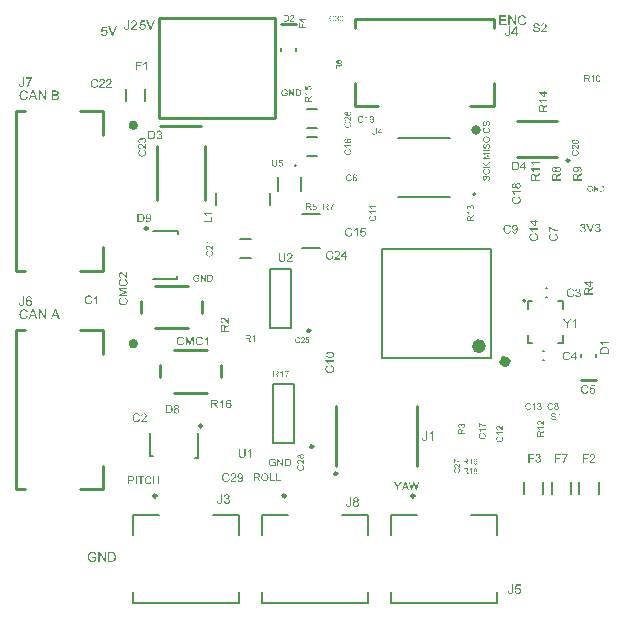
<source format=gto>
G04*
G04 #@! TF.GenerationSoftware,Altium Limited,Altium Designer,20.1.14 (287)*
G04*
G04 Layer_Color=65535*
%FSAX25Y25*%
%MOIN*%
G70*
G04*
G04 #@! TF.SameCoordinates,72DF8298-9B86-4F64-9D5A-0D244EFD1A00*
G04*
G04*
G04 #@! TF.FilePolarity,Positive*
G04*
G01*
G75*
%ADD10C,0.00787*%
%ADD11C,0.01575*%
%ADD12C,0.00984*%
%ADD13C,0.02362*%
%ADD14C,0.02953*%
%ADD15C,0.01000*%
%ADD16C,0.00591*%
%ADD17C,0.00500*%
%ADD18C,0.00600*%
G36*
X0014389Y0006409D02*
X0014427D01*
X0014511Y0006399D01*
X0014603Y0006384D01*
X0014711Y0006365D01*
X0014818Y0006335D01*
X0014925Y0006296D01*
X0014930D01*
X0014940Y0006291D01*
X0014955Y0006287D01*
X0014974Y0006277D01*
X0015023Y0006252D01*
X0015086Y0006213D01*
X0015159Y0006169D01*
X0015233Y0006116D01*
X0015306Y0006057D01*
X0015369Y0005984D01*
X0015374Y0005974D01*
X0015394Y0005950D01*
X0015423Y0005906D01*
X0015462Y0005843D01*
X0015501Y0005769D01*
X0015540Y0005681D01*
X0015579Y0005579D01*
X0015613Y0005462D01*
X0015228Y0005355D01*
Y0005359D01*
X0015223Y0005364D01*
X0015218Y0005394D01*
X0015199Y0005438D01*
X0015179Y0005496D01*
X0015155Y0005555D01*
X0015125Y0005618D01*
X0015091Y0005681D01*
X0015052Y0005740D01*
X0015047Y0005745D01*
X0015033Y0005765D01*
X0015008Y0005789D01*
X0014974Y0005823D01*
X0014930Y0005857D01*
X0014876Y0005896D01*
X0014818Y0005930D01*
X0014745Y0005965D01*
X0014735Y0005969D01*
X0014711Y0005979D01*
X0014667Y0005994D01*
X0014613Y0006008D01*
X0014549Y0006023D01*
X0014476Y0006038D01*
X0014393Y0006047D01*
X0014306Y0006052D01*
X0014257D01*
X0014203Y0006047D01*
X0014135Y0006043D01*
X0014057Y0006028D01*
X0013969Y0006013D01*
X0013886Y0005989D01*
X0013803Y0005960D01*
X0013793Y0005955D01*
X0013769Y0005945D01*
X0013730Y0005926D01*
X0013681Y0005896D01*
X0013627Y0005862D01*
X0013569Y0005823D01*
X0013515Y0005779D01*
X0013461Y0005725D01*
X0013456Y0005721D01*
X0013442Y0005701D01*
X0013417Y0005672D01*
X0013388Y0005633D01*
X0013354Y0005584D01*
X0013320Y0005530D01*
X0013291Y0005472D01*
X0013261Y0005408D01*
Y0005403D01*
X0013256Y0005394D01*
X0013251Y0005379D01*
X0013242Y0005355D01*
X0013232Y0005330D01*
X0013222Y0005296D01*
X0013203Y0005218D01*
X0013178Y0005120D01*
X0013159Y0005013D01*
X0013144Y0004891D01*
X0013139Y0004764D01*
Y0004759D01*
Y0004745D01*
Y0004725D01*
X0013144Y0004691D01*
Y0004657D01*
X0013149Y0004613D01*
X0013154Y0004564D01*
X0013159Y0004515D01*
X0013173Y0004398D01*
X0013203Y0004276D01*
X0013237Y0004159D01*
X0013286Y0004042D01*
Y0004037D01*
X0013291Y0004027D01*
X0013300Y0004013D01*
X0013315Y0003993D01*
X0013349Y0003944D01*
X0013393Y0003881D01*
X0013452Y0003813D01*
X0013525Y0003739D01*
X0013613Y0003671D01*
X0013710Y0003612D01*
X0013715D01*
X0013725Y0003607D01*
X0013739Y0003598D01*
X0013759Y0003593D01*
X0013783Y0003583D01*
X0013817Y0003568D01*
X0013891Y0003544D01*
X0013983Y0003520D01*
X0014081Y0003495D01*
X0014193Y0003481D01*
X0014310Y0003476D01*
X0014359D01*
X0014413Y0003481D01*
X0014481Y0003490D01*
X0014559Y0003500D01*
X0014652Y0003520D01*
X0014750Y0003544D01*
X0014847Y0003578D01*
X0014852D01*
X0014857Y0003583D01*
X0014872Y0003588D01*
X0014891Y0003598D01*
X0014940Y0003617D01*
X0014999Y0003647D01*
X0015062Y0003681D01*
X0015125Y0003720D01*
X0015189Y0003764D01*
X0015247Y0003808D01*
Y0004413D01*
X0014306D01*
Y0004789D01*
X0015662D01*
Y0003598D01*
X0015657Y0003593D01*
X0015647Y0003588D01*
X0015633Y0003573D01*
X0015608Y0003559D01*
X0015579Y0003534D01*
X0015545Y0003515D01*
X0015462Y0003456D01*
X0015364Y0003398D01*
X0015257Y0003334D01*
X0015135Y0003276D01*
X0015013Y0003222D01*
X0015008D01*
X0014999Y0003217D01*
X0014979Y0003212D01*
X0014955Y0003202D01*
X0014925Y0003193D01*
X0014891Y0003183D01*
X0014847Y0003173D01*
X0014803Y0003163D01*
X0014701Y0003139D01*
X0014589Y0003119D01*
X0014462Y0003105D01*
X0014335Y0003100D01*
X0014291D01*
X0014257Y0003105D01*
X0014213D01*
X0014164Y0003110D01*
X0014110Y0003115D01*
X0014052Y0003124D01*
X0013915Y0003149D01*
X0013774Y0003183D01*
X0013622Y0003232D01*
X0013476Y0003300D01*
X0013471Y0003305D01*
X0013461Y0003310D01*
X0013437Y0003320D01*
X0013412Y0003339D01*
X0013378Y0003359D01*
X0013344Y0003383D01*
X0013261Y0003447D01*
X0013164Y0003529D01*
X0013071Y0003632D01*
X0012978Y0003749D01*
X0012895Y0003881D01*
Y0003886D01*
X0012885Y0003900D01*
X0012876Y0003920D01*
X0012866Y0003949D01*
X0012851Y0003983D01*
X0012832Y0004027D01*
X0012817Y0004076D01*
X0012798Y0004135D01*
X0012778Y0004193D01*
X0012763Y0004261D01*
X0012729Y0004408D01*
X0012710Y0004569D01*
X0012700Y0004740D01*
Y0004745D01*
Y0004759D01*
Y0004784D01*
X0012705Y0004818D01*
Y0004862D01*
X0012710Y0004910D01*
X0012715Y0004964D01*
X0012724Y0005023D01*
X0012749Y0005159D01*
X0012783Y0005306D01*
X0012832Y0005462D01*
X0012895Y0005613D01*
Y0005618D01*
X0012905Y0005633D01*
X0012915Y0005652D01*
X0012929Y0005681D01*
X0012954Y0005716D01*
X0012978Y0005750D01*
X0013037Y0005843D01*
X0013120Y0005940D01*
X0013212Y0006038D01*
X0013329Y0006131D01*
X0013388Y0006174D01*
X0013456Y0006213D01*
X0013461D01*
X0013471Y0006223D01*
X0013495Y0006233D01*
X0013520Y0006243D01*
X0013554Y0006262D01*
X0013598Y0006277D01*
X0013647Y0006296D01*
X0013700Y0006316D01*
X0013759Y0006331D01*
X0013822Y0006350D01*
X0013969Y0006384D01*
X0014125Y0006404D01*
X0014301Y0006414D01*
X0014359D01*
X0014389Y0006409D01*
D02*
G37*
G36*
X0018805Y0003154D02*
X0018371D01*
X0016687Y0005672D01*
Y0003154D01*
X0016282D01*
Y0006360D01*
X0016711D01*
X0018400Y0003842D01*
Y0006360D01*
X0018805D01*
Y0003154D01*
D02*
G37*
G36*
X0020830Y0006355D02*
X0020918Y0006350D01*
X0021015Y0006340D01*
X0021108Y0006326D01*
X0021186Y0006311D01*
X0021191D01*
X0021201Y0006306D01*
X0021211D01*
X0021230Y0006296D01*
X0021284Y0006282D01*
X0021347Y0006257D01*
X0021421Y0006228D01*
X0021499Y0006189D01*
X0021577Y0006140D01*
X0021655Y0006082D01*
X0021660D01*
X0021665Y0006072D01*
X0021699Y0006043D01*
X0021743Y0005994D01*
X0021796Y0005930D01*
X0021860Y0005852D01*
X0021923Y0005760D01*
X0021982Y0005652D01*
X0022035Y0005530D01*
Y0005525D01*
X0022040Y0005516D01*
X0022045Y0005496D01*
X0022055Y0005472D01*
X0022065Y0005442D01*
X0022074Y0005403D01*
X0022089Y0005359D01*
X0022099Y0005311D01*
X0022109Y0005257D01*
X0022123Y0005198D01*
X0022143Y0005071D01*
X0022157Y0004930D01*
X0022162Y0004774D01*
Y0004769D01*
Y0004759D01*
Y0004740D01*
Y0004710D01*
X0022157Y0004681D01*
Y0004642D01*
X0022153Y0004554D01*
X0022143Y0004457D01*
X0022123Y0004344D01*
X0022104Y0004232D01*
X0022074Y0004125D01*
Y0004120D01*
X0022070Y0004110D01*
X0022065Y0004095D01*
X0022060Y0004076D01*
X0022040Y0004027D01*
X0022016Y0003959D01*
X0021987Y0003886D01*
X0021948Y0003808D01*
X0021904Y0003729D01*
X0021855Y0003656D01*
X0021850Y0003647D01*
X0021831Y0003627D01*
X0021806Y0003593D01*
X0021767Y0003549D01*
X0021728Y0003505D01*
X0021674Y0003456D01*
X0021621Y0003407D01*
X0021562Y0003364D01*
X0021557Y0003359D01*
X0021533Y0003349D01*
X0021499Y0003329D01*
X0021455Y0003305D01*
X0021401Y0003281D01*
X0021338Y0003256D01*
X0021264Y0003232D01*
X0021181Y0003207D01*
X0021172D01*
X0021142Y0003198D01*
X0021099Y0003193D01*
X0021035Y0003183D01*
X0020962Y0003173D01*
X0020874Y0003163D01*
X0020776Y0003159D01*
X0020669Y0003154D01*
X0019517D01*
Y0006360D01*
X0020747D01*
X0020830Y0006355D01*
D02*
G37*
G36*
X0078480Y0160612D02*
X0078507D01*
X0078565Y0160605D01*
X0078630Y0160595D01*
X0078705Y0160581D01*
X0078780Y0160561D01*
X0078855Y0160533D01*
X0078858D01*
X0078865Y0160530D01*
X0078875Y0160527D01*
X0078889Y0160520D01*
X0078923Y0160503D01*
X0078967Y0160476D01*
X0079019Y0160445D01*
X0079070Y0160407D01*
X0079121Y0160366D01*
X0079165Y0160315D01*
X0079169Y0160309D01*
X0079182Y0160291D01*
X0079203Y0160261D01*
X0079230Y0160216D01*
X0079257Y0160165D01*
X0079285Y0160104D01*
X0079312Y0160032D01*
X0079336Y0159950D01*
X0079066Y0159875D01*
Y0159879D01*
X0079063Y0159882D01*
X0079060Y0159903D01*
X0079046Y0159933D01*
X0079032Y0159974D01*
X0079015Y0160015D01*
X0078995Y0160060D01*
X0078971Y0160104D01*
X0078944Y0160145D01*
X0078940Y0160148D01*
X0078930Y0160162D01*
X0078913Y0160179D01*
X0078889Y0160203D01*
X0078858Y0160227D01*
X0078821Y0160254D01*
X0078780Y0160278D01*
X0078729Y0160302D01*
X0078722Y0160305D01*
X0078705Y0160312D01*
X0078674Y0160322D01*
X0078637Y0160332D01*
X0078592Y0160343D01*
X0078541Y0160353D01*
X0078483Y0160360D01*
X0078422Y0160363D01*
X0078388D01*
X0078350Y0160360D01*
X0078303Y0160356D01*
X0078248Y0160346D01*
X0078187Y0160336D01*
X0078129Y0160319D01*
X0078071Y0160298D01*
X0078064Y0160295D01*
X0078047Y0160288D01*
X0078019Y0160274D01*
X0077985Y0160254D01*
X0077948Y0160230D01*
X0077907Y0160203D01*
X0077869Y0160172D01*
X0077832Y0160135D01*
X0077829Y0160131D01*
X0077818Y0160117D01*
X0077801Y0160097D01*
X0077781Y0160070D01*
X0077757Y0160036D01*
X0077733Y0159998D01*
X0077713Y0159957D01*
X0077692Y0159913D01*
Y0159909D01*
X0077689Y0159903D01*
X0077685Y0159892D01*
X0077679Y0159875D01*
X0077672Y0159858D01*
X0077665Y0159835D01*
X0077651Y0159780D01*
X0077634Y0159712D01*
X0077621Y0159637D01*
X0077610Y0159552D01*
X0077607Y0159463D01*
Y0159459D01*
Y0159449D01*
Y0159435D01*
X0077610Y0159412D01*
Y0159388D01*
X0077614Y0159357D01*
X0077617Y0159323D01*
X0077621Y0159289D01*
X0077631Y0159207D01*
X0077651Y0159122D01*
X0077675Y0159040D01*
X0077709Y0158958D01*
Y0158955D01*
X0077713Y0158948D01*
X0077719Y0158938D01*
X0077730Y0158924D01*
X0077754Y0158890D01*
X0077784Y0158846D01*
X0077825Y0158798D01*
X0077876Y0158747D01*
X0077938Y0158699D01*
X0078006Y0158658D01*
X0078009D01*
X0078016Y0158655D01*
X0078026Y0158648D01*
X0078040Y0158644D01*
X0078057Y0158638D01*
X0078081Y0158627D01*
X0078132Y0158610D01*
X0078197Y0158593D01*
X0078265Y0158576D01*
X0078343Y0158566D01*
X0078425Y0158563D01*
X0078459D01*
X0078497Y0158566D01*
X0078545Y0158573D01*
X0078599Y0158580D01*
X0078664Y0158593D01*
X0078732Y0158610D01*
X0078800Y0158634D01*
X0078804D01*
X0078807Y0158638D01*
X0078817Y0158641D01*
X0078831Y0158648D01*
X0078865Y0158661D01*
X0078906Y0158682D01*
X0078950Y0158706D01*
X0078995Y0158733D01*
X0079039Y0158764D01*
X0079080Y0158794D01*
Y0159217D01*
X0078422D01*
Y0159480D01*
X0079370D01*
Y0158648D01*
X0079366Y0158644D01*
X0079360Y0158641D01*
X0079349Y0158631D01*
X0079332Y0158621D01*
X0079312Y0158604D01*
X0079288Y0158590D01*
X0079230Y0158549D01*
X0079162Y0158508D01*
X0079087Y0158464D01*
X0079002Y0158423D01*
X0078916Y0158385D01*
X0078913D01*
X0078906Y0158382D01*
X0078892Y0158378D01*
X0078875Y0158372D01*
X0078855Y0158365D01*
X0078831Y0158358D01*
X0078800Y0158351D01*
X0078770Y0158344D01*
X0078698Y0158327D01*
X0078620Y0158314D01*
X0078531Y0158303D01*
X0078442Y0158300D01*
X0078412D01*
X0078388Y0158303D01*
X0078357D01*
X0078323Y0158307D01*
X0078285Y0158310D01*
X0078245Y0158317D01*
X0078149Y0158334D01*
X0078050Y0158358D01*
X0077944Y0158392D01*
X0077842Y0158440D01*
X0077839Y0158443D01*
X0077832Y0158447D01*
X0077815Y0158453D01*
X0077798Y0158467D01*
X0077774Y0158481D01*
X0077750Y0158498D01*
X0077692Y0158542D01*
X0077624Y0158600D01*
X0077559Y0158672D01*
X0077494Y0158754D01*
X0077436Y0158846D01*
Y0158849D01*
X0077430Y0158859D01*
X0077423Y0158873D01*
X0077416Y0158893D01*
X0077406Y0158917D01*
X0077392Y0158948D01*
X0077382Y0158982D01*
X0077368Y0159023D01*
X0077355Y0159064D01*
X0077344Y0159112D01*
X0077320Y0159214D01*
X0077307Y0159326D01*
X0077300Y0159446D01*
Y0159449D01*
Y0159459D01*
Y0159476D01*
X0077303Y0159500D01*
Y0159531D01*
X0077307Y0159565D01*
X0077310Y0159603D01*
X0077317Y0159643D01*
X0077334Y0159739D01*
X0077358Y0159841D01*
X0077392Y0159950D01*
X0077436Y0160056D01*
Y0160060D01*
X0077443Y0160070D01*
X0077450Y0160083D01*
X0077460Y0160104D01*
X0077477Y0160128D01*
X0077494Y0160152D01*
X0077535Y0160216D01*
X0077593Y0160285D01*
X0077658Y0160353D01*
X0077740Y0160418D01*
X0077781Y0160448D01*
X0077829Y0160476D01*
X0077832D01*
X0077839Y0160482D01*
X0077856Y0160489D01*
X0077873Y0160496D01*
X0077897Y0160510D01*
X0077927Y0160520D01*
X0077961Y0160533D01*
X0077999Y0160547D01*
X0078040Y0160557D01*
X0078084Y0160571D01*
X0078187Y0160595D01*
X0078296Y0160609D01*
X0078418Y0160615D01*
X0078459D01*
X0078480Y0160612D01*
D02*
G37*
G36*
X0081566Y0158337D02*
X0081262D01*
X0080086Y0160097D01*
Y0158337D01*
X0079803D01*
Y0160578D01*
X0080103D01*
X0081283Y0158818D01*
Y0160578D01*
X0081566D01*
Y0158337D01*
D02*
G37*
G36*
X0082981Y0160574D02*
X0083042Y0160571D01*
X0083111Y0160564D01*
X0083175Y0160554D01*
X0083230Y0160544D01*
X0083233D01*
X0083240Y0160540D01*
X0083247D01*
X0083261Y0160533D01*
X0083298Y0160523D01*
X0083342Y0160506D01*
X0083394Y0160486D01*
X0083448Y0160459D01*
X0083503Y0160424D01*
X0083557Y0160383D01*
X0083561D01*
X0083564Y0160377D01*
X0083588Y0160356D01*
X0083619Y0160322D01*
X0083656Y0160278D01*
X0083701Y0160223D01*
X0083745Y0160158D01*
X0083786Y0160083D01*
X0083823Y0159998D01*
Y0159995D01*
X0083827Y0159988D01*
X0083830Y0159974D01*
X0083837Y0159957D01*
X0083844Y0159937D01*
X0083851Y0159909D01*
X0083861Y0159879D01*
X0083868Y0159845D01*
X0083874Y0159807D01*
X0083885Y0159766D01*
X0083898Y0159678D01*
X0083909Y0159579D01*
X0083912Y0159470D01*
Y0159466D01*
Y0159459D01*
Y0159446D01*
Y0159425D01*
X0083909Y0159405D01*
Y0159378D01*
X0083905Y0159316D01*
X0083898Y0159248D01*
X0083885Y0159170D01*
X0083871Y0159091D01*
X0083851Y0159016D01*
Y0159013D01*
X0083847Y0159006D01*
X0083844Y0158996D01*
X0083840Y0158982D01*
X0083827Y0158948D01*
X0083810Y0158900D01*
X0083789Y0158849D01*
X0083762Y0158794D01*
X0083731Y0158740D01*
X0083697Y0158689D01*
X0083694Y0158682D01*
X0083680Y0158668D01*
X0083663Y0158644D01*
X0083636Y0158614D01*
X0083609Y0158583D01*
X0083571Y0158549D01*
X0083534Y0158515D01*
X0083493Y0158484D01*
X0083489Y0158481D01*
X0083472Y0158474D01*
X0083448Y0158460D01*
X0083417Y0158443D01*
X0083380Y0158426D01*
X0083336Y0158409D01*
X0083285Y0158392D01*
X0083227Y0158375D01*
X0083220D01*
X0083199Y0158368D01*
X0083169Y0158365D01*
X0083124Y0158358D01*
X0083073Y0158351D01*
X0083012Y0158344D01*
X0082944Y0158341D01*
X0082868Y0158337D01*
X0082064D01*
Y0160578D01*
X0082923D01*
X0082981Y0160574D01*
D02*
G37*
G36*
X0074449Y0037544D02*
X0074481D01*
X0074547Y0037536D01*
X0074621Y0037525D01*
X0074707Y0037509D01*
X0074793Y0037486D01*
X0074878Y0037455D01*
X0074882D01*
X0074890Y0037451D01*
X0074902Y0037447D01*
X0074917Y0037439D01*
X0074956Y0037419D01*
X0075007Y0037388D01*
X0075066Y0037353D01*
X0075124Y0037310D01*
X0075183Y0037263D01*
X0075233Y0037205D01*
X0075237Y0037197D01*
X0075253Y0037178D01*
X0075276Y0037143D01*
X0075307Y0037092D01*
X0075339Y0037033D01*
X0075370Y0036963D01*
X0075401Y0036881D01*
X0075428Y0036788D01*
X0075120Y0036702D01*
Y0036706D01*
X0075116Y0036710D01*
X0075112Y0036733D01*
X0075097Y0036768D01*
X0075081Y0036815D01*
X0075062Y0036862D01*
X0075038Y0036912D01*
X0075011Y0036963D01*
X0074980Y0037010D01*
X0074976Y0037014D01*
X0074964Y0037029D01*
X0074945Y0037049D01*
X0074917Y0037076D01*
X0074882Y0037104D01*
X0074839Y0037135D01*
X0074793Y0037162D01*
X0074734Y0037189D01*
X0074726Y0037193D01*
X0074707Y0037201D01*
X0074672Y0037213D01*
X0074629Y0037224D01*
X0074578Y0037236D01*
X0074520Y0037248D01*
X0074453Y0037256D01*
X0074383Y0037260D01*
X0074344D01*
X0074301Y0037256D01*
X0074247Y0037252D01*
X0074184Y0037240D01*
X0074114Y0037228D01*
X0074048Y0037209D01*
X0073981Y0037185D01*
X0073974Y0037181D01*
X0073954Y0037174D01*
X0073923Y0037158D01*
X0073884Y0037135D01*
X0073841Y0037107D01*
X0073794Y0037076D01*
X0073751Y0037041D01*
X0073708Y0036998D01*
X0073704Y0036994D01*
X0073693Y0036979D01*
X0073673Y0036955D01*
X0073650Y0036924D01*
X0073623Y0036885D01*
X0073595Y0036842D01*
X0073572Y0036795D01*
X0073549Y0036745D01*
Y0036741D01*
X0073545Y0036733D01*
X0073541Y0036721D01*
X0073533Y0036702D01*
X0073525Y0036682D01*
X0073517Y0036655D01*
X0073502Y0036593D01*
X0073482Y0036515D01*
X0073467Y0036429D01*
X0073455Y0036331D01*
X0073451Y0036230D01*
Y0036226D01*
Y0036214D01*
Y0036199D01*
X0073455Y0036171D01*
Y0036144D01*
X0073459Y0036109D01*
X0073463Y0036070D01*
X0073467Y0036031D01*
X0073478Y0035937D01*
X0073502Y0035840D01*
X0073529Y0035746D01*
X0073568Y0035653D01*
Y0035649D01*
X0073572Y0035641D01*
X0073580Y0035629D01*
X0073591Y0035614D01*
X0073619Y0035575D01*
X0073654Y0035524D01*
X0073701Y0035469D01*
X0073759Y0035411D01*
X0073829Y0035356D01*
X0073907Y0035309D01*
X0073911D01*
X0073919Y0035306D01*
X0073931Y0035298D01*
X0073946Y0035294D01*
X0073966Y0035286D01*
X0073993Y0035274D01*
X0074052Y0035255D01*
X0074126Y0035235D01*
X0074204Y0035216D01*
X0074293Y0035204D01*
X0074387Y0035200D01*
X0074426D01*
X0074469Y0035204D01*
X0074524Y0035212D01*
X0074586Y0035220D01*
X0074660Y0035235D01*
X0074738Y0035255D01*
X0074816Y0035282D01*
X0074820D01*
X0074824Y0035286D01*
X0074835Y0035290D01*
X0074851Y0035298D01*
X0074890Y0035313D01*
X0074937Y0035337D01*
X0074988Y0035364D01*
X0075038Y0035395D01*
X0075089Y0035430D01*
X0075136Y0035465D01*
Y0035949D01*
X0074383D01*
Y0036249D01*
X0075467D01*
Y0035298D01*
X0075463Y0035294D01*
X0075456Y0035290D01*
X0075444Y0035278D01*
X0075424Y0035267D01*
X0075401Y0035247D01*
X0075374Y0035232D01*
X0075307Y0035185D01*
X0075229Y0035138D01*
X0075144Y0035087D01*
X0075046Y0035040D01*
X0074949Y0034997D01*
X0074945D01*
X0074937Y0034994D01*
X0074921Y0034990D01*
X0074902Y0034982D01*
X0074878Y0034974D01*
X0074851Y0034966D01*
X0074816Y0034958D01*
X0074781Y0034951D01*
X0074699Y0034931D01*
X0074609Y0034916D01*
X0074508Y0034904D01*
X0074406Y0034900D01*
X0074371D01*
X0074344Y0034904D01*
X0074309D01*
X0074270Y0034908D01*
X0074227Y0034912D01*
X0074180Y0034920D01*
X0074071Y0034939D01*
X0073958Y0034966D01*
X0073837Y0035005D01*
X0073720Y0035060D01*
X0073716Y0035064D01*
X0073708Y0035068D01*
X0073689Y0035076D01*
X0073669Y0035091D01*
X0073642Y0035107D01*
X0073615Y0035126D01*
X0073549Y0035177D01*
X0073470Y0035243D01*
X0073396Y0035325D01*
X0073322Y0035419D01*
X0073256Y0035524D01*
Y0035528D01*
X0073248Y0035540D01*
X0073240Y0035555D01*
X0073233Y0035579D01*
X0073221Y0035606D01*
X0073205Y0035641D01*
X0073194Y0035680D01*
X0073178Y0035727D01*
X0073162Y0035774D01*
X0073151Y0035828D01*
X0073123Y0035945D01*
X0073108Y0036074D01*
X0073100Y0036210D01*
Y0036214D01*
Y0036226D01*
Y0036246D01*
X0073104Y0036273D01*
Y0036308D01*
X0073108Y0036347D01*
X0073112Y0036390D01*
X0073119Y0036437D01*
X0073139Y0036546D01*
X0073166Y0036663D01*
X0073205Y0036788D01*
X0073256Y0036909D01*
Y0036912D01*
X0073264Y0036924D01*
X0073272Y0036940D01*
X0073283Y0036963D01*
X0073303Y0036990D01*
X0073322Y0037018D01*
X0073369Y0037092D01*
X0073435Y0037170D01*
X0073510Y0037248D01*
X0073603Y0037322D01*
X0073650Y0037357D01*
X0073704Y0037388D01*
X0073708D01*
X0073716Y0037396D01*
X0073736Y0037404D01*
X0073755Y0037412D01*
X0073782Y0037427D01*
X0073818Y0037439D01*
X0073857Y0037455D01*
X0073900Y0037470D01*
X0073946Y0037482D01*
X0073997Y0037497D01*
X0074114Y0037525D01*
X0074239Y0037540D01*
X0074379Y0037548D01*
X0074426D01*
X0074449Y0037544D01*
D02*
G37*
G36*
X0077979Y0034943D02*
X0077632D01*
X0076286Y0036955D01*
Y0034943D01*
X0075963D01*
Y0037505D01*
X0076306D01*
X0077655Y0035493D01*
Y0037505D01*
X0077979D01*
Y0034943D01*
D02*
G37*
G36*
X0079597Y0037501D02*
X0079668Y0037497D01*
X0079746Y0037490D01*
X0079820Y0037478D01*
X0079882Y0037466D01*
X0079886D01*
X0079894Y0037462D01*
X0079902D01*
X0079917Y0037455D01*
X0079960Y0037443D01*
X0080011Y0037423D01*
X0080069Y0037400D01*
X0080132Y0037369D01*
X0080194Y0037330D01*
X0080256Y0037283D01*
X0080260D01*
X0080264Y0037275D01*
X0080292Y0037252D01*
X0080327Y0037213D01*
X0080370Y0037162D01*
X0080420Y0037100D01*
X0080471Y0037025D01*
X0080518Y0036940D01*
X0080561Y0036842D01*
Y0036838D01*
X0080565Y0036830D01*
X0080568Y0036815D01*
X0080576Y0036795D01*
X0080584Y0036772D01*
X0080592Y0036741D01*
X0080604Y0036706D01*
X0080611Y0036667D01*
X0080619Y0036624D01*
X0080631Y0036577D01*
X0080647Y0036476D01*
X0080658Y0036362D01*
X0080662Y0036238D01*
Y0036234D01*
Y0036226D01*
Y0036210D01*
Y0036187D01*
X0080658Y0036164D01*
Y0036132D01*
X0080654Y0036062D01*
X0080647Y0035984D01*
X0080631Y0035895D01*
X0080615Y0035805D01*
X0080592Y0035719D01*
Y0035715D01*
X0080588Y0035707D01*
X0080584Y0035696D01*
X0080580Y0035680D01*
X0080565Y0035641D01*
X0080545Y0035586D01*
X0080522Y0035528D01*
X0080490Y0035465D01*
X0080455Y0035403D01*
X0080416Y0035345D01*
X0080413Y0035337D01*
X0080397Y0035321D01*
X0080377Y0035294D01*
X0080346Y0035259D01*
X0080315Y0035224D01*
X0080272Y0035185D01*
X0080229Y0035146D01*
X0080182Y0035111D01*
X0080178Y0035107D01*
X0080159Y0035099D01*
X0080132Y0035083D01*
X0080097Y0035064D01*
X0080054Y0035044D01*
X0080003Y0035025D01*
X0079944Y0035005D01*
X0079878Y0034986D01*
X0079870D01*
X0079847Y0034978D01*
X0079812Y0034974D01*
X0079761Y0034966D01*
X0079703Y0034958D01*
X0079633Y0034951D01*
X0079554Y0034947D01*
X0079469Y0034943D01*
X0078548D01*
Y0037505D01*
X0079531D01*
X0079597Y0037501D01*
D02*
G37*
G36*
X0182809Y0115841D02*
X0182866Y0115832D01*
X0182932Y0115819D01*
X0183007Y0115802D01*
X0183081Y0115776D01*
X0183156Y0115740D01*
X0183160D01*
X0183165Y0115736D01*
X0183191Y0115723D01*
X0183226Y0115701D01*
X0183270Y0115670D01*
X0183318Y0115631D01*
X0183371Y0115582D01*
X0183419Y0115525D01*
X0183463Y0115464D01*
X0183467Y0115455D01*
X0183481Y0115433D01*
X0183498Y0115398D01*
X0183516Y0115354D01*
X0183533Y0115297D01*
X0183551Y0115235D01*
X0183564Y0115170D01*
X0183568Y0115095D01*
Y0115086D01*
Y0115064D01*
X0183564Y0115029D01*
X0183555Y0114985D01*
X0183542Y0114933D01*
X0183525Y0114875D01*
X0183503Y0114814D01*
X0183467Y0114757D01*
X0183463Y0114748D01*
X0183450Y0114731D01*
X0183423Y0114704D01*
X0183393Y0114669D01*
X0183349Y0114630D01*
X0183301Y0114590D01*
X0183239Y0114546D01*
X0183169Y0114511D01*
X0183173D01*
X0183182Y0114507D01*
X0183195D01*
X0183213Y0114498D01*
X0183257Y0114485D01*
X0183314Y0114458D01*
X0183375Y0114428D01*
X0183441Y0114384D01*
X0183507Y0114331D01*
X0183564Y0114265D01*
X0183568Y0114257D01*
X0183586Y0114230D01*
X0183608Y0114191D01*
X0183639Y0114138D01*
X0183665Y0114072D01*
X0183687Y0113993D01*
X0183704Y0113901D01*
X0183709Y0113800D01*
Y0113796D01*
Y0113782D01*
Y0113765D01*
X0183704Y0113739D01*
X0183700Y0113703D01*
X0183696Y0113668D01*
X0183687Y0113624D01*
X0183674Y0113580D01*
X0183643Y0113479D01*
X0183621Y0113422D01*
X0183590Y0113370D01*
X0183560Y0113317D01*
X0183525Y0113264D01*
X0183481Y0113212D01*
X0183432Y0113159D01*
X0183428Y0113155D01*
X0183419Y0113146D01*
X0183406Y0113137D01*
X0183384Y0113119D01*
X0183358Y0113098D01*
X0183323Y0113076D01*
X0183283Y0113054D01*
X0183244Y0113032D01*
X0183195Y0113005D01*
X0183143Y0112983D01*
X0183086Y0112961D01*
X0183024Y0112940D01*
X0182958Y0112922D01*
X0182888Y0112913D01*
X0182813Y0112904D01*
X0182739Y0112900D01*
X0182704D01*
X0182677Y0112904D01*
X0182642Y0112909D01*
X0182607Y0112913D01*
X0182563Y0112918D01*
X0182519Y0112926D01*
X0182418Y0112953D01*
X0182313Y0112997D01*
X0182260Y0113019D01*
X0182212Y0113049D01*
X0182159Y0113084D01*
X0182111Y0113124D01*
X0182106Y0113128D01*
X0182102Y0113133D01*
X0182089Y0113146D01*
X0182071Y0113163D01*
X0182054Y0113190D01*
X0182032Y0113216D01*
X0182006Y0113247D01*
X0181984Y0113282D01*
X0181931Y0113370D01*
X0181887Y0113471D01*
X0181848Y0113585D01*
X0181834Y0113646D01*
X0181826Y0113712D01*
X0182181Y0113760D01*
Y0113756D01*
X0182186Y0113747D01*
Y0113730D01*
X0182194Y0113712D01*
X0182208Y0113660D01*
X0182229Y0113594D01*
X0182256Y0113523D01*
X0182291Y0113449D01*
X0182335Y0113383D01*
X0182383Y0113326D01*
X0182392Y0113321D01*
X0182409Y0113304D01*
X0182440Y0113286D01*
X0182484Y0113260D01*
X0182532Y0113238D01*
X0182594Y0113216D01*
X0182664Y0113198D01*
X0182739Y0113194D01*
X0182765D01*
X0182783Y0113198D01*
X0182826Y0113203D01*
X0182884Y0113216D01*
X0182954Y0113238D01*
X0183024Y0113264D01*
X0183094Y0113308D01*
X0183160Y0113365D01*
X0183169Y0113374D01*
X0183186Y0113396D01*
X0183213Y0113431D01*
X0183248Y0113484D01*
X0183279Y0113545D01*
X0183305Y0113620D01*
X0183323Y0113703D01*
X0183331Y0113796D01*
Y0113800D01*
Y0113804D01*
Y0113818D01*
X0183327Y0113835D01*
X0183323Y0113879D01*
X0183309Y0113936D01*
X0183292Y0113997D01*
X0183261Y0114068D01*
X0183222Y0114134D01*
X0183169Y0114195D01*
X0183160Y0114204D01*
X0183143Y0114221D01*
X0183107Y0114243D01*
X0183059Y0114274D01*
X0183002Y0114305D01*
X0182932Y0114327D01*
X0182857Y0114344D01*
X0182769Y0114353D01*
X0182730D01*
X0182699Y0114349D01*
X0182664Y0114344D01*
X0182620Y0114340D01*
X0182572Y0114331D01*
X0182519Y0114318D01*
X0182559Y0114630D01*
X0182581D01*
X0182598Y0114625D01*
X0182655D01*
X0182695Y0114630D01*
X0182752Y0114638D01*
X0182813Y0114652D01*
X0182879Y0114674D01*
X0182949Y0114700D01*
X0183020Y0114739D01*
X0183028Y0114744D01*
X0183050Y0114761D01*
X0183077Y0114792D01*
X0183112Y0114832D01*
X0183147Y0114880D01*
X0183173Y0114941D01*
X0183195Y0115016D01*
X0183204Y0115104D01*
Y0115108D01*
Y0115113D01*
Y0115135D01*
X0183195Y0115170D01*
X0183186Y0115218D01*
X0183173Y0115266D01*
X0183147Y0115319D01*
X0183116Y0115376D01*
X0183072Y0115424D01*
X0183068Y0115429D01*
X0183050Y0115446D01*
X0183020Y0115468D01*
X0182980Y0115490D01*
X0182932Y0115516D01*
X0182875Y0115534D01*
X0182809Y0115552D01*
X0182734Y0115556D01*
X0182699D01*
X0182660Y0115547D01*
X0182616Y0115538D01*
X0182559Y0115525D01*
X0182502Y0115499D01*
X0182445Y0115468D01*
X0182387Y0115424D01*
X0182383Y0115420D01*
X0182366Y0115402D01*
X0182344Y0115372D01*
X0182317Y0115328D01*
X0182287Y0115275D01*
X0182260Y0115209D01*
X0182234Y0115130D01*
X0182216Y0115038D01*
X0181861Y0115099D01*
Y0115104D01*
X0181865Y0115117D01*
X0181869Y0115135D01*
X0181874Y0115156D01*
X0181883Y0115187D01*
X0181891Y0115222D01*
X0181922Y0115301D01*
X0181957Y0115389D01*
X0182010Y0115481D01*
X0182071Y0115569D01*
X0182150Y0115648D01*
X0182155Y0115653D01*
X0182159Y0115657D01*
X0182172Y0115666D01*
X0182194Y0115679D01*
X0182216Y0115692D01*
X0182243Y0115710D01*
X0182308Y0115749D01*
X0182392Y0115784D01*
X0182493Y0115815D01*
X0182603Y0115837D01*
X0182664Y0115846D01*
X0182765D01*
X0182809Y0115841D01*
D02*
G37*
G36*
X0177883D02*
X0177940Y0115832D01*
X0178006Y0115819D01*
X0178081Y0115802D01*
X0178156Y0115776D01*
X0178230Y0115740D01*
X0178235D01*
X0178239Y0115736D01*
X0178265Y0115723D01*
X0178300Y0115701D01*
X0178344Y0115670D01*
X0178393Y0115631D01*
X0178445Y0115582D01*
X0178494Y0115525D01*
X0178537Y0115464D01*
X0178542Y0115455D01*
X0178555Y0115433D01*
X0178573Y0115398D01*
X0178590Y0115354D01*
X0178608Y0115297D01*
X0178625Y0115235D01*
X0178638Y0115170D01*
X0178643Y0115095D01*
Y0115086D01*
Y0115064D01*
X0178638Y0115029D01*
X0178630Y0114985D01*
X0178616Y0114933D01*
X0178599Y0114875D01*
X0178577Y0114814D01*
X0178542Y0114757D01*
X0178537Y0114748D01*
X0178524Y0114731D01*
X0178498Y0114704D01*
X0178467Y0114669D01*
X0178423Y0114630D01*
X0178375Y0114590D01*
X0178314Y0114546D01*
X0178243Y0114511D01*
X0178248D01*
X0178256Y0114507D01*
X0178270D01*
X0178287Y0114498D01*
X0178331Y0114485D01*
X0178388Y0114458D01*
X0178450Y0114428D01*
X0178516Y0114384D01*
X0178581Y0114331D01*
X0178638Y0114265D01*
X0178643Y0114257D01*
X0178660Y0114230D01*
X0178682Y0114191D01*
X0178713Y0114138D01*
X0178739Y0114072D01*
X0178761Y0113993D01*
X0178779Y0113901D01*
X0178783Y0113800D01*
Y0113796D01*
Y0113782D01*
Y0113765D01*
X0178779Y0113739D01*
X0178774Y0113703D01*
X0178770Y0113668D01*
X0178761Y0113624D01*
X0178748Y0113580D01*
X0178718Y0113479D01*
X0178695Y0113422D01*
X0178665Y0113370D01*
X0178634Y0113317D01*
X0178599Y0113264D01*
X0178555Y0113212D01*
X0178507Y0113159D01*
X0178502Y0113155D01*
X0178494Y0113146D01*
X0178480Y0113137D01*
X0178458Y0113119D01*
X0178432Y0113098D01*
X0178397Y0113076D01*
X0178358Y0113054D01*
X0178318Y0113032D01*
X0178270Y0113005D01*
X0178217Y0112983D01*
X0178160Y0112961D01*
X0178098Y0112940D01*
X0178033Y0112922D01*
X0177962Y0112913D01*
X0177888Y0112904D01*
X0177813Y0112900D01*
X0177778D01*
X0177752Y0112904D01*
X0177717Y0112909D01*
X0177681Y0112913D01*
X0177638Y0112918D01*
X0177594Y0112926D01*
X0177493Y0112953D01*
X0177387Y0112997D01*
X0177335Y0113019D01*
X0177286Y0113049D01*
X0177234Y0113084D01*
X0177185Y0113124D01*
X0177181Y0113128D01*
X0177177Y0113133D01*
X0177163Y0113146D01*
X0177146Y0113163D01*
X0177128Y0113190D01*
X0177106Y0113216D01*
X0177080Y0113247D01*
X0177058Y0113282D01*
X0177005Y0113370D01*
X0176962Y0113471D01*
X0176922Y0113585D01*
X0176909Y0113646D01*
X0176900Y0113712D01*
X0177256Y0113760D01*
Y0113756D01*
X0177260Y0113747D01*
Y0113730D01*
X0177269Y0113712D01*
X0177282Y0113660D01*
X0177304Y0113594D01*
X0177330Y0113523D01*
X0177365Y0113449D01*
X0177409Y0113383D01*
X0177457Y0113326D01*
X0177466Y0113321D01*
X0177484Y0113304D01*
X0177515Y0113286D01*
X0177559Y0113260D01*
X0177607Y0113238D01*
X0177668Y0113216D01*
X0177738Y0113198D01*
X0177813Y0113194D01*
X0177840D01*
X0177857Y0113198D01*
X0177901Y0113203D01*
X0177958Y0113216D01*
X0178028Y0113238D01*
X0178098Y0113264D01*
X0178169Y0113308D01*
X0178235Y0113365D01*
X0178243Y0113374D01*
X0178261Y0113396D01*
X0178287Y0113431D01*
X0178322Y0113484D01*
X0178353Y0113545D01*
X0178379Y0113620D01*
X0178397Y0113703D01*
X0178406Y0113796D01*
Y0113800D01*
Y0113804D01*
Y0113818D01*
X0178401Y0113835D01*
X0178397Y0113879D01*
X0178384Y0113936D01*
X0178366Y0113997D01*
X0178335Y0114068D01*
X0178296Y0114134D01*
X0178243Y0114195D01*
X0178235Y0114204D01*
X0178217Y0114221D01*
X0178182Y0114243D01*
X0178134Y0114274D01*
X0178077Y0114305D01*
X0178006Y0114327D01*
X0177932Y0114344D01*
X0177844Y0114353D01*
X0177804D01*
X0177774Y0114349D01*
X0177738Y0114344D01*
X0177695Y0114340D01*
X0177646Y0114331D01*
X0177594Y0114318D01*
X0177633Y0114630D01*
X0177655D01*
X0177673Y0114625D01*
X0177730D01*
X0177769Y0114630D01*
X0177826Y0114638D01*
X0177888Y0114652D01*
X0177954Y0114674D01*
X0178024Y0114700D01*
X0178094Y0114739D01*
X0178103Y0114744D01*
X0178125Y0114761D01*
X0178151Y0114792D01*
X0178186Y0114832D01*
X0178221Y0114880D01*
X0178248Y0114941D01*
X0178270Y0115016D01*
X0178279Y0115104D01*
Y0115108D01*
Y0115113D01*
Y0115135D01*
X0178270Y0115170D01*
X0178261Y0115218D01*
X0178248Y0115266D01*
X0178221Y0115319D01*
X0178191Y0115376D01*
X0178147Y0115424D01*
X0178142Y0115429D01*
X0178125Y0115446D01*
X0178094Y0115468D01*
X0178055Y0115490D01*
X0178006Y0115516D01*
X0177949Y0115534D01*
X0177883Y0115552D01*
X0177809Y0115556D01*
X0177774D01*
X0177734Y0115547D01*
X0177690Y0115538D01*
X0177633Y0115525D01*
X0177576Y0115499D01*
X0177519Y0115468D01*
X0177462Y0115424D01*
X0177457Y0115420D01*
X0177440Y0115402D01*
X0177418Y0115372D01*
X0177392Y0115328D01*
X0177361Y0115275D01*
X0177335Y0115209D01*
X0177308Y0115130D01*
X0177291Y0115038D01*
X0176935Y0115099D01*
Y0115104D01*
X0176939Y0115117D01*
X0176944Y0115135D01*
X0176948Y0115156D01*
X0176957Y0115187D01*
X0176966Y0115222D01*
X0176997Y0115301D01*
X0177032Y0115389D01*
X0177084Y0115481D01*
X0177146Y0115569D01*
X0177225Y0115648D01*
X0177229Y0115653D01*
X0177234Y0115657D01*
X0177247Y0115666D01*
X0177269Y0115679D01*
X0177291Y0115692D01*
X0177317Y0115710D01*
X0177383Y0115749D01*
X0177466Y0115784D01*
X0177567Y0115815D01*
X0177677Y0115837D01*
X0177738Y0115846D01*
X0177840D01*
X0177883Y0115841D01*
D02*
G37*
G36*
X0180491Y0112948D02*
X0180100D01*
X0178981Y0115832D01*
X0179398D01*
X0180144Y0113739D01*
Y0113734D01*
X0180149Y0113725D01*
X0180153Y0113712D01*
X0180162Y0113695D01*
X0180175Y0113646D01*
X0180197Y0113585D01*
X0180223Y0113510D01*
X0180250Y0113431D01*
X0180298Y0113264D01*
Y0113269D01*
X0180302Y0113273D01*
X0180307Y0113286D01*
X0180311Y0113304D01*
X0180324Y0113352D01*
X0180342Y0113414D01*
X0180364Y0113484D01*
X0180390Y0113563D01*
X0180421Y0113651D01*
X0180452Y0113739D01*
X0181233Y0115832D01*
X0181619D01*
X0180491Y0112948D01*
D02*
G37*
G36*
X0180310Y0128480D02*
X0180334D01*
X0180383Y0128474D01*
X0180439Y0128465D01*
X0180503Y0128454D01*
X0180567Y0128436D01*
X0180631Y0128413D01*
X0180634D01*
X0180640Y0128410D01*
X0180649Y0128407D01*
X0180661Y0128401D01*
X0180690Y0128386D01*
X0180728Y0128363D01*
X0180772Y0128337D01*
X0180815Y0128305D01*
X0180859Y0128270D01*
X0180897Y0128226D01*
X0180900Y0128220D01*
X0180912Y0128205D01*
X0180929Y0128179D01*
X0180953Y0128141D01*
X0180976Y0128097D01*
X0180999Y0128045D01*
X0181023Y0127983D01*
X0181043Y0127913D01*
X0180813Y0127849D01*
Y0127852D01*
X0180810Y0127855D01*
X0180807Y0127872D01*
X0180795Y0127899D01*
X0180783Y0127934D01*
X0180769Y0127969D01*
X0180751Y0128007D01*
X0180731Y0128045D01*
X0180707Y0128080D01*
X0180704Y0128083D01*
X0180696Y0128094D01*
X0180681Y0128109D01*
X0180661Y0128129D01*
X0180634Y0128150D01*
X0180602Y0128173D01*
X0180567Y0128194D01*
X0180524Y0128214D01*
X0180518Y0128217D01*
X0180503Y0128223D01*
X0180477Y0128232D01*
X0180445Y0128240D01*
X0180407Y0128249D01*
X0180363Y0128258D01*
X0180313Y0128264D01*
X0180261Y0128267D01*
X0180231D01*
X0180199Y0128264D01*
X0180158Y0128261D01*
X0180112Y0128252D01*
X0180059Y0128243D01*
X0180010Y0128229D01*
X0179960Y0128211D01*
X0179954Y0128208D01*
X0179939Y0128202D01*
X0179916Y0128191D01*
X0179887Y0128173D01*
X0179855Y0128153D01*
X0179820Y0128129D01*
X0179788Y0128103D01*
X0179755Y0128071D01*
X0179753Y0128068D01*
X0179744Y0128056D01*
X0179729Y0128039D01*
X0179712Y0128015D01*
X0179691Y0127986D01*
X0179671Y0127954D01*
X0179653Y0127919D01*
X0179636Y0127881D01*
Y0127878D01*
X0179633Y0127872D01*
X0179630Y0127864D01*
X0179624Y0127849D01*
X0179618Y0127834D01*
X0179612Y0127814D01*
X0179601Y0127767D01*
X0179586Y0127709D01*
X0179575Y0127645D01*
X0179566Y0127572D01*
X0179563Y0127496D01*
Y0127493D01*
Y0127484D01*
Y0127472D01*
X0179566Y0127452D01*
Y0127431D01*
X0179569Y0127405D01*
X0179572Y0127376D01*
X0179575Y0127347D01*
X0179583Y0127277D01*
X0179601Y0127204D01*
X0179621Y0127134D01*
X0179650Y0127064D01*
Y0127061D01*
X0179653Y0127055D01*
X0179659Y0127046D01*
X0179668Y0127034D01*
X0179688Y0127005D01*
X0179715Y0126967D01*
X0179750Y0126926D01*
X0179794Y0126883D01*
X0179846Y0126842D01*
X0179904Y0126807D01*
X0179907D01*
X0179913Y0126804D01*
X0179922Y0126798D01*
X0179934Y0126795D01*
X0179948Y0126789D01*
X0179969Y0126780D01*
X0180013Y0126766D01*
X0180068Y0126751D01*
X0180126Y0126736D01*
X0180193Y0126728D01*
X0180264Y0126725D01*
X0180293D01*
X0180325Y0126728D01*
X0180366Y0126734D01*
X0180412Y0126739D01*
X0180468Y0126751D01*
X0180526Y0126766D01*
X0180585Y0126786D01*
X0180588D01*
X0180591Y0126789D01*
X0180599Y0126792D01*
X0180611Y0126798D01*
X0180640Y0126810D01*
X0180675Y0126827D01*
X0180713Y0126848D01*
X0180751Y0126871D01*
X0180789Y0126897D01*
X0180824Y0126923D01*
Y0127286D01*
X0180261D01*
Y0127510D01*
X0181072D01*
Y0126798D01*
X0181070Y0126795D01*
X0181064Y0126792D01*
X0181055Y0126783D01*
X0181040Y0126775D01*
X0181023Y0126760D01*
X0181002Y0126748D01*
X0180953Y0126713D01*
X0180894Y0126678D01*
X0180830Y0126640D01*
X0180757Y0126605D01*
X0180684Y0126573D01*
X0180681D01*
X0180675Y0126570D01*
X0180664Y0126567D01*
X0180649Y0126561D01*
X0180631Y0126556D01*
X0180611Y0126550D01*
X0180585Y0126544D01*
X0180559Y0126538D01*
X0180497Y0126523D01*
X0180430Y0126512D01*
X0180354Y0126503D01*
X0180278Y0126500D01*
X0180252D01*
X0180231Y0126503D01*
X0180205D01*
X0180176Y0126506D01*
X0180144Y0126509D01*
X0180109Y0126515D01*
X0180027Y0126529D01*
X0179942Y0126550D01*
X0179852Y0126579D01*
X0179764Y0126620D01*
X0179761Y0126623D01*
X0179755Y0126626D01*
X0179741Y0126631D01*
X0179726Y0126643D01*
X0179706Y0126655D01*
X0179685Y0126669D01*
X0179636Y0126707D01*
X0179577Y0126757D01*
X0179522Y0126818D01*
X0179466Y0126888D01*
X0179417Y0126967D01*
Y0126970D01*
X0179411Y0126979D01*
X0179405Y0126991D01*
X0179399Y0127008D01*
X0179391Y0127029D01*
X0179379Y0127055D01*
X0179370Y0127084D01*
X0179358Y0127119D01*
X0179347Y0127154D01*
X0179338Y0127195D01*
X0179317Y0127283D01*
X0179306Y0127379D01*
X0179300Y0127481D01*
Y0127484D01*
Y0127493D01*
Y0127507D01*
X0179303Y0127528D01*
Y0127554D01*
X0179306Y0127583D01*
X0179309Y0127615D01*
X0179315Y0127650D01*
X0179329Y0127732D01*
X0179350Y0127820D01*
X0179379Y0127913D01*
X0179417Y0128004D01*
Y0128007D01*
X0179423Y0128015D01*
X0179429Y0128027D01*
X0179437Y0128045D01*
X0179452Y0128065D01*
X0179466Y0128086D01*
X0179501Y0128141D01*
X0179551Y0128199D01*
X0179607Y0128258D01*
X0179677Y0128313D01*
X0179712Y0128340D01*
X0179753Y0128363D01*
X0179755D01*
X0179761Y0128369D01*
X0179776Y0128375D01*
X0179791Y0128381D01*
X0179811Y0128392D01*
X0179837Y0128401D01*
X0179867Y0128413D01*
X0179899Y0128424D01*
X0179934Y0128433D01*
X0179972Y0128445D01*
X0180059Y0128465D01*
X0180153Y0128477D01*
X0180258Y0128483D01*
X0180293D01*
X0180310Y0128480D01*
D02*
G37*
G36*
X0182953Y0126532D02*
X0182693D01*
X0181686Y0128039D01*
Y0126532D01*
X0181443D01*
Y0128451D01*
X0181700D01*
X0182711Y0126944D01*
Y0128451D01*
X0182953D01*
Y0126532D01*
D02*
G37*
G36*
X0184165Y0128448D02*
X0184217Y0128445D01*
X0184276Y0128439D01*
X0184331Y0128430D01*
X0184378Y0128421D01*
X0184381D01*
X0184387Y0128418D01*
X0184392D01*
X0184404Y0128413D01*
X0184436Y0128404D01*
X0184474Y0128389D01*
X0184518Y0128372D01*
X0184565Y0128348D01*
X0184611Y0128319D01*
X0184658Y0128284D01*
X0184661D01*
X0184664Y0128278D01*
X0184685Y0128261D01*
X0184711Y0128232D01*
X0184743Y0128194D01*
X0184781Y0128147D01*
X0184819Y0128091D01*
X0184854Y0128027D01*
X0184886Y0127954D01*
Y0127951D01*
X0184889Y0127945D01*
X0184892Y0127934D01*
X0184898Y0127919D01*
X0184904Y0127902D01*
X0184909Y0127878D01*
X0184918Y0127852D01*
X0184924Y0127823D01*
X0184930Y0127791D01*
X0184939Y0127756D01*
X0184950Y0127680D01*
X0184959Y0127595D01*
X0184962Y0127502D01*
Y0127499D01*
Y0127493D01*
Y0127481D01*
Y0127464D01*
X0184959Y0127446D01*
Y0127423D01*
X0184956Y0127370D01*
X0184950Y0127312D01*
X0184939Y0127245D01*
X0184927Y0127177D01*
X0184909Y0127113D01*
Y0127110D01*
X0184906Y0127104D01*
X0184904Y0127096D01*
X0184901Y0127084D01*
X0184889Y0127055D01*
X0184874Y0127014D01*
X0184857Y0126970D01*
X0184833Y0126923D01*
X0184807Y0126877D01*
X0184778Y0126833D01*
X0184775Y0126827D01*
X0184763Y0126815D01*
X0184749Y0126795D01*
X0184725Y0126769D01*
X0184702Y0126742D01*
X0184670Y0126713D01*
X0184638Y0126684D01*
X0184603Y0126658D01*
X0184600Y0126655D01*
X0184585Y0126649D01*
X0184565Y0126637D01*
X0184538Y0126623D01*
X0184506Y0126608D01*
X0184468Y0126593D01*
X0184425Y0126579D01*
X0184375Y0126564D01*
X0184369D01*
X0184352Y0126558D01*
X0184325Y0126556D01*
X0184287Y0126550D01*
X0184244Y0126544D01*
X0184191Y0126538D01*
X0184133Y0126535D01*
X0184068Y0126532D01*
X0183379D01*
Y0128451D01*
X0184115D01*
X0184165Y0128448D01*
D02*
G37*
G36*
X0146763Y0135989D02*
X0145634Y0135191D01*
X0145985Y0134826D01*
X0146763D01*
Y0134530D01*
X0144522D01*
Y0134826D01*
X0145630D01*
X0144522Y0135938D01*
Y0136340D01*
X0145433Y0135399D01*
X0146763Y0136381D01*
Y0135989D01*
D02*
G37*
G36*
X0146070Y0134175D02*
X0146087Y0134168D01*
X0146115Y0134161D01*
X0146142Y0134148D01*
X0146179Y0134134D01*
X0146217Y0134120D01*
X0146258Y0134100D01*
X0146350Y0134056D01*
X0146442Y0133994D01*
X0146531Y0133926D01*
X0146572Y0133885D01*
X0146609Y0133841D01*
X0146612Y0133837D01*
X0146616Y0133830D01*
X0146626Y0133817D01*
X0146640Y0133797D01*
X0146653Y0133773D01*
X0146670Y0133745D01*
X0146687Y0133715D01*
X0146704Y0133677D01*
X0146722Y0133636D01*
X0146739Y0133592D01*
X0146756Y0133541D01*
X0146769Y0133490D01*
X0146793Y0133377D01*
X0146797Y0133316D01*
X0146800Y0133251D01*
Y0133217D01*
X0146797Y0133189D01*
Y0133159D01*
X0146793Y0133125D01*
X0146786Y0133084D01*
X0146783Y0133043D01*
X0146763Y0132947D01*
X0146739Y0132849D01*
X0146701Y0132753D01*
X0146681Y0132705D01*
X0146653Y0132661D01*
X0146650Y0132658D01*
X0146646Y0132651D01*
X0146636Y0132641D01*
X0146626Y0132623D01*
X0146592Y0132582D01*
X0146544Y0132535D01*
X0146486Y0132477D01*
X0146411Y0132422D01*
X0146326Y0132364D01*
X0146227Y0132317D01*
X0146224D01*
X0146213Y0132313D01*
X0146200Y0132306D01*
X0146179Y0132299D01*
X0146152Y0132289D01*
X0146121Y0132279D01*
X0146087Y0132269D01*
X0146046Y0132258D01*
X0146005Y0132248D01*
X0145958Y0132238D01*
X0145855Y0132218D01*
X0145746Y0132204D01*
X0145627Y0132201D01*
X0145624D01*
X0145610D01*
X0145593D01*
X0145569Y0132204D01*
X0145538D01*
X0145501Y0132207D01*
X0145463Y0132211D01*
X0145419Y0132218D01*
X0145324Y0132235D01*
X0145221Y0132255D01*
X0145115Y0132289D01*
X0145017Y0132334D01*
X0145013D01*
X0145006Y0132340D01*
X0144993Y0132347D01*
X0144972Y0132357D01*
X0144952Y0132371D01*
X0144928Y0132388D01*
X0144870Y0132432D01*
X0144805Y0132484D01*
X0144740Y0132548D01*
X0144676Y0132627D01*
X0144621Y0132712D01*
Y0132715D01*
X0144614Y0132722D01*
X0144607Y0132736D01*
X0144600Y0132756D01*
X0144590Y0132777D01*
X0144577Y0132804D01*
X0144566Y0132838D01*
X0144553Y0132872D01*
X0144539Y0132910D01*
X0144529Y0132951D01*
X0144505Y0133043D01*
X0144491Y0133145D01*
X0144485Y0133254D01*
Y0133288D01*
X0144488Y0133312D01*
X0144491Y0133340D01*
X0144495Y0133374D01*
X0144498Y0133411D01*
X0144505Y0133452D01*
X0144526Y0133541D01*
X0144556Y0133636D01*
X0144577Y0133684D01*
X0144600Y0133732D01*
X0144628Y0133776D01*
X0144659Y0133820D01*
X0144662Y0133824D01*
X0144665Y0133830D01*
X0144676Y0133841D01*
X0144689Y0133858D01*
X0144706Y0133875D01*
X0144730Y0133899D01*
X0144754Y0133923D01*
X0144781Y0133947D01*
X0144815Y0133974D01*
X0144850Y0133998D01*
X0144890Y0134025D01*
X0144935Y0134052D01*
X0144979Y0134076D01*
X0145030Y0134100D01*
X0145139Y0134141D01*
X0145208Y0133848D01*
X0145204D01*
X0145197Y0133844D01*
X0145184Y0133841D01*
X0145167Y0133834D01*
X0145146Y0133824D01*
X0145122Y0133814D01*
X0145071Y0133790D01*
X0145013Y0133759D01*
X0144952Y0133718D01*
X0144897Y0133674D01*
X0144850Y0133619D01*
X0144846Y0133612D01*
X0144832Y0133592D01*
X0144815Y0133561D01*
X0144791Y0133517D01*
X0144771Y0133466D01*
X0144754Y0133401D01*
X0144740Y0133329D01*
X0144737Y0133247D01*
Y0133224D01*
X0144740Y0133206D01*
Y0133183D01*
X0144744Y0133159D01*
X0144754Y0133097D01*
X0144768Y0133029D01*
X0144791Y0132958D01*
X0144822Y0132886D01*
X0144863Y0132818D01*
Y0132814D01*
X0144870Y0132811D01*
X0144887Y0132791D01*
X0144914Y0132760D01*
X0144952Y0132722D01*
X0145000Y0132685D01*
X0145054Y0132644D01*
X0145122Y0132606D01*
X0145197Y0132576D01*
X0145201D01*
X0145208Y0132572D01*
X0145218Y0132569D01*
X0145235Y0132565D01*
X0145252Y0132559D01*
X0145276Y0132555D01*
X0145330Y0132542D01*
X0145395Y0132528D01*
X0145467Y0132518D01*
X0145545Y0132511D01*
X0145627Y0132508D01*
X0145630D01*
X0145641D01*
X0145654D01*
X0145675D01*
X0145699Y0132511D01*
X0145729D01*
X0145760Y0132514D01*
X0145794Y0132518D01*
X0145872Y0132528D01*
X0145958Y0132542D01*
X0146043Y0132562D01*
X0146125Y0132589D01*
X0146128D01*
X0146135Y0132593D01*
X0146145Y0132599D01*
X0146159Y0132606D01*
X0146200Y0132623D01*
X0146244Y0132651D01*
X0146299Y0132688D01*
X0146350Y0132732D01*
X0146401Y0132784D01*
X0146445Y0132845D01*
Y0132849D01*
X0146449Y0132852D01*
X0146456Y0132862D01*
X0146462Y0132876D01*
X0146476Y0132913D01*
X0146496Y0132961D01*
X0146514Y0133016D01*
X0146531Y0133080D01*
X0146544Y0133152D01*
X0146548Y0133227D01*
Y0133251D01*
X0146544Y0133268D01*
Y0133288D01*
X0146541Y0133316D01*
X0146531Y0133374D01*
X0146514Y0133438D01*
X0146486Y0133510D01*
X0146452Y0133578D01*
X0146404Y0133646D01*
X0146401Y0133650D01*
X0146398Y0133653D01*
X0146377Y0133674D01*
X0146343Y0133704D01*
X0146299Y0133742D01*
X0146237Y0133779D01*
X0146166Y0133820D01*
X0146077Y0133854D01*
X0145978Y0133882D01*
X0146053Y0134178D01*
X0146057D01*
X0146070Y0134175D01*
D02*
G37*
G36*
X0146196Y0131873D02*
X0146241Y0131866D01*
X0146292Y0131856D01*
X0146350Y0131836D01*
X0146411Y0131812D01*
X0146469Y0131778D01*
X0146476Y0131774D01*
X0146496Y0131757D01*
X0146524Y0131737D01*
X0146558Y0131703D01*
X0146599Y0131662D01*
X0146640Y0131611D01*
X0146677Y0131549D01*
X0146715Y0131481D01*
Y0131478D01*
X0146718Y0131471D01*
X0146722Y0131461D01*
X0146728Y0131447D01*
X0146735Y0131430D01*
X0146742Y0131409D01*
X0146756Y0131355D01*
X0146773Y0131293D01*
X0146786Y0131219D01*
X0146797Y0131140D01*
X0146800Y0131051D01*
Y0131000D01*
X0146797Y0130976D01*
Y0130946D01*
X0146793Y0130912D01*
X0146790Y0130874D01*
X0146780Y0130796D01*
X0146763Y0130710D01*
X0146742Y0130625D01*
X0146715Y0130543D01*
Y0130540D01*
X0146711Y0130533D01*
X0146704Y0130523D01*
X0146698Y0130509D01*
X0146677Y0130472D01*
X0146646Y0130427D01*
X0146609Y0130373D01*
X0146565Y0130322D01*
X0146510Y0130267D01*
X0146449Y0130219D01*
X0146445D01*
X0146442Y0130216D01*
X0146432Y0130209D01*
X0146418Y0130202D01*
X0146401Y0130192D01*
X0146381Y0130182D01*
X0146329Y0130161D01*
X0146271Y0130141D01*
X0146200Y0130121D01*
X0146125Y0130107D01*
X0146043Y0130100D01*
X0146019Y0130380D01*
X0146022D01*
X0146026D01*
X0146046Y0130383D01*
X0146077Y0130390D01*
X0146118Y0130397D01*
X0146162Y0130410D01*
X0146210Y0130424D01*
X0146254Y0130444D01*
X0146299Y0130468D01*
X0146302Y0130472D01*
X0146316Y0130482D01*
X0146336Y0130499D01*
X0146360Y0130526D01*
X0146387Y0130557D01*
X0146418Y0130595D01*
X0146445Y0130642D01*
X0146473Y0130693D01*
Y0130697D01*
X0146476Y0130700D01*
X0146483Y0130721D01*
X0146493Y0130751D01*
X0146503Y0130796D01*
X0146517Y0130843D01*
X0146527Y0130905D01*
X0146534Y0130970D01*
X0146537Y0131038D01*
Y0131065D01*
X0146534Y0131099D01*
X0146531Y0131137D01*
X0146527Y0131184D01*
X0146517Y0131232D01*
X0146507Y0131283D01*
X0146490Y0131334D01*
X0146486Y0131341D01*
X0146479Y0131355D01*
X0146469Y0131379D01*
X0146452Y0131406D01*
X0146432Y0131440D01*
X0146408Y0131471D01*
X0146381Y0131501D01*
X0146350Y0131529D01*
X0146346Y0131532D01*
X0146333Y0131539D01*
X0146316Y0131549D01*
X0146292Y0131563D01*
X0146265Y0131573D01*
X0146230Y0131583D01*
X0146196Y0131590D01*
X0146159Y0131594D01*
X0146156D01*
X0146142D01*
X0146121Y0131590D01*
X0146098Y0131587D01*
X0146067Y0131580D01*
X0146036Y0131566D01*
X0146005Y0131553D01*
X0145975Y0131532D01*
X0145971Y0131529D01*
X0145961Y0131522D01*
X0145948Y0131505D01*
X0145927Y0131484D01*
X0145907Y0131457D01*
X0145886Y0131423D01*
X0145862Y0131379D01*
X0145842Y0131331D01*
X0145838Y0131328D01*
X0145835Y0131314D01*
X0145828Y0131287D01*
X0145821Y0131270D01*
X0145815Y0131249D01*
X0145808Y0131222D01*
X0145801Y0131195D01*
X0145791Y0131160D01*
X0145780Y0131126D01*
X0145770Y0131086D01*
X0145760Y0131038D01*
X0145746Y0130987D01*
X0145733Y0130932D01*
Y0130929D01*
X0145729Y0130918D01*
X0145726Y0130901D01*
X0145719Y0130881D01*
X0145712Y0130857D01*
X0145705Y0130830D01*
X0145688Y0130765D01*
X0145665Y0130693D01*
X0145641Y0130622D01*
X0145617Y0130557D01*
X0145607Y0130526D01*
X0145593Y0130502D01*
Y0130499D01*
X0145589Y0130496D01*
X0145576Y0130475D01*
X0145559Y0130448D01*
X0145535Y0130414D01*
X0145504Y0130373D01*
X0145470Y0130335D01*
X0145429Y0130298D01*
X0145385Y0130264D01*
X0145378Y0130260D01*
X0145361Y0130250D01*
X0145337Y0130240D01*
X0145303Y0130226D01*
X0145262Y0130209D01*
X0145214Y0130199D01*
X0145160Y0130189D01*
X0145105Y0130185D01*
X0145102D01*
X0145098D01*
X0145088D01*
X0145074D01*
X0145044Y0130192D01*
X0145003Y0130199D01*
X0144952Y0130209D01*
X0144901Y0130226D01*
X0144843Y0130250D01*
X0144788Y0130281D01*
X0144785D01*
X0144781Y0130284D01*
X0144764Y0130298D01*
X0144737Y0130322D01*
X0144703Y0130352D01*
X0144669Y0130390D01*
X0144631Y0130438D01*
X0144594Y0130496D01*
X0144563Y0130560D01*
Y0130564D01*
X0144560Y0130567D01*
X0144556Y0130577D01*
X0144549Y0130595D01*
X0144546Y0130612D01*
X0144539Y0130632D01*
X0144522Y0130680D01*
X0144509Y0130741D01*
X0144498Y0130809D01*
X0144488Y0130888D01*
X0144485Y0130970D01*
Y0131010D01*
X0144488Y0131034D01*
Y0131058D01*
X0144495Y0131116D01*
X0144505Y0131184D01*
X0144519Y0131259D01*
X0144539Y0131334D01*
X0144566Y0131406D01*
Y0131409D01*
X0144570Y0131413D01*
X0144573Y0131423D01*
X0144580Y0131437D01*
X0144600Y0131471D01*
X0144624Y0131515D01*
X0144659Y0131563D01*
X0144699Y0131611D01*
X0144747Y0131658D01*
X0144802Y0131699D01*
X0144808Y0131703D01*
X0144829Y0131716D01*
X0144863Y0131733D01*
X0144904Y0131751D01*
X0144955Y0131771D01*
X0145017Y0131791D01*
X0145081Y0131805D01*
X0145153Y0131812D01*
X0145173Y0131529D01*
X0145170D01*
X0145163D01*
X0145153Y0131525D01*
X0145139Y0131522D01*
X0145102Y0131515D01*
X0145054Y0131501D01*
X0145003Y0131481D01*
X0144952Y0131454D01*
X0144901Y0131416D01*
X0144856Y0131372D01*
X0144853Y0131365D01*
X0144839Y0131348D01*
X0144822Y0131317D01*
X0144802Y0131277D01*
X0144781Y0131222D01*
X0144764Y0131154D01*
X0144751Y0131075D01*
X0144747Y0130983D01*
Y0130939D01*
X0144751Y0130918D01*
Y0130891D01*
X0144761Y0130833D01*
X0144771Y0130768D01*
X0144788Y0130704D01*
X0144812Y0130642D01*
X0144829Y0130615D01*
X0144846Y0130591D01*
X0144850Y0130588D01*
X0144863Y0130574D01*
X0144884Y0130553D01*
X0144914Y0130533D01*
X0144948Y0130509D01*
X0144989Y0130492D01*
X0145034Y0130479D01*
X0145085Y0130472D01*
X0145092D01*
X0145105D01*
X0145129Y0130475D01*
X0145156Y0130482D01*
X0145187Y0130492D01*
X0145221Y0130509D01*
X0145252Y0130530D01*
X0145282Y0130557D01*
X0145286Y0130560D01*
X0145296Y0130577D01*
X0145303Y0130588D01*
X0145313Y0130601D01*
X0145320Y0130622D01*
X0145330Y0130646D01*
X0145344Y0130673D01*
X0145358Y0130704D01*
X0145368Y0130738D01*
X0145381Y0130779D01*
X0145398Y0130826D01*
X0145412Y0130877D01*
X0145426Y0130936D01*
X0145443Y0131000D01*
Y0131004D01*
X0145446Y0131017D01*
X0145450Y0131034D01*
X0145456Y0131058D01*
X0145463Y0131089D01*
X0145474Y0131123D01*
X0145491Y0131198D01*
X0145514Y0131280D01*
X0145538Y0131362D01*
X0145548Y0131403D01*
X0145562Y0131437D01*
X0145576Y0131471D01*
X0145586Y0131498D01*
Y0131501D01*
X0145589Y0131508D01*
X0145596Y0131515D01*
X0145603Y0131529D01*
X0145624Y0131563D01*
X0145647Y0131607D01*
X0145682Y0131655D01*
X0145722Y0131703D01*
X0145767Y0131747D01*
X0145815Y0131784D01*
X0145821Y0131788D01*
X0145838Y0131798D01*
X0145866Y0131815D01*
X0145907Y0131832D01*
X0145951Y0131849D01*
X0146005Y0131866D01*
X0146067Y0131877D01*
X0146132Y0131880D01*
X0146135D01*
X0146138D01*
X0146149D01*
X0146162D01*
X0146196Y0131873D01*
D02*
G37*
G36*
X0145705Y0144918D02*
X0145736D01*
X0145770Y0144914D01*
X0145808Y0144911D01*
X0145852Y0144904D01*
X0145948Y0144887D01*
X0146050Y0144863D01*
X0146156Y0144829D01*
X0146258Y0144781D01*
X0146261D01*
X0146268Y0144775D01*
X0146282Y0144768D01*
X0146302Y0144758D01*
X0146323Y0144741D01*
X0146350Y0144724D01*
X0146408Y0144683D01*
X0146473Y0144628D01*
X0146541Y0144560D01*
X0146606Y0144482D01*
X0146664Y0144393D01*
Y0144389D01*
X0146670Y0144383D01*
X0146677Y0144369D01*
X0146684Y0144349D01*
X0146694Y0144325D01*
X0146708Y0144297D01*
X0146718Y0144267D01*
X0146732Y0144229D01*
X0146756Y0144151D01*
X0146780Y0144059D01*
X0146793Y0143956D01*
X0146800Y0143851D01*
Y0143820D01*
X0146797Y0143796D01*
Y0143769D01*
X0146793Y0143738D01*
X0146786Y0143701D01*
X0146780Y0143660D01*
X0146763Y0143574D01*
X0146735Y0143479D01*
X0146698Y0143380D01*
X0146677Y0143332D01*
X0146650Y0143284D01*
X0146647Y0143281D01*
X0146643Y0143274D01*
X0146633Y0143261D01*
X0146623Y0143244D01*
X0146606Y0143223D01*
X0146589Y0143199D01*
X0146541Y0143145D01*
X0146479Y0143083D01*
X0146411Y0143019D01*
X0146326Y0142961D01*
X0146234Y0142906D01*
X0146230D01*
X0146220Y0142899D01*
X0146207Y0142896D01*
X0146186Y0142886D01*
X0146162Y0142875D01*
X0146135Y0142865D01*
X0146101Y0142855D01*
X0146063Y0142845D01*
X0146022Y0142831D01*
X0145982Y0142821D01*
X0145886Y0142800D01*
X0145784Y0142787D01*
X0145675Y0142780D01*
X0145668D01*
X0145651D01*
X0145620Y0142783D01*
X0145583D01*
X0145535Y0142790D01*
X0145480Y0142797D01*
X0145422Y0142804D01*
X0145354Y0142817D01*
X0145286Y0142834D01*
X0145214Y0142851D01*
X0145143Y0142875D01*
X0145071Y0142906D01*
X0145000Y0142940D01*
X0144928Y0142978D01*
X0144863Y0143025D01*
X0144802Y0143077D01*
X0144798Y0143080D01*
X0144788Y0143090D01*
X0144771Y0143107D01*
X0144751Y0143131D01*
X0144727Y0143162D01*
X0144703Y0143196D01*
X0144672Y0143237D01*
X0144641Y0143284D01*
X0144614Y0143339D01*
X0144583Y0143397D01*
X0144560Y0143462D01*
X0144532Y0143530D01*
X0144515Y0143602D01*
X0144498Y0143680D01*
X0144488Y0143765D01*
X0144485Y0143851D01*
Y0143881D01*
X0144488Y0143902D01*
Y0143929D01*
X0144491Y0143963D01*
X0144498Y0143997D01*
X0144502Y0144038D01*
X0144522Y0144123D01*
X0144549Y0144219D01*
X0144583Y0144314D01*
X0144607Y0144362D01*
X0144635Y0144410D01*
Y0144413D01*
X0144641Y0144420D01*
X0144648Y0144434D01*
X0144662Y0144451D01*
X0144676Y0144471D01*
X0144696Y0144495D01*
X0144740Y0144550D01*
X0144798Y0144611D01*
X0144870Y0144676D01*
X0144952Y0144734D01*
X0145047Y0144788D01*
X0145051D01*
X0145061Y0144795D01*
X0145074Y0144802D01*
X0145095Y0144809D01*
X0145119Y0144819D01*
X0145150Y0144829D01*
X0145184Y0144843D01*
X0145221Y0144857D01*
X0145265Y0144867D01*
X0145310Y0144880D01*
X0145412Y0144901D01*
X0145525Y0144914D01*
X0145647Y0144921D01*
X0145651D01*
X0145661D01*
X0145682D01*
X0145705Y0144918D01*
D02*
G37*
G36*
X0146196Y0142459D02*
X0146241Y0142453D01*
X0146292Y0142442D01*
X0146350Y0142422D01*
X0146411Y0142398D01*
X0146469Y0142364D01*
X0146476Y0142360D01*
X0146496Y0142343D01*
X0146524Y0142323D01*
X0146558Y0142289D01*
X0146599Y0142248D01*
X0146640Y0142197D01*
X0146677Y0142135D01*
X0146715Y0142067D01*
Y0142064D01*
X0146718Y0142057D01*
X0146722Y0142047D01*
X0146728Y0142033D01*
X0146735Y0142016D01*
X0146742Y0141996D01*
X0146756Y0141941D01*
X0146773Y0141880D01*
X0146786Y0141805D01*
X0146797Y0141726D01*
X0146800Y0141638D01*
Y0141586D01*
X0146797Y0141562D01*
Y0141532D01*
X0146793Y0141498D01*
X0146790Y0141460D01*
X0146780Y0141382D01*
X0146763Y0141297D01*
X0146742Y0141211D01*
X0146715Y0141129D01*
Y0141126D01*
X0146711Y0141119D01*
X0146704Y0141109D01*
X0146698Y0141095D01*
X0146677Y0141058D01*
X0146647Y0141014D01*
X0146609Y0140959D01*
X0146565Y0140908D01*
X0146510Y0140853D01*
X0146449Y0140805D01*
X0146445D01*
X0146442Y0140802D01*
X0146432Y0140795D01*
X0146418Y0140788D01*
X0146401Y0140778D01*
X0146381Y0140768D01*
X0146329Y0140747D01*
X0146272Y0140727D01*
X0146200Y0140707D01*
X0146125Y0140693D01*
X0146043Y0140686D01*
X0146019Y0140966D01*
X0146022D01*
X0146026D01*
X0146046Y0140969D01*
X0146077Y0140976D01*
X0146118Y0140983D01*
X0146162Y0140996D01*
X0146210Y0141010D01*
X0146254Y0141031D01*
X0146299Y0141054D01*
X0146302Y0141058D01*
X0146316Y0141068D01*
X0146336Y0141085D01*
X0146360Y0141112D01*
X0146387Y0141143D01*
X0146418Y0141181D01*
X0146445Y0141228D01*
X0146473Y0141279D01*
Y0141283D01*
X0146476Y0141286D01*
X0146483Y0141307D01*
X0146493Y0141337D01*
X0146503Y0141382D01*
X0146517Y0141429D01*
X0146527Y0141491D01*
X0146534Y0141556D01*
X0146537Y0141624D01*
Y0141651D01*
X0146534Y0141685D01*
X0146531Y0141723D01*
X0146527Y0141771D01*
X0146517Y0141818D01*
X0146507Y0141869D01*
X0146490Y0141921D01*
X0146486Y0141927D01*
X0146479Y0141941D01*
X0146469Y0141965D01*
X0146452Y0141992D01*
X0146432Y0142026D01*
X0146408Y0142057D01*
X0146381Y0142088D01*
X0146350Y0142115D01*
X0146346Y0142118D01*
X0146333Y0142125D01*
X0146316Y0142135D01*
X0146292Y0142149D01*
X0146265Y0142159D01*
X0146230Y0142169D01*
X0146196Y0142176D01*
X0146159Y0142180D01*
X0146156D01*
X0146142D01*
X0146121Y0142176D01*
X0146098Y0142173D01*
X0146067Y0142166D01*
X0146036Y0142152D01*
X0146005Y0142139D01*
X0145975Y0142118D01*
X0145971Y0142115D01*
X0145961Y0142108D01*
X0145948Y0142091D01*
X0145927Y0142071D01*
X0145907Y0142043D01*
X0145886Y0142009D01*
X0145862Y0141965D01*
X0145842Y0141917D01*
X0145838Y0141914D01*
X0145835Y0141900D01*
X0145828Y0141873D01*
X0145821Y0141856D01*
X0145815Y0141835D01*
X0145808Y0141808D01*
X0145801Y0141781D01*
X0145791Y0141747D01*
X0145780Y0141712D01*
X0145770Y0141672D01*
X0145760Y0141624D01*
X0145746Y0141573D01*
X0145733Y0141518D01*
Y0141515D01*
X0145729Y0141505D01*
X0145726Y0141488D01*
X0145719Y0141467D01*
X0145712Y0141443D01*
X0145705Y0141416D01*
X0145688Y0141351D01*
X0145665Y0141279D01*
X0145641Y0141208D01*
X0145617Y0141143D01*
X0145607Y0141112D01*
X0145593Y0141088D01*
Y0141085D01*
X0145589Y0141082D01*
X0145576Y0141061D01*
X0145559Y0141034D01*
X0145535Y0141000D01*
X0145504Y0140959D01*
X0145470Y0140921D01*
X0145429Y0140884D01*
X0145385Y0140850D01*
X0145378Y0140846D01*
X0145361Y0140836D01*
X0145337Y0140826D01*
X0145303Y0140812D01*
X0145262Y0140795D01*
X0145214Y0140785D01*
X0145160Y0140775D01*
X0145105Y0140771D01*
X0145102D01*
X0145098D01*
X0145088D01*
X0145074D01*
X0145044Y0140778D01*
X0145003Y0140785D01*
X0144952Y0140795D01*
X0144901Y0140812D01*
X0144843Y0140836D01*
X0144788Y0140867D01*
X0144785D01*
X0144781Y0140870D01*
X0144764Y0140884D01*
X0144737Y0140908D01*
X0144703Y0140938D01*
X0144669Y0140976D01*
X0144631Y0141024D01*
X0144594Y0141082D01*
X0144563Y0141147D01*
Y0141150D01*
X0144560Y0141153D01*
X0144556Y0141164D01*
X0144549Y0141181D01*
X0144546Y0141198D01*
X0144539Y0141218D01*
X0144522Y0141266D01*
X0144509Y0141327D01*
X0144498Y0141395D01*
X0144488Y0141474D01*
X0144485Y0141556D01*
Y0141597D01*
X0144488Y0141621D01*
Y0141644D01*
X0144495Y0141702D01*
X0144505Y0141771D01*
X0144519Y0141846D01*
X0144539Y0141921D01*
X0144567Y0141992D01*
Y0141996D01*
X0144570Y0141999D01*
X0144573Y0142009D01*
X0144580Y0142023D01*
X0144600Y0142057D01*
X0144624Y0142101D01*
X0144659Y0142149D01*
X0144699Y0142197D01*
X0144747Y0142245D01*
X0144802Y0142285D01*
X0144809Y0142289D01*
X0144829Y0142303D01*
X0144863Y0142320D01*
X0144904Y0142337D01*
X0144955Y0142357D01*
X0145017Y0142377D01*
X0145081Y0142391D01*
X0145153Y0142398D01*
X0145173Y0142115D01*
X0145170D01*
X0145163D01*
X0145153Y0142112D01*
X0145139Y0142108D01*
X0145102Y0142101D01*
X0145054Y0142088D01*
X0145003Y0142067D01*
X0144952Y0142040D01*
X0144901Y0142002D01*
X0144856Y0141958D01*
X0144853Y0141951D01*
X0144839Y0141934D01*
X0144822Y0141903D01*
X0144802Y0141863D01*
X0144781Y0141808D01*
X0144764Y0141740D01*
X0144751Y0141661D01*
X0144747Y0141569D01*
Y0141525D01*
X0144751Y0141505D01*
Y0141477D01*
X0144761Y0141419D01*
X0144771Y0141355D01*
X0144788Y0141290D01*
X0144812Y0141228D01*
X0144829Y0141201D01*
X0144846Y0141177D01*
X0144850Y0141174D01*
X0144863Y0141160D01*
X0144884Y0141140D01*
X0144914Y0141119D01*
X0144948Y0141095D01*
X0144989Y0141078D01*
X0145034Y0141065D01*
X0145085Y0141058D01*
X0145092D01*
X0145105D01*
X0145129Y0141061D01*
X0145156Y0141068D01*
X0145187Y0141078D01*
X0145221Y0141095D01*
X0145252Y0141116D01*
X0145282Y0141143D01*
X0145286Y0141147D01*
X0145296Y0141164D01*
X0145303Y0141174D01*
X0145313Y0141187D01*
X0145320Y0141208D01*
X0145330Y0141232D01*
X0145344Y0141259D01*
X0145358Y0141290D01*
X0145368Y0141324D01*
X0145381Y0141365D01*
X0145398Y0141412D01*
X0145412Y0141464D01*
X0145426Y0141522D01*
X0145443Y0141586D01*
Y0141590D01*
X0145446Y0141603D01*
X0145450Y0141621D01*
X0145457Y0141644D01*
X0145463Y0141675D01*
X0145474Y0141709D01*
X0145491Y0141784D01*
X0145514Y0141866D01*
X0145538Y0141948D01*
X0145548Y0141989D01*
X0145562Y0142023D01*
X0145576Y0142057D01*
X0145586Y0142084D01*
Y0142088D01*
X0145589Y0142095D01*
X0145596Y0142101D01*
X0145603Y0142115D01*
X0145624Y0142149D01*
X0145647Y0142193D01*
X0145682Y0142241D01*
X0145722Y0142289D01*
X0145767Y0142333D01*
X0145815Y0142371D01*
X0145821Y0142374D01*
X0145838Y0142384D01*
X0145866Y0142401D01*
X0145907Y0142418D01*
X0145951Y0142436D01*
X0146005Y0142453D01*
X0146067Y0142463D01*
X0146132Y0142466D01*
X0146135D01*
X0146139D01*
X0146149D01*
X0146162D01*
X0146196Y0142459D01*
D02*
G37*
G36*
X0146763Y0139967D02*
X0144522D01*
Y0140263D01*
X0146763D01*
Y0139967D01*
D02*
G37*
G36*
Y0139152D02*
X0144887D01*
X0146763Y0138497D01*
Y0138231D01*
X0144856Y0137586D01*
X0146763D01*
Y0137300D01*
X0144522D01*
Y0137743D01*
X0146108Y0138275D01*
X0146111D01*
X0146118Y0138279D01*
X0146128Y0138282D01*
X0146145Y0138286D01*
X0146183Y0138299D01*
X0146230Y0138316D01*
X0146285Y0138333D01*
X0146340Y0138350D01*
X0146394Y0138367D01*
X0146439Y0138381D01*
X0146432Y0138384D01*
X0146415Y0138388D01*
X0146387Y0138398D01*
X0146350Y0138412D01*
X0146299Y0138425D01*
X0146237Y0138446D01*
X0146166Y0138473D01*
X0146081Y0138500D01*
X0144522Y0139036D01*
Y0139438D01*
X0146763D01*
Y0139152D01*
D02*
G37*
G36*
X0146196Y0150017D02*
X0146241Y0150010D01*
X0146292Y0150000D01*
X0146350Y0149979D01*
X0146411Y0149956D01*
X0146469Y0149922D01*
X0146476Y0149918D01*
X0146496Y0149901D01*
X0146524Y0149881D01*
X0146558Y0149846D01*
X0146599Y0149806D01*
X0146640Y0149754D01*
X0146677Y0149693D01*
X0146715Y0149625D01*
Y0149621D01*
X0146718Y0149615D01*
X0146722Y0149604D01*
X0146728Y0149591D01*
X0146735Y0149574D01*
X0146742Y0149553D01*
X0146756Y0149499D01*
X0146773Y0149437D01*
X0146786Y0149362D01*
X0146797Y0149284D01*
X0146800Y0149195D01*
Y0149144D01*
X0146797Y0149120D01*
Y0149090D01*
X0146793Y0149055D01*
X0146790Y0149018D01*
X0146780Y0148939D01*
X0146763Y0148854D01*
X0146742Y0148769D01*
X0146715Y0148687D01*
Y0148684D01*
X0146711Y0148677D01*
X0146704Y0148667D01*
X0146698Y0148653D01*
X0146677Y0148616D01*
X0146646Y0148571D01*
X0146609Y0148517D01*
X0146565Y0148465D01*
X0146510Y0148411D01*
X0146449Y0148363D01*
X0146445D01*
X0146442Y0148360D01*
X0146432Y0148353D01*
X0146418Y0148346D01*
X0146401Y0148336D01*
X0146381Y0148326D01*
X0146329Y0148305D01*
X0146271Y0148285D01*
X0146200Y0148264D01*
X0146125Y0148251D01*
X0146043Y0148244D01*
X0146019Y0148523D01*
X0146022D01*
X0146026D01*
X0146046Y0148527D01*
X0146077Y0148534D01*
X0146118Y0148540D01*
X0146162Y0148554D01*
X0146210Y0148568D01*
X0146254Y0148588D01*
X0146299Y0148612D01*
X0146302Y0148616D01*
X0146316Y0148626D01*
X0146336Y0148643D01*
X0146360Y0148670D01*
X0146387Y0148701D01*
X0146418Y0148738D01*
X0146445Y0148786D01*
X0146473Y0148837D01*
Y0148840D01*
X0146476Y0148844D01*
X0146483Y0148864D01*
X0146493Y0148895D01*
X0146503Y0148939D01*
X0146517Y0148987D01*
X0146527Y0149049D01*
X0146534Y0149113D01*
X0146537Y0149181D01*
Y0149209D01*
X0146534Y0149243D01*
X0146531Y0149280D01*
X0146527Y0149328D01*
X0146517Y0149376D01*
X0146507Y0149427D01*
X0146490Y0149478D01*
X0146486Y0149485D01*
X0146479Y0149499D01*
X0146469Y0149522D01*
X0146452Y0149550D01*
X0146432Y0149584D01*
X0146408Y0149615D01*
X0146381Y0149645D01*
X0146350Y0149673D01*
X0146346Y0149676D01*
X0146333Y0149683D01*
X0146316Y0149693D01*
X0146292Y0149707D01*
X0146265Y0149717D01*
X0146230Y0149727D01*
X0146196Y0149734D01*
X0146159Y0149737D01*
X0146156D01*
X0146142D01*
X0146121Y0149734D01*
X0146098Y0149731D01*
X0146067Y0149724D01*
X0146036Y0149710D01*
X0146005Y0149697D01*
X0145975Y0149676D01*
X0145971Y0149673D01*
X0145961Y0149666D01*
X0145948Y0149649D01*
X0145927Y0149628D01*
X0145907Y0149601D01*
X0145886Y0149567D01*
X0145862Y0149522D01*
X0145842Y0149475D01*
X0145838Y0149471D01*
X0145835Y0149458D01*
X0145828Y0149431D01*
X0145821Y0149413D01*
X0145815Y0149393D01*
X0145808Y0149366D01*
X0145801Y0149338D01*
X0145791Y0149304D01*
X0145780Y0149270D01*
X0145770Y0149229D01*
X0145760Y0149181D01*
X0145746Y0149130D01*
X0145733Y0149076D01*
Y0149072D01*
X0145729Y0149062D01*
X0145726Y0149045D01*
X0145719Y0149025D01*
X0145712Y0149001D01*
X0145705Y0148974D01*
X0145688Y0148909D01*
X0145665Y0148837D01*
X0145641Y0148766D01*
X0145617Y0148701D01*
X0145607Y0148670D01*
X0145593Y0148646D01*
Y0148643D01*
X0145589Y0148639D01*
X0145576Y0148619D01*
X0145559Y0148592D01*
X0145535Y0148557D01*
X0145504Y0148517D01*
X0145470Y0148479D01*
X0145429Y0148442D01*
X0145385Y0148407D01*
X0145378Y0148404D01*
X0145361Y0148394D01*
X0145337Y0148384D01*
X0145303Y0148370D01*
X0145262Y0148353D01*
X0145214Y0148343D01*
X0145160Y0148332D01*
X0145105Y0148329D01*
X0145102D01*
X0145098D01*
X0145088D01*
X0145074D01*
X0145044Y0148336D01*
X0145003Y0148343D01*
X0144952Y0148353D01*
X0144901Y0148370D01*
X0144843Y0148394D01*
X0144788Y0148424D01*
X0144785D01*
X0144781Y0148428D01*
X0144764Y0148442D01*
X0144737Y0148465D01*
X0144703Y0148496D01*
X0144669Y0148534D01*
X0144631Y0148581D01*
X0144594Y0148639D01*
X0144563Y0148704D01*
Y0148707D01*
X0144560Y0148711D01*
X0144556Y0148721D01*
X0144549Y0148738D01*
X0144546Y0148755D01*
X0144539Y0148776D01*
X0144522Y0148823D01*
X0144509Y0148885D01*
X0144498Y0148953D01*
X0144488Y0149031D01*
X0144485Y0149113D01*
Y0149154D01*
X0144488Y0149178D01*
Y0149202D01*
X0144495Y0149260D01*
X0144505Y0149328D01*
X0144519Y0149403D01*
X0144539Y0149478D01*
X0144566Y0149550D01*
Y0149553D01*
X0144570Y0149557D01*
X0144573Y0149567D01*
X0144580Y0149581D01*
X0144600Y0149615D01*
X0144624Y0149659D01*
X0144659Y0149707D01*
X0144699Y0149754D01*
X0144747Y0149802D01*
X0144802Y0149843D01*
X0144808Y0149846D01*
X0144829Y0149860D01*
X0144863Y0149877D01*
X0144904Y0149894D01*
X0144955Y0149915D01*
X0145017Y0149935D01*
X0145081Y0149949D01*
X0145153Y0149956D01*
X0145173Y0149673D01*
X0145170D01*
X0145163D01*
X0145153Y0149669D01*
X0145139Y0149666D01*
X0145102Y0149659D01*
X0145054Y0149645D01*
X0145003Y0149625D01*
X0144952Y0149598D01*
X0144901Y0149560D01*
X0144856Y0149516D01*
X0144853Y0149509D01*
X0144839Y0149492D01*
X0144822Y0149461D01*
X0144802Y0149420D01*
X0144781Y0149366D01*
X0144764Y0149297D01*
X0144751Y0149219D01*
X0144747Y0149127D01*
Y0149083D01*
X0144751Y0149062D01*
Y0149035D01*
X0144761Y0148977D01*
X0144771Y0148912D01*
X0144788Y0148847D01*
X0144812Y0148786D01*
X0144829Y0148759D01*
X0144846Y0148735D01*
X0144850Y0148731D01*
X0144863Y0148718D01*
X0144884Y0148697D01*
X0144914Y0148677D01*
X0144948Y0148653D01*
X0144989Y0148636D01*
X0145034Y0148622D01*
X0145085Y0148616D01*
X0145092D01*
X0145105D01*
X0145129Y0148619D01*
X0145156Y0148626D01*
X0145187Y0148636D01*
X0145221Y0148653D01*
X0145252Y0148673D01*
X0145282Y0148701D01*
X0145286Y0148704D01*
X0145296Y0148721D01*
X0145303Y0148731D01*
X0145313Y0148745D01*
X0145320Y0148766D01*
X0145330Y0148789D01*
X0145344Y0148817D01*
X0145358Y0148847D01*
X0145368Y0148881D01*
X0145381Y0148922D01*
X0145398Y0148970D01*
X0145412Y0149021D01*
X0145426Y0149079D01*
X0145443Y0149144D01*
Y0149147D01*
X0145446Y0149161D01*
X0145450Y0149178D01*
X0145456Y0149202D01*
X0145463Y0149233D01*
X0145474Y0149267D01*
X0145491Y0149342D01*
X0145514Y0149424D01*
X0145538Y0149505D01*
X0145548Y0149546D01*
X0145562Y0149581D01*
X0145576Y0149615D01*
X0145586Y0149642D01*
Y0149645D01*
X0145589Y0149652D01*
X0145596Y0149659D01*
X0145603Y0149673D01*
X0145624Y0149707D01*
X0145647Y0149751D01*
X0145682Y0149799D01*
X0145722Y0149846D01*
X0145767Y0149891D01*
X0145815Y0149928D01*
X0145821Y0149932D01*
X0145838Y0149942D01*
X0145866Y0149959D01*
X0145907Y0149976D01*
X0145951Y0149993D01*
X0146005Y0150010D01*
X0146067Y0150020D01*
X0146132Y0150024D01*
X0146135D01*
X0146138D01*
X0146149D01*
X0146162D01*
X0146196Y0150017D01*
D02*
G37*
G36*
X0146070Y0147974D02*
X0146087Y0147968D01*
X0146115Y0147961D01*
X0146142Y0147947D01*
X0146179Y0147933D01*
X0146217Y0147920D01*
X0146258Y0147899D01*
X0146350Y0147855D01*
X0146442Y0147794D01*
X0146531Y0147725D01*
X0146572Y0147685D01*
X0146609Y0147640D01*
X0146612Y0147637D01*
X0146616Y0147630D01*
X0146626Y0147616D01*
X0146640Y0147596D01*
X0146653Y0147572D01*
X0146670Y0147545D01*
X0146687Y0147514D01*
X0146704Y0147476D01*
X0146722Y0147436D01*
X0146739Y0147391D01*
X0146756Y0147340D01*
X0146769Y0147289D01*
X0146793Y0147177D01*
X0146797Y0147115D01*
X0146800Y0147050D01*
Y0147016D01*
X0146797Y0146989D01*
Y0146958D01*
X0146793Y0146924D01*
X0146786Y0146883D01*
X0146783Y0146842D01*
X0146763Y0146747D01*
X0146739Y0146648D01*
X0146701Y0146552D01*
X0146681Y0146505D01*
X0146653Y0146460D01*
X0146650Y0146457D01*
X0146646Y0146450D01*
X0146636Y0146440D01*
X0146626Y0146423D01*
X0146592Y0146382D01*
X0146544Y0146334D01*
X0146486Y0146276D01*
X0146411Y0146222D01*
X0146326Y0146164D01*
X0146227Y0146116D01*
X0146224D01*
X0146213Y0146113D01*
X0146200Y0146106D01*
X0146179Y0146099D01*
X0146152Y0146089D01*
X0146121Y0146078D01*
X0146087Y0146068D01*
X0146046Y0146058D01*
X0146005Y0146048D01*
X0145958Y0146037D01*
X0145855Y0146017D01*
X0145746Y0146003D01*
X0145627Y0146000D01*
X0145624D01*
X0145610D01*
X0145593D01*
X0145569Y0146003D01*
X0145538D01*
X0145501Y0146007D01*
X0145463Y0146010D01*
X0145419Y0146017D01*
X0145324Y0146034D01*
X0145221Y0146055D01*
X0145115Y0146089D01*
X0145017Y0146133D01*
X0145013D01*
X0145006Y0146140D01*
X0144993Y0146147D01*
X0144972Y0146157D01*
X0144952Y0146170D01*
X0144928Y0146188D01*
X0144870Y0146232D01*
X0144805Y0146283D01*
X0144740Y0146348D01*
X0144676Y0146426D01*
X0144621Y0146511D01*
Y0146515D01*
X0144614Y0146522D01*
X0144607Y0146535D01*
X0144600Y0146556D01*
X0144590Y0146576D01*
X0144577Y0146604D01*
X0144566Y0146638D01*
X0144553Y0146672D01*
X0144539Y0146709D01*
X0144529Y0146750D01*
X0144505Y0146842D01*
X0144491Y0146945D01*
X0144485Y0147054D01*
Y0147088D01*
X0144488Y0147112D01*
X0144491Y0147139D01*
X0144495Y0147173D01*
X0144498Y0147211D01*
X0144505Y0147251D01*
X0144526Y0147340D01*
X0144556Y0147436D01*
X0144577Y0147483D01*
X0144600Y0147531D01*
X0144628Y0147575D01*
X0144659Y0147620D01*
X0144662Y0147623D01*
X0144665Y0147630D01*
X0144676Y0147640D01*
X0144689Y0147657D01*
X0144706Y0147674D01*
X0144730Y0147698D01*
X0144754Y0147722D01*
X0144781Y0147746D01*
X0144815Y0147773D01*
X0144850Y0147797D01*
X0144890Y0147824D01*
X0144935Y0147852D01*
X0144979Y0147875D01*
X0145030Y0147899D01*
X0145139Y0147940D01*
X0145208Y0147647D01*
X0145204D01*
X0145197Y0147644D01*
X0145184Y0147640D01*
X0145167Y0147633D01*
X0145146Y0147623D01*
X0145122Y0147613D01*
X0145071Y0147589D01*
X0145013Y0147558D01*
X0144952Y0147518D01*
X0144897Y0147473D01*
X0144850Y0147419D01*
X0144846Y0147412D01*
X0144832Y0147391D01*
X0144815Y0147361D01*
X0144791Y0147316D01*
X0144771Y0147265D01*
X0144754Y0147200D01*
X0144740Y0147129D01*
X0144737Y0147047D01*
Y0147023D01*
X0144740Y0147006D01*
Y0146982D01*
X0144744Y0146958D01*
X0144754Y0146897D01*
X0144768Y0146829D01*
X0144791Y0146757D01*
X0144822Y0146685D01*
X0144863Y0146617D01*
Y0146614D01*
X0144870Y0146610D01*
X0144887Y0146590D01*
X0144914Y0146559D01*
X0144952Y0146522D01*
X0145000Y0146484D01*
X0145054Y0146443D01*
X0145122Y0146406D01*
X0145197Y0146375D01*
X0145201D01*
X0145208Y0146372D01*
X0145218Y0146368D01*
X0145235Y0146365D01*
X0145252Y0146358D01*
X0145276Y0146355D01*
X0145330Y0146341D01*
X0145395Y0146327D01*
X0145467Y0146317D01*
X0145545Y0146310D01*
X0145627Y0146307D01*
X0145630D01*
X0145641D01*
X0145654D01*
X0145675D01*
X0145699Y0146310D01*
X0145729D01*
X0145760Y0146314D01*
X0145794Y0146317D01*
X0145872Y0146327D01*
X0145958Y0146341D01*
X0146043Y0146361D01*
X0146125Y0146389D01*
X0146128D01*
X0146135Y0146392D01*
X0146145Y0146399D01*
X0146159Y0146406D01*
X0146200Y0146423D01*
X0146244Y0146450D01*
X0146299Y0146488D01*
X0146350Y0146532D01*
X0146401Y0146583D01*
X0146445Y0146644D01*
Y0146648D01*
X0146449Y0146651D01*
X0146456Y0146662D01*
X0146462Y0146675D01*
X0146476Y0146713D01*
X0146496Y0146760D01*
X0146514Y0146815D01*
X0146531Y0146880D01*
X0146544Y0146951D01*
X0146548Y0147026D01*
Y0147050D01*
X0146544Y0147067D01*
Y0147088D01*
X0146541Y0147115D01*
X0146531Y0147173D01*
X0146514Y0147238D01*
X0146486Y0147309D01*
X0146452Y0147378D01*
X0146404Y0147446D01*
X0146401Y0147449D01*
X0146398Y0147453D01*
X0146377Y0147473D01*
X0146343Y0147504D01*
X0146299Y0147541D01*
X0146237Y0147579D01*
X0146166Y0147620D01*
X0146077Y0147654D01*
X0145978Y0147681D01*
X0146053Y0147978D01*
X0146057D01*
X0146070Y0147974D01*
D02*
G37*
G36*
X0049080Y0098812D02*
X0049107D01*
X0049165Y0098805D01*
X0049230Y0098795D01*
X0049305Y0098781D01*
X0049380Y0098761D01*
X0049455Y0098734D01*
X0049458D01*
X0049465Y0098730D01*
X0049475Y0098727D01*
X0049489Y0098720D01*
X0049523Y0098703D01*
X0049567Y0098676D01*
X0049619Y0098645D01*
X0049670Y0098607D01*
X0049721Y0098567D01*
X0049765Y0098515D01*
X0049769Y0098509D01*
X0049782Y0098491D01*
X0049803Y0098461D01*
X0049830Y0098416D01*
X0049857Y0098365D01*
X0049885Y0098304D01*
X0049912Y0098232D01*
X0049936Y0098150D01*
X0049666Y0098075D01*
Y0098079D01*
X0049663Y0098082D01*
X0049660Y0098103D01*
X0049646Y0098133D01*
X0049632Y0098174D01*
X0049615Y0098215D01*
X0049595Y0098260D01*
X0049571Y0098304D01*
X0049544Y0098345D01*
X0049540Y0098348D01*
X0049530Y0098362D01*
X0049513Y0098379D01*
X0049489Y0098403D01*
X0049458Y0098427D01*
X0049421Y0098454D01*
X0049380Y0098478D01*
X0049329Y0098502D01*
X0049322Y0098505D01*
X0049305Y0098512D01*
X0049274Y0098522D01*
X0049237Y0098532D01*
X0049192Y0098543D01*
X0049141Y0098553D01*
X0049083Y0098560D01*
X0049022Y0098563D01*
X0048988D01*
X0048950Y0098560D01*
X0048902Y0098556D01*
X0048848Y0098546D01*
X0048787Y0098536D01*
X0048729Y0098519D01*
X0048671Y0098498D01*
X0048664Y0098495D01*
X0048647Y0098488D01*
X0048619Y0098474D01*
X0048585Y0098454D01*
X0048548Y0098430D01*
X0048507Y0098403D01*
X0048469Y0098372D01*
X0048432Y0098335D01*
X0048429Y0098331D01*
X0048418Y0098317D01*
X0048401Y0098297D01*
X0048381Y0098270D01*
X0048357Y0098236D01*
X0048333Y0098198D01*
X0048313Y0098157D01*
X0048292Y0098113D01*
Y0098110D01*
X0048289Y0098103D01*
X0048285Y0098093D01*
X0048278Y0098075D01*
X0048272Y0098058D01*
X0048265Y0098035D01*
X0048251Y0097980D01*
X0048234Y0097912D01*
X0048221Y0097837D01*
X0048210Y0097751D01*
X0048207Y0097663D01*
Y0097659D01*
Y0097649D01*
Y0097636D01*
X0048210Y0097612D01*
Y0097588D01*
X0048214Y0097557D01*
X0048217Y0097523D01*
X0048221Y0097489D01*
X0048231Y0097407D01*
X0048251Y0097322D01*
X0048275Y0097240D01*
X0048309Y0097158D01*
Y0097155D01*
X0048313Y0097148D01*
X0048319Y0097138D01*
X0048330Y0097124D01*
X0048353Y0097090D01*
X0048384Y0097046D01*
X0048425Y0096998D01*
X0048476Y0096947D01*
X0048538Y0096899D01*
X0048606Y0096858D01*
X0048609D01*
X0048616Y0096855D01*
X0048626Y0096848D01*
X0048640Y0096844D01*
X0048657Y0096838D01*
X0048681Y0096827D01*
X0048732Y0096810D01*
X0048797Y0096793D01*
X0048865Y0096776D01*
X0048943Y0096766D01*
X0049025Y0096763D01*
X0049059D01*
X0049097Y0096766D01*
X0049145Y0096773D01*
X0049199Y0096780D01*
X0049264Y0096793D01*
X0049332Y0096810D01*
X0049400Y0096834D01*
X0049404D01*
X0049407Y0096838D01*
X0049417Y0096841D01*
X0049431Y0096848D01*
X0049465Y0096861D01*
X0049506Y0096882D01*
X0049550Y0096906D01*
X0049595Y0096933D01*
X0049639Y0096964D01*
X0049680Y0096994D01*
Y0097417D01*
X0049022D01*
Y0097680D01*
X0049970D01*
Y0096848D01*
X0049966Y0096844D01*
X0049960Y0096841D01*
X0049949Y0096831D01*
X0049932Y0096820D01*
X0049912Y0096803D01*
X0049888Y0096790D01*
X0049830Y0096749D01*
X0049762Y0096708D01*
X0049687Y0096664D01*
X0049602Y0096623D01*
X0049516Y0096585D01*
X0049513D01*
X0049506Y0096582D01*
X0049492Y0096578D01*
X0049475Y0096572D01*
X0049455Y0096565D01*
X0049431Y0096558D01*
X0049400Y0096551D01*
X0049370Y0096544D01*
X0049298Y0096527D01*
X0049220Y0096514D01*
X0049131Y0096503D01*
X0049042Y0096500D01*
X0049012D01*
X0048988Y0096503D01*
X0048957D01*
X0048923Y0096507D01*
X0048886Y0096510D01*
X0048845Y0096517D01*
X0048749Y0096534D01*
X0048650Y0096558D01*
X0048544Y0096592D01*
X0048442Y0096640D01*
X0048439Y0096643D01*
X0048432Y0096647D01*
X0048415Y0096653D01*
X0048398Y0096667D01*
X0048374Y0096681D01*
X0048350Y0096698D01*
X0048292Y0096742D01*
X0048224Y0096800D01*
X0048159Y0096872D01*
X0048094Y0096953D01*
X0048036Y0097046D01*
Y0097049D01*
X0048030Y0097059D01*
X0048023Y0097073D01*
X0048016Y0097093D01*
X0048006Y0097117D01*
X0047992Y0097148D01*
X0047982Y0097182D01*
X0047968Y0097223D01*
X0047955Y0097264D01*
X0047944Y0097312D01*
X0047921Y0097414D01*
X0047907Y0097526D01*
X0047900Y0097646D01*
Y0097649D01*
Y0097659D01*
Y0097676D01*
X0047903Y0097700D01*
Y0097731D01*
X0047907Y0097765D01*
X0047910Y0097803D01*
X0047917Y0097843D01*
X0047934Y0097939D01*
X0047958Y0098041D01*
X0047992Y0098150D01*
X0048036Y0098256D01*
Y0098260D01*
X0048043Y0098270D01*
X0048050Y0098283D01*
X0048060Y0098304D01*
X0048077Y0098328D01*
X0048094Y0098352D01*
X0048135Y0098416D01*
X0048193Y0098485D01*
X0048258Y0098553D01*
X0048340Y0098618D01*
X0048381Y0098648D01*
X0048429Y0098676D01*
X0048432D01*
X0048439Y0098682D01*
X0048456Y0098689D01*
X0048473Y0098696D01*
X0048497Y0098710D01*
X0048527Y0098720D01*
X0048561Y0098734D01*
X0048599Y0098747D01*
X0048640Y0098757D01*
X0048684Y0098771D01*
X0048787Y0098795D01*
X0048896Y0098809D01*
X0049018Y0098815D01*
X0049059D01*
X0049080Y0098812D01*
D02*
G37*
G36*
X0052166Y0096538D02*
X0051862D01*
X0050686Y0098297D01*
Y0096538D01*
X0050403D01*
Y0098778D01*
X0050703D01*
X0051883Y0097018D01*
Y0098778D01*
X0052166D01*
Y0096538D01*
D02*
G37*
G36*
X0053581Y0098774D02*
X0053642Y0098771D01*
X0053711Y0098764D01*
X0053775Y0098754D01*
X0053830Y0098744D01*
X0053833D01*
X0053840Y0098740D01*
X0053847D01*
X0053861Y0098734D01*
X0053898Y0098723D01*
X0053943Y0098706D01*
X0053994Y0098686D01*
X0054048Y0098659D01*
X0054103Y0098624D01*
X0054157Y0098584D01*
X0054161D01*
X0054164Y0098577D01*
X0054188Y0098556D01*
X0054219Y0098522D01*
X0054256Y0098478D01*
X0054301Y0098423D01*
X0054345Y0098359D01*
X0054386Y0098283D01*
X0054423Y0098198D01*
Y0098195D01*
X0054427Y0098188D01*
X0054430Y0098174D01*
X0054437Y0098157D01*
X0054444Y0098137D01*
X0054451Y0098110D01*
X0054461Y0098079D01*
X0054468Y0098045D01*
X0054475Y0098007D01*
X0054485Y0097966D01*
X0054498Y0097878D01*
X0054509Y0097779D01*
X0054512Y0097670D01*
Y0097666D01*
Y0097659D01*
Y0097646D01*
Y0097625D01*
X0054509Y0097605D01*
Y0097578D01*
X0054505Y0097516D01*
X0054498Y0097448D01*
X0054485Y0097370D01*
X0054471Y0097291D01*
X0054451Y0097216D01*
Y0097213D01*
X0054447Y0097206D01*
X0054444Y0097196D01*
X0054440Y0097182D01*
X0054427Y0097148D01*
X0054410Y0097100D01*
X0054389Y0097049D01*
X0054362Y0096994D01*
X0054331Y0096940D01*
X0054297Y0096889D01*
X0054294Y0096882D01*
X0054280Y0096868D01*
X0054263Y0096844D01*
X0054236Y0096814D01*
X0054208Y0096783D01*
X0054171Y0096749D01*
X0054133Y0096715D01*
X0054093Y0096684D01*
X0054089Y0096681D01*
X0054072Y0096674D01*
X0054048Y0096660D01*
X0054018Y0096643D01*
X0053980Y0096626D01*
X0053936Y0096609D01*
X0053885Y0096592D01*
X0053827Y0096575D01*
X0053820D01*
X0053799Y0096568D01*
X0053769Y0096565D01*
X0053724Y0096558D01*
X0053673Y0096551D01*
X0053612Y0096544D01*
X0053544Y0096541D01*
X0053469Y0096538D01*
X0052664D01*
Y0098778D01*
X0053523D01*
X0053581Y0098774D01*
D02*
G37*
G36*
X-0008409Y0087309D02*
X-0008370Y0087304D01*
X-0008321Y0087299D01*
X-0008268Y0087294D01*
X-0008209Y0087284D01*
X-0008082Y0087255D01*
X-0007946Y0087211D01*
X-0007877Y0087182D01*
X-0007809Y0087148D01*
X-0007745Y0087109D01*
X-0007682Y0087065D01*
X-0007677Y0087060D01*
X-0007667Y0087055D01*
X-0007653Y0087040D01*
X-0007628Y0087021D01*
X-0007604Y0086996D01*
X-0007570Y0086962D01*
X-0007536Y0086928D01*
X-0007501Y0086889D01*
X-0007462Y0086840D01*
X-0007428Y0086791D01*
X-0007389Y0086733D01*
X-0007350Y0086669D01*
X-0007316Y0086606D01*
X-0007282Y0086533D01*
X-0007223Y0086377D01*
X-0007643Y0086279D01*
Y0086284D01*
X-0007648Y0086294D01*
X-0007653Y0086313D01*
X-0007662Y0086338D01*
X-0007677Y0086367D01*
X-0007692Y0086401D01*
X-0007726Y0086474D01*
X-0007770Y0086557D01*
X-0007828Y0086645D01*
X-0007892Y0086723D01*
X-0007970Y0086791D01*
X-0007980Y0086796D01*
X-0008009Y0086816D01*
X-0008053Y0086840D01*
X-0008116Y0086874D01*
X-0008190Y0086904D01*
X-0008282Y0086928D01*
X-0008385Y0086948D01*
X-0008502Y0086952D01*
X-0008536D01*
X-0008560Y0086948D01*
X-0008595D01*
X-0008629Y0086943D01*
X-0008717Y0086928D01*
X-0008814Y0086909D01*
X-0008917Y0086874D01*
X-0009019Y0086830D01*
X-0009117Y0086772D01*
X-0009122D01*
X-0009127Y0086762D01*
X-0009156Y0086738D01*
X-0009200Y0086699D01*
X-0009253Y0086645D01*
X-0009307Y0086577D01*
X-0009366Y0086499D01*
X-0009419Y0086401D01*
X-0009463Y0086294D01*
Y0086289D01*
X-0009468Y0086279D01*
X-0009473Y0086264D01*
X-0009478Y0086240D01*
X-0009488Y0086216D01*
X-0009493Y0086181D01*
X-0009512Y0086103D01*
X-0009532Y0086011D01*
X-0009546Y0085908D01*
X-0009556Y0085796D01*
X-0009561Y0085679D01*
Y0085674D01*
Y0085659D01*
Y0085640D01*
Y0085610D01*
X-0009556Y0085576D01*
Y0085532D01*
X-0009551Y0085488D01*
X-0009546Y0085440D01*
X-0009532Y0085327D01*
X-0009512Y0085205D01*
X-0009483Y0085083D01*
X-0009444Y0084966D01*
Y0084961D01*
X-0009439Y0084952D01*
X-0009429Y0084937D01*
X-0009419Y0084917D01*
X-0009395Y0084859D01*
X-0009356Y0084795D01*
X-0009302Y0084717D01*
X-0009239Y0084644D01*
X-0009166Y0084571D01*
X-0009078Y0084508D01*
X-0009073D01*
X-0009068Y0084503D01*
X-0009053Y0084493D01*
X-0009034Y0084483D01*
X-0008980Y0084464D01*
X-0008912Y0084434D01*
X-0008834Y0084410D01*
X-0008741Y0084386D01*
X-0008638Y0084366D01*
X-0008531Y0084361D01*
X-0008497D01*
X-0008473Y0084366D01*
X-0008443D01*
X-0008404Y0084371D01*
X-0008321Y0084386D01*
X-0008229Y0084410D01*
X-0008126Y0084449D01*
X-0008028Y0084498D01*
X-0007931Y0084566D01*
X-0007926Y0084571D01*
X-0007921Y0084576D01*
X-0007892Y0084605D01*
X-0007848Y0084654D01*
X-0007794Y0084717D01*
X-0007741Y0084805D01*
X-0007682Y0084908D01*
X-0007633Y0085035D01*
X-0007594Y0085176D01*
X-0007170Y0085069D01*
Y0085064D01*
X-0007175Y0085044D01*
X-0007184Y0085020D01*
X-0007194Y0084981D01*
X-0007214Y0084942D01*
X-0007233Y0084888D01*
X-0007253Y0084834D01*
X-0007282Y0084776D01*
X-0007345Y0084644D01*
X-0007433Y0084512D01*
X-0007531Y0084386D01*
X-0007589Y0084327D01*
X-0007653Y0084273D01*
X-0007658Y0084268D01*
X-0007667Y0084263D01*
X-0007687Y0084249D01*
X-0007716Y0084229D01*
X-0007750Y0084210D01*
X-0007789Y0084185D01*
X-0007833Y0084161D01*
X-0007887Y0084137D01*
X-0007946Y0084112D01*
X-0008009Y0084088D01*
X-0008082Y0084063D01*
X-0008155Y0084044D01*
X-0008316Y0084010D01*
X-0008404Y0084005D01*
X-0008497Y0084000D01*
X-0008546D01*
X-0008585Y0084005D01*
X-0008629D01*
X-0008677Y0084010D01*
X-0008736Y0084020D01*
X-0008795Y0084024D01*
X-0008931Y0084054D01*
X-0009073Y0084088D01*
X-0009209Y0084141D01*
X-0009278Y0084171D01*
X-0009341Y0084210D01*
X-0009346Y0084215D01*
X-0009356Y0084220D01*
X-0009370Y0084234D01*
X-0009395Y0084249D01*
X-0009453Y0084298D01*
X-0009522Y0084366D01*
X-0009605Y0084449D01*
X-0009683Y0084556D01*
X-0009766Y0084678D01*
X-0009834Y0084820D01*
Y0084825D01*
X-0009839Y0084839D01*
X-0009849Y0084859D01*
X-0009859Y0084888D01*
X-0009873Y0084927D01*
X-0009888Y0084971D01*
X-0009902Y0085020D01*
X-0009917Y0085079D01*
X-0009932Y0085137D01*
X-0009946Y0085205D01*
X-0009976Y0085352D01*
X-0009995Y0085508D01*
X-0010000Y0085679D01*
Y0085684D01*
Y0085703D01*
Y0085728D01*
X-0009995Y0085762D01*
Y0085806D01*
X-0009990Y0085859D01*
X-0009985Y0085913D01*
X-0009976Y0085976D01*
X-0009951Y0086113D01*
X-0009922Y0086259D01*
X-0009873Y0086411D01*
X-0009810Y0086552D01*
Y0086557D01*
X-0009800Y0086567D01*
X-0009790Y0086586D01*
X-0009775Y0086616D01*
X-0009756Y0086645D01*
X-0009732Y0086679D01*
X-0009668Y0086762D01*
X-0009595Y0086855D01*
X-0009502Y0086948D01*
X-0009390Y0087040D01*
X-0009268Y0087118D01*
X-0009263D01*
X-0009253Y0087128D01*
X-0009234Y0087138D01*
X-0009205Y0087148D01*
X-0009175Y0087162D01*
X-0009136Y0087182D01*
X-0009087Y0087196D01*
X-0009039Y0087216D01*
X-0008985Y0087235D01*
X-0008926Y0087250D01*
X-0008795Y0087284D01*
X-0008648Y0087304D01*
X-0008492Y0087313D01*
X-0008443D01*
X-0008409Y0087309D01*
D02*
G37*
G36*
X-0001143Y0084054D02*
X-0001577D01*
X-0003261Y0086572D01*
Y0084054D01*
X-0003666D01*
Y0087260D01*
X-0003236D01*
X-0001548Y0084742D01*
Y0087260D01*
X-0001143D01*
Y0084054D01*
D02*
G37*
G36*
X0003454D02*
X0002976D01*
X0002605Y0085025D01*
X0001258D01*
X0000912Y0084054D01*
X0000463D01*
X0001688Y0087260D01*
X0002151D01*
X0003454Y0084054D01*
D02*
G37*
G36*
X-0004007D02*
X-0004486D01*
X-0004857Y0085025D01*
X-0006203D01*
X-0006550Y0084054D01*
X-0006999D01*
X-0005774Y0087260D01*
X-0005310D01*
X-0004007Y0084054D01*
D02*
G37*
G36*
X-0008409Y0160309D02*
X-0008370Y0160304D01*
X-0008321Y0160299D01*
X-0008268Y0160294D01*
X-0008209Y0160284D01*
X-0008082Y0160255D01*
X-0007946Y0160211D01*
X-0007877Y0160182D01*
X-0007809Y0160148D01*
X-0007745Y0160109D01*
X-0007682Y0160065D01*
X-0007677Y0160060D01*
X-0007667Y0160055D01*
X-0007653Y0160040D01*
X-0007628Y0160021D01*
X-0007604Y0159996D01*
X-0007570Y0159962D01*
X-0007536Y0159928D01*
X-0007501Y0159889D01*
X-0007462Y0159840D01*
X-0007428Y0159791D01*
X-0007389Y0159733D01*
X-0007350Y0159669D01*
X-0007316Y0159606D01*
X-0007282Y0159533D01*
X-0007223Y0159377D01*
X-0007643Y0159279D01*
Y0159284D01*
X-0007648Y0159294D01*
X-0007653Y0159313D01*
X-0007662Y0159337D01*
X-0007677Y0159367D01*
X-0007692Y0159401D01*
X-0007726Y0159474D01*
X-0007770Y0159557D01*
X-0007828Y0159645D01*
X-0007892Y0159723D01*
X-0007970Y0159791D01*
X-0007980Y0159796D01*
X-0008009Y0159816D01*
X-0008053Y0159840D01*
X-0008116Y0159874D01*
X-0008190Y0159904D01*
X-0008282Y0159928D01*
X-0008385Y0159948D01*
X-0008502Y0159952D01*
X-0008536D01*
X-0008560Y0159948D01*
X-0008595D01*
X-0008629Y0159943D01*
X-0008717Y0159928D01*
X-0008814Y0159908D01*
X-0008917Y0159874D01*
X-0009019Y0159830D01*
X-0009117Y0159772D01*
X-0009122D01*
X-0009127Y0159762D01*
X-0009156Y0159738D01*
X-0009200Y0159699D01*
X-0009253Y0159645D01*
X-0009307Y0159577D01*
X-0009366Y0159499D01*
X-0009419Y0159401D01*
X-0009463Y0159294D01*
Y0159289D01*
X-0009468Y0159279D01*
X-0009473Y0159264D01*
X-0009478Y0159240D01*
X-0009488Y0159215D01*
X-0009493Y0159181D01*
X-0009512Y0159103D01*
X-0009532Y0159011D01*
X-0009546Y0158908D01*
X-0009556Y0158796D01*
X-0009561Y0158679D01*
Y0158674D01*
Y0158659D01*
Y0158640D01*
Y0158610D01*
X-0009556Y0158576D01*
Y0158532D01*
X-0009551Y0158488D01*
X-0009546Y0158440D01*
X-0009532Y0158327D01*
X-0009512Y0158205D01*
X-0009483Y0158083D01*
X-0009444Y0157966D01*
Y0157961D01*
X-0009439Y0157952D01*
X-0009429Y0157937D01*
X-0009419Y0157917D01*
X-0009395Y0157859D01*
X-0009356Y0157795D01*
X-0009302Y0157717D01*
X-0009239Y0157644D01*
X-0009166Y0157571D01*
X-0009078Y0157508D01*
X-0009073D01*
X-0009068Y0157503D01*
X-0009053Y0157493D01*
X-0009034Y0157483D01*
X-0008980Y0157464D01*
X-0008912Y0157434D01*
X-0008834Y0157410D01*
X-0008741Y0157386D01*
X-0008638Y0157366D01*
X-0008531Y0157361D01*
X-0008497D01*
X-0008473Y0157366D01*
X-0008443D01*
X-0008404Y0157371D01*
X-0008321Y0157386D01*
X-0008229Y0157410D01*
X-0008126Y0157449D01*
X-0008028Y0157498D01*
X-0007931Y0157566D01*
X-0007926Y0157571D01*
X-0007921Y0157576D01*
X-0007892Y0157605D01*
X-0007848Y0157654D01*
X-0007794Y0157717D01*
X-0007741Y0157805D01*
X-0007682Y0157908D01*
X-0007633Y0158035D01*
X-0007594Y0158176D01*
X-0007170Y0158069D01*
Y0158064D01*
X-0007175Y0158044D01*
X-0007184Y0158020D01*
X-0007194Y0157981D01*
X-0007214Y0157942D01*
X-0007233Y0157888D01*
X-0007253Y0157834D01*
X-0007282Y0157776D01*
X-0007345Y0157644D01*
X-0007433Y0157512D01*
X-0007531Y0157386D01*
X-0007589Y0157327D01*
X-0007653Y0157273D01*
X-0007658Y0157268D01*
X-0007667Y0157264D01*
X-0007687Y0157249D01*
X-0007716Y0157229D01*
X-0007750Y0157210D01*
X-0007789Y0157185D01*
X-0007833Y0157161D01*
X-0007887Y0157137D01*
X-0007946Y0157112D01*
X-0008009Y0157088D01*
X-0008082Y0157063D01*
X-0008155Y0157044D01*
X-0008316Y0157010D01*
X-0008404Y0157005D01*
X-0008497Y0157000D01*
X-0008546D01*
X-0008585Y0157005D01*
X-0008629D01*
X-0008677Y0157010D01*
X-0008736Y0157019D01*
X-0008795Y0157024D01*
X-0008931Y0157054D01*
X-0009073Y0157088D01*
X-0009209Y0157141D01*
X-0009278Y0157171D01*
X-0009341Y0157210D01*
X-0009346Y0157215D01*
X-0009356Y0157220D01*
X-0009370Y0157234D01*
X-0009395Y0157249D01*
X-0009453Y0157298D01*
X-0009522Y0157366D01*
X-0009605Y0157449D01*
X-0009683Y0157556D01*
X-0009766Y0157678D01*
X-0009834Y0157820D01*
Y0157825D01*
X-0009839Y0157839D01*
X-0009849Y0157859D01*
X-0009859Y0157888D01*
X-0009873Y0157927D01*
X-0009888Y0157971D01*
X-0009902Y0158020D01*
X-0009917Y0158079D01*
X-0009932Y0158137D01*
X-0009946Y0158205D01*
X-0009976Y0158352D01*
X-0009995Y0158508D01*
X-0010000Y0158679D01*
Y0158684D01*
Y0158703D01*
Y0158728D01*
X-0009995Y0158762D01*
Y0158806D01*
X-0009990Y0158859D01*
X-0009985Y0158913D01*
X-0009976Y0158976D01*
X-0009951Y0159113D01*
X-0009922Y0159259D01*
X-0009873Y0159411D01*
X-0009810Y0159552D01*
Y0159557D01*
X-0009800Y0159567D01*
X-0009790Y0159586D01*
X-0009775Y0159616D01*
X-0009756Y0159645D01*
X-0009732Y0159679D01*
X-0009668Y0159762D01*
X-0009595Y0159855D01*
X-0009502Y0159948D01*
X-0009390Y0160040D01*
X-0009268Y0160118D01*
X-0009263D01*
X-0009253Y0160128D01*
X-0009234Y0160138D01*
X-0009205Y0160148D01*
X-0009175Y0160162D01*
X-0009136Y0160182D01*
X-0009087Y0160196D01*
X-0009039Y0160216D01*
X-0008985Y0160235D01*
X-0008926Y0160250D01*
X-0008795Y0160284D01*
X-0008648Y0160304D01*
X-0008492Y0160313D01*
X-0008443D01*
X-0008409Y0160309D01*
D02*
G37*
G36*
X-0001143Y0157054D02*
X-0001577D01*
X-0003261Y0159572D01*
Y0157054D01*
X-0003666D01*
Y0160260D01*
X-0003236D01*
X-0001548Y0157742D01*
Y0160260D01*
X-0001143D01*
Y0157054D01*
D02*
G37*
G36*
X0002088Y0160255D02*
X0002122D01*
X0002205Y0160250D01*
X0002298Y0160235D01*
X0002395Y0160221D01*
X0002493Y0160196D01*
X0002581Y0160162D01*
X0002585D01*
X0002590Y0160157D01*
X0002620Y0160143D01*
X0002659Y0160118D01*
X0002708Y0160089D01*
X0002766Y0160045D01*
X0002825Y0159991D01*
X0002878Y0159933D01*
X0002932Y0159860D01*
X0002937Y0159850D01*
X0002952Y0159826D01*
X0002971Y0159782D01*
X0002995Y0159728D01*
X0003020Y0159664D01*
X0003039Y0159596D01*
X0003054Y0159518D01*
X0003059Y0159435D01*
Y0159425D01*
Y0159401D01*
X0003054Y0159362D01*
X0003044Y0159308D01*
X0003030Y0159250D01*
X0003010Y0159186D01*
X0002986Y0159113D01*
X0002947Y0159045D01*
X0002942Y0159035D01*
X0002927Y0159015D01*
X0002898Y0158981D01*
X0002864Y0158942D01*
X0002815Y0158893D01*
X0002756Y0158850D01*
X0002688Y0158801D01*
X0002605Y0158757D01*
X0002610D01*
X0002620Y0158752D01*
X0002634Y0158747D01*
X0002654Y0158742D01*
X0002708Y0158718D01*
X0002771Y0158688D01*
X0002844Y0158645D01*
X0002917Y0158596D01*
X0002991Y0158537D01*
X0003054Y0158464D01*
X0003059Y0158454D01*
X0003078Y0158430D01*
X0003103Y0158386D01*
X0003137Y0158327D01*
X0003166Y0158254D01*
X0003191Y0158176D01*
X0003210Y0158083D01*
X0003215Y0157981D01*
Y0157971D01*
Y0157942D01*
X0003210Y0157898D01*
X0003205Y0157844D01*
X0003191Y0157781D01*
X0003176Y0157708D01*
X0003152Y0157634D01*
X0003117Y0157561D01*
X0003113Y0157551D01*
X0003103Y0157527D01*
X0003078Y0157493D01*
X0003054Y0157449D01*
X0003020Y0157400D01*
X0002981Y0157351D01*
X0002932Y0157303D01*
X0002883Y0157259D01*
X0002878Y0157254D01*
X0002859Y0157244D01*
X0002829Y0157225D01*
X0002786Y0157200D01*
X0002737Y0157176D01*
X0002673Y0157151D01*
X0002605Y0157127D01*
X0002532Y0157103D01*
X0002522D01*
X0002493Y0157093D01*
X0002449Y0157088D01*
X0002390Y0157078D01*
X0002312Y0157068D01*
X0002224Y0157063D01*
X0002127Y0157054D01*
X0000795D01*
Y0160260D01*
X0002054D01*
X0002088Y0160255D01*
D02*
G37*
G36*
X-0004007Y0157054D02*
X-0004486D01*
X-0004857Y0158025D01*
X-0006203D01*
X-0006550Y0157054D01*
X-0006999D01*
X-0005774Y0160260D01*
X-0005310D01*
X-0004007Y0157054D01*
D02*
G37*
G36*
X0021225Y0178354D02*
X0020790D01*
X0019546Y0181560D01*
X0020010D01*
X0020839Y0179232D01*
Y0179227D01*
X0020844Y0179217D01*
X0020849Y0179203D01*
X0020859Y0179183D01*
X0020874Y0179130D01*
X0020898Y0179061D01*
X0020927Y0178978D01*
X0020956Y0178891D01*
X0021010Y0178705D01*
Y0178710D01*
X0021015Y0178715D01*
X0021020Y0178729D01*
X0021025Y0178749D01*
X0021039Y0178803D01*
X0021059Y0178871D01*
X0021083Y0178949D01*
X0021113Y0179037D01*
X0021147Y0179135D01*
X0021181Y0179232D01*
X0022050Y0181560D01*
X0022479D01*
X0021225Y0178354D01*
D02*
G37*
G36*
X0019200Y0181135D02*
X0017921D01*
X0017745Y0180271D01*
X0017750Y0180276D01*
X0017760Y0180281D01*
X0017775Y0180291D01*
X0017794Y0180306D01*
X0017823Y0180320D01*
X0017853Y0180335D01*
X0017931Y0180374D01*
X0018019Y0180413D01*
X0018121Y0180442D01*
X0018233Y0180467D01*
X0018351Y0180476D01*
X0018390D01*
X0018419Y0180472D01*
X0018458Y0180467D01*
X0018497Y0180462D01*
X0018546Y0180452D01*
X0018595Y0180442D01*
X0018707Y0180403D01*
X0018765Y0180384D01*
X0018824Y0180354D01*
X0018887Y0180320D01*
X0018946Y0180281D01*
X0019004Y0180237D01*
X0019058Y0180184D01*
X0019063Y0180179D01*
X0019073Y0180169D01*
X0019087Y0180154D01*
X0019102Y0180130D01*
X0019127Y0180101D01*
X0019151Y0180067D01*
X0019175Y0180027D01*
X0019205Y0179984D01*
X0019234Y0179930D01*
X0019258Y0179876D01*
X0019283Y0179813D01*
X0019307Y0179749D01*
X0019322Y0179676D01*
X0019336Y0179603D01*
X0019346Y0179520D01*
X0019351Y0179437D01*
Y0179432D01*
Y0179418D01*
Y0179393D01*
X0019346Y0179364D01*
X0019341Y0179325D01*
X0019336Y0179281D01*
X0019331Y0179232D01*
X0019322Y0179178D01*
X0019287Y0179061D01*
X0019244Y0178939D01*
X0019214Y0178871D01*
X0019180Y0178807D01*
X0019141Y0178744D01*
X0019097Y0178685D01*
X0019092Y0178681D01*
X0019083Y0178671D01*
X0019063Y0178651D01*
X0019039Y0178627D01*
X0019009Y0178598D01*
X0018970Y0178563D01*
X0018926Y0178529D01*
X0018873Y0178495D01*
X0018819Y0178456D01*
X0018756Y0178422D01*
X0018682Y0178388D01*
X0018609Y0178359D01*
X0018526Y0178334D01*
X0018443Y0178315D01*
X0018351Y0178305D01*
X0018253Y0178300D01*
X0018209D01*
X0018180Y0178305D01*
X0018146Y0178310D01*
X0018102Y0178315D01*
X0018053Y0178320D01*
X0017999Y0178329D01*
X0017887Y0178359D01*
X0017770Y0178402D01*
X0017711Y0178432D01*
X0017653Y0178466D01*
X0017594Y0178500D01*
X0017540Y0178544D01*
X0017536Y0178549D01*
X0017531Y0178554D01*
X0017516Y0178568D01*
X0017496Y0178588D01*
X0017477Y0178612D01*
X0017453Y0178642D01*
X0017428Y0178676D01*
X0017399Y0178715D01*
X0017345Y0178807D01*
X0017292Y0178920D01*
X0017253Y0179047D01*
X0017238Y0179120D01*
X0017228Y0179193D01*
X0017643Y0179222D01*
Y0179217D01*
Y0179208D01*
X0017648Y0179193D01*
X0017653Y0179174D01*
X0017667Y0179120D01*
X0017687Y0179051D01*
X0017711Y0178978D01*
X0017750Y0178905D01*
X0017794Y0178832D01*
X0017853Y0178769D01*
X0017863Y0178764D01*
X0017882Y0178744D01*
X0017916Y0178725D01*
X0017965Y0178695D01*
X0018024Y0178671D01*
X0018092Y0178647D01*
X0018170Y0178627D01*
X0018253Y0178622D01*
X0018282D01*
X0018302Y0178627D01*
X0018355Y0178632D01*
X0018424Y0178647D01*
X0018497Y0178676D01*
X0018580Y0178710D01*
X0018658Y0178764D01*
X0018697Y0178793D01*
X0018736Y0178832D01*
Y0178837D01*
X0018746Y0178842D01*
X0018765Y0178871D01*
X0018800Y0178920D01*
X0018834Y0178983D01*
X0018868Y0179066D01*
X0018902Y0179164D01*
X0018922Y0179276D01*
X0018931Y0179403D01*
Y0179408D01*
Y0179418D01*
Y0179437D01*
X0018926Y0179457D01*
Y0179486D01*
X0018922Y0179520D01*
X0018907Y0179598D01*
X0018887Y0179681D01*
X0018853Y0179769D01*
X0018804Y0179857D01*
X0018741Y0179935D01*
X0018731Y0179945D01*
X0018707Y0179964D01*
X0018668Y0179998D01*
X0018609Y0180032D01*
X0018541Y0180067D01*
X0018453Y0180101D01*
X0018355Y0180120D01*
X0018248Y0180130D01*
X0018214D01*
X0018180Y0180125D01*
X0018131Y0180120D01*
X0018077Y0180106D01*
X0018019Y0180091D01*
X0017960Y0180067D01*
X0017902Y0180037D01*
X0017897Y0180032D01*
X0017877Y0180023D01*
X0017848Y0180003D01*
X0017814Y0179979D01*
X0017780Y0179945D01*
X0017740Y0179905D01*
X0017702Y0179862D01*
X0017667Y0179813D01*
X0017297Y0179867D01*
X0017609Y0181511D01*
X0019200D01*
Y0181135D01*
D02*
G37*
G36*
X0033997Y0180425D02*
X0033562D01*
X0032318Y0183631D01*
X0032782D01*
X0033611Y0181303D01*
Y0181298D01*
X0033616Y0181289D01*
X0033621Y0181274D01*
X0033631Y0181254D01*
X0033645Y0181201D01*
X0033670Y0181132D01*
X0033699Y0181050D01*
X0033728Y0180962D01*
X0033782Y0180776D01*
Y0180781D01*
X0033787Y0180786D01*
X0033792Y0180801D01*
X0033797Y0180820D01*
X0033811Y0180874D01*
X0033831Y0180942D01*
X0033855Y0181020D01*
X0033885Y0181108D01*
X0033919Y0181206D01*
X0033953Y0181303D01*
X0034821Y0183631D01*
X0035251D01*
X0033997Y0180425D01*
D02*
G37*
G36*
X0031971Y0183206D02*
X0030693D01*
X0030517Y0182343D01*
X0030522Y0182348D01*
X0030532Y0182352D01*
X0030547Y0182362D01*
X0030566Y0182377D01*
X0030595Y0182392D01*
X0030625Y0182406D01*
X0030703Y0182445D01*
X0030791Y0182484D01*
X0030893Y0182514D01*
X0031005Y0182538D01*
X0031122Y0182548D01*
X0031161D01*
X0031191Y0182543D01*
X0031230Y0182538D01*
X0031269Y0182533D01*
X0031318Y0182523D01*
X0031366Y0182514D01*
X0031479Y0182475D01*
X0031537Y0182455D01*
X0031596Y0182426D01*
X0031659Y0182392D01*
X0031718Y0182352D01*
X0031776Y0182309D01*
X0031830Y0182255D01*
X0031835Y0182250D01*
X0031845Y0182240D01*
X0031859Y0182226D01*
X0031874Y0182201D01*
X0031898Y0182172D01*
X0031923Y0182138D01*
X0031947Y0182099D01*
X0031976Y0182055D01*
X0032006Y0182001D01*
X0032030Y0181948D01*
X0032054Y0181884D01*
X0032079Y0181821D01*
X0032094Y0181747D01*
X0032108Y0181674D01*
X0032118Y0181591D01*
X0032123Y0181508D01*
Y0181503D01*
Y0181489D01*
Y0181464D01*
X0032118Y0181435D01*
X0032113Y0181396D01*
X0032108Y0181352D01*
X0032103Y0181303D01*
X0032094Y0181250D01*
X0032059Y0181132D01*
X0032015Y0181010D01*
X0031986Y0180942D01*
X0031952Y0180879D01*
X0031913Y0180815D01*
X0031869Y0180757D01*
X0031864Y0180752D01*
X0031854Y0180742D01*
X0031835Y0180723D01*
X0031811Y0180698D01*
X0031781Y0180669D01*
X0031742Y0180635D01*
X0031698Y0180601D01*
X0031645Y0180566D01*
X0031591Y0180527D01*
X0031527Y0180493D01*
X0031454Y0180459D01*
X0031381Y0180430D01*
X0031298Y0180405D01*
X0031215Y0180386D01*
X0031122Y0180376D01*
X0031025Y0180371D01*
X0030981D01*
X0030952Y0180376D01*
X0030917Y0180381D01*
X0030874Y0180386D01*
X0030825Y0180391D01*
X0030771Y0180401D01*
X0030659Y0180430D01*
X0030542Y0180474D01*
X0030483Y0180503D01*
X0030425Y0180537D01*
X0030366Y0180571D01*
X0030312Y0180615D01*
X0030307Y0180620D01*
X0030303Y0180625D01*
X0030288Y0180640D01*
X0030268Y0180659D01*
X0030249Y0180684D01*
X0030224Y0180713D01*
X0030200Y0180747D01*
X0030171Y0180786D01*
X0030117Y0180879D01*
X0030063Y0180991D01*
X0030024Y0181118D01*
X0030010Y0181191D01*
X0030000Y0181264D01*
X0030415Y0181294D01*
Y0181289D01*
Y0181279D01*
X0030420Y0181264D01*
X0030425Y0181245D01*
X0030439Y0181191D01*
X0030459Y0181123D01*
X0030483Y0181050D01*
X0030522Y0180976D01*
X0030566Y0180903D01*
X0030625Y0180840D01*
X0030634Y0180835D01*
X0030654Y0180815D01*
X0030688Y0180796D01*
X0030737Y0180766D01*
X0030795Y0180742D01*
X0030864Y0180718D01*
X0030942Y0180698D01*
X0031025Y0180693D01*
X0031054D01*
X0031074Y0180698D01*
X0031127Y0180703D01*
X0031196Y0180718D01*
X0031269Y0180747D01*
X0031352Y0180781D01*
X0031430Y0180835D01*
X0031469Y0180864D01*
X0031508Y0180903D01*
Y0180908D01*
X0031518Y0180913D01*
X0031537Y0180942D01*
X0031571Y0180991D01*
X0031605Y0181054D01*
X0031640Y0181137D01*
X0031674Y0181235D01*
X0031693Y0181347D01*
X0031703Y0181474D01*
Y0181479D01*
Y0181489D01*
Y0181508D01*
X0031698Y0181528D01*
Y0181557D01*
X0031693Y0181591D01*
X0031679Y0181669D01*
X0031659Y0181752D01*
X0031625Y0181840D01*
X0031576Y0181928D01*
X0031513Y0182006D01*
X0031503Y0182016D01*
X0031479Y0182035D01*
X0031440Y0182070D01*
X0031381Y0182104D01*
X0031313Y0182138D01*
X0031225Y0182172D01*
X0031127Y0182192D01*
X0031020Y0182201D01*
X0030986D01*
X0030952Y0182196D01*
X0030903Y0182192D01*
X0030849Y0182177D01*
X0030791Y0182162D01*
X0030732Y0182138D01*
X0030673Y0182108D01*
X0030669Y0182104D01*
X0030649Y0182094D01*
X0030620Y0182074D01*
X0030586Y0182050D01*
X0030551Y0182016D01*
X0030512Y0181977D01*
X0030473Y0181933D01*
X0030439Y0181884D01*
X0030068Y0181938D01*
X0030381Y0183582D01*
X0031971D01*
Y0183206D01*
D02*
G37*
G36*
X0157676Y0185309D02*
X0157715Y0185304D01*
X0157764Y0185299D01*
X0157818Y0185294D01*
X0157876Y0185284D01*
X0158003Y0185255D01*
X0158140Y0185211D01*
X0158208Y0185182D01*
X0158276Y0185148D01*
X0158340Y0185109D01*
X0158403Y0185065D01*
X0158408Y0185060D01*
X0158418Y0185055D01*
X0158433Y0185040D01*
X0158457Y0185021D01*
X0158481Y0184996D01*
X0158516Y0184962D01*
X0158550Y0184928D01*
X0158584Y0184889D01*
X0158623Y0184840D01*
X0158657Y0184791D01*
X0158696Y0184733D01*
X0158735Y0184669D01*
X0158769Y0184606D01*
X0158803Y0184533D01*
X0158862Y0184377D01*
X0158442Y0184279D01*
Y0184284D01*
X0158438Y0184294D01*
X0158433Y0184313D01*
X0158423Y0184337D01*
X0158408Y0184367D01*
X0158394Y0184401D01*
X0158359Y0184474D01*
X0158316Y0184557D01*
X0158257Y0184645D01*
X0158194Y0184723D01*
X0158115Y0184791D01*
X0158106Y0184796D01*
X0158076Y0184816D01*
X0158033Y0184840D01*
X0157969Y0184874D01*
X0157896Y0184904D01*
X0157803Y0184928D01*
X0157701Y0184948D01*
X0157583Y0184952D01*
X0157549D01*
X0157525Y0184948D01*
X0157491D01*
X0157457Y0184943D01*
X0157369Y0184928D01*
X0157271Y0184908D01*
X0157169Y0184874D01*
X0157066Y0184830D01*
X0156969Y0184772D01*
X0156964D01*
X0156959Y0184762D01*
X0156930Y0184738D01*
X0156886Y0184699D01*
X0156832Y0184645D01*
X0156778Y0184577D01*
X0156720Y0184499D01*
X0156666Y0184401D01*
X0156622Y0184294D01*
Y0184289D01*
X0156617Y0184279D01*
X0156612Y0184264D01*
X0156607Y0184240D01*
X0156598Y0184215D01*
X0156593Y0184181D01*
X0156573Y0184103D01*
X0156554Y0184011D01*
X0156539Y0183908D01*
X0156529Y0183796D01*
X0156525Y0183679D01*
Y0183674D01*
Y0183659D01*
Y0183640D01*
Y0183610D01*
X0156529Y0183576D01*
Y0183532D01*
X0156534Y0183488D01*
X0156539Y0183440D01*
X0156554Y0183327D01*
X0156573Y0183205D01*
X0156603Y0183083D01*
X0156642Y0182966D01*
Y0182961D01*
X0156647Y0182952D01*
X0156656Y0182937D01*
X0156666Y0182917D01*
X0156691Y0182859D01*
X0156729Y0182795D01*
X0156783Y0182717D01*
X0156847Y0182644D01*
X0156920Y0182571D01*
X0157008Y0182508D01*
X0157013D01*
X0157017Y0182503D01*
X0157032Y0182493D01*
X0157052Y0182483D01*
X0157105Y0182464D01*
X0157174Y0182434D01*
X0157252Y0182410D01*
X0157344Y0182386D01*
X0157447Y0182366D01*
X0157554Y0182361D01*
X0157588D01*
X0157613Y0182366D01*
X0157642D01*
X0157681Y0182371D01*
X0157764Y0182386D01*
X0157857Y0182410D01*
X0157959Y0182449D01*
X0158057Y0182498D01*
X0158154Y0182566D01*
X0158159Y0182571D01*
X0158164Y0182576D01*
X0158194Y0182605D01*
X0158237Y0182654D01*
X0158291Y0182717D01*
X0158345Y0182805D01*
X0158403Y0182908D01*
X0158452Y0183035D01*
X0158491Y0183176D01*
X0158916Y0183069D01*
Y0183064D01*
X0158911Y0183044D01*
X0158901Y0183020D01*
X0158891Y0182981D01*
X0158872Y0182942D01*
X0158852Y0182888D01*
X0158833Y0182834D01*
X0158803Y0182776D01*
X0158740Y0182644D01*
X0158652Y0182512D01*
X0158555Y0182386D01*
X0158496Y0182327D01*
X0158433Y0182273D01*
X0158428Y0182268D01*
X0158418Y0182264D01*
X0158398Y0182249D01*
X0158369Y0182229D01*
X0158335Y0182210D01*
X0158296Y0182185D01*
X0158252Y0182161D01*
X0158198Y0182137D01*
X0158140Y0182112D01*
X0158076Y0182088D01*
X0158003Y0182063D01*
X0157930Y0182044D01*
X0157769Y0182010D01*
X0157681Y0182005D01*
X0157588Y0182000D01*
X0157540D01*
X0157501Y0182005D01*
X0157457D01*
X0157408Y0182010D01*
X0157349Y0182019D01*
X0157291Y0182024D01*
X0157154Y0182054D01*
X0157013Y0182088D01*
X0156876Y0182141D01*
X0156808Y0182171D01*
X0156744Y0182210D01*
X0156739Y0182215D01*
X0156729Y0182220D01*
X0156715Y0182234D01*
X0156691Y0182249D01*
X0156632Y0182298D01*
X0156564Y0182366D01*
X0156481Y0182449D01*
X0156403Y0182556D01*
X0156320Y0182678D01*
X0156251Y0182820D01*
Y0182825D01*
X0156246Y0182839D01*
X0156237Y0182859D01*
X0156227Y0182888D01*
X0156212Y0182927D01*
X0156198Y0182971D01*
X0156183Y0183020D01*
X0156168Y0183079D01*
X0156154Y0183137D01*
X0156139Y0183205D01*
X0156110Y0183352D01*
X0156090Y0183508D01*
X0156085Y0183679D01*
Y0183684D01*
Y0183703D01*
Y0183728D01*
X0156090Y0183762D01*
Y0183806D01*
X0156095Y0183859D01*
X0156100Y0183913D01*
X0156110Y0183976D01*
X0156134Y0184113D01*
X0156163Y0184259D01*
X0156212Y0184411D01*
X0156276Y0184552D01*
Y0184557D01*
X0156285Y0184567D01*
X0156295Y0184586D01*
X0156310Y0184616D01*
X0156329Y0184645D01*
X0156354Y0184679D01*
X0156417Y0184762D01*
X0156490Y0184855D01*
X0156583Y0184948D01*
X0156695Y0185040D01*
X0156817Y0185118D01*
X0156822D01*
X0156832Y0185128D01*
X0156851Y0185138D01*
X0156881Y0185148D01*
X0156910Y0185162D01*
X0156949Y0185182D01*
X0156998Y0185196D01*
X0157047Y0185216D01*
X0157100Y0185235D01*
X0157159Y0185250D01*
X0157291Y0185284D01*
X0157437Y0185304D01*
X0157593Y0185313D01*
X0157642D01*
X0157676Y0185309D01*
D02*
G37*
G36*
X0155495Y0182054D02*
X0155061D01*
X0153377Y0184572D01*
Y0182054D01*
X0152972D01*
Y0185260D01*
X0153401D01*
X0155090Y0182742D01*
Y0185260D01*
X0155495D01*
Y0182054D01*
D02*
G37*
G36*
X0152318Y0184884D02*
X0150425D01*
Y0183898D01*
X0152196D01*
Y0183523D01*
X0150425D01*
Y0182429D01*
X0152391D01*
Y0182054D01*
X0150000D01*
Y0185260D01*
X0152318D01*
Y0184884D01*
D02*
G37*
G36*
X0116326Y0028084D02*
Y0027000D01*
X0115987D01*
Y0028084D01*
X0115000Y0029562D01*
X0115410D01*
X0115917Y0028786D01*
Y0028782D01*
X0115924Y0028778D01*
X0115932Y0028767D01*
X0115940Y0028751D01*
X0115967Y0028708D01*
X0116002Y0028654D01*
X0116041Y0028587D01*
X0116084Y0028513D01*
X0116131Y0028435D01*
X0116178Y0028353D01*
Y0028357D01*
X0116182Y0028361D01*
X0116190Y0028373D01*
X0116197Y0028388D01*
X0116221Y0028431D01*
X0116256Y0028486D01*
X0116295Y0028552D01*
X0116346Y0028630D01*
X0116400Y0028716D01*
X0116459Y0028806D01*
X0116954Y0029562D01*
X0117348D01*
X0116326Y0028084D01*
D02*
G37*
G36*
X0122402Y0027000D02*
X0122071D01*
X0121532Y0028950D01*
Y0028954D01*
X0121529Y0028962D01*
X0121525Y0028973D01*
X0121521Y0028989D01*
X0121509Y0029032D01*
X0121497Y0029079D01*
X0121482Y0029133D01*
X0121470Y0029180D01*
X0121458Y0029223D01*
X0121455Y0029239D01*
X0121451Y0029250D01*
Y0029243D01*
X0121443Y0029223D01*
X0121435Y0029188D01*
X0121423Y0029149D01*
X0121412Y0029098D01*
X0121400Y0029051D01*
X0121384Y0029001D01*
X0121373Y0028950D01*
X0120834Y0027000D01*
X0120480D01*
X0119809Y0029562D01*
X0120156D01*
X0120542Y0027878D01*
Y0027874D01*
X0120546Y0027866D01*
X0120550Y0027850D01*
X0120554Y0027835D01*
X0120557Y0027807D01*
X0120565Y0027780D01*
X0120581Y0027714D01*
X0120597Y0027636D01*
X0120616Y0027546D01*
X0120632Y0027452D01*
X0120651Y0027355D01*
Y0027359D01*
X0120655Y0027374D01*
X0120659Y0027394D01*
X0120667Y0027421D01*
X0120675Y0027452D01*
X0120682Y0027487D01*
X0120706Y0027569D01*
X0120725Y0027651D01*
X0120745Y0027729D01*
X0120753Y0027760D01*
X0120760Y0027792D01*
X0120764Y0027815D01*
X0120768Y0027831D01*
X0121256Y0029562D01*
X0121665D01*
X0122032Y0028264D01*
Y0028260D01*
X0122039Y0028240D01*
X0122043Y0028217D01*
X0122055Y0028182D01*
X0122063Y0028139D01*
X0122079Y0028088D01*
X0122090Y0028030D01*
X0122106Y0027967D01*
X0122121Y0027901D01*
X0122137Y0027831D01*
X0122172Y0027675D01*
X0122203Y0027515D01*
X0122231Y0027355D01*
Y0027359D01*
X0122234Y0027367D01*
Y0027378D01*
X0122238Y0027398D01*
X0122246Y0027421D01*
X0122250Y0027448D01*
X0122258Y0027480D01*
X0122266Y0027515D01*
X0122285Y0027597D01*
X0122305Y0027694D01*
X0122332Y0027799D01*
X0122359Y0027913D01*
X0122757Y0029562D01*
X0123100D01*
X0122402Y0027000D01*
D02*
G37*
G36*
X0119766D02*
X0119384D01*
X0119087Y0027776D01*
X0118011D01*
X0117734Y0027000D01*
X0117375D01*
X0118354Y0029562D01*
X0118725D01*
X0119766Y0027000D01*
D02*
G37*
G36*
X0075771Y0030343D02*
X0077031D01*
Y0030043D01*
X0075432D01*
Y0032605D01*
X0075771D01*
Y0030343D01*
D02*
G37*
G36*
X0073782D02*
X0075042D01*
Y0030043D01*
X0073443D01*
Y0032605D01*
X0073782D01*
Y0030343D01*
D02*
G37*
G36*
X0069321Y0032601D02*
X0069352D01*
X0069430Y0032597D01*
X0069512Y0032590D01*
X0069598Y0032574D01*
X0069679Y0032558D01*
X0069718Y0032547D01*
X0069754Y0032535D01*
X0069757D01*
X0069761Y0032531D01*
X0069785Y0032523D01*
X0069816Y0032504D01*
X0069855Y0032476D01*
X0069902Y0032445D01*
X0069949Y0032402D01*
X0069995Y0032352D01*
X0070038Y0032289D01*
X0070042Y0032282D01*
X0070054Y0032258D01*
X0070073Y0032223D01*
X0070093Y0032176D01*
X0070112Y0032118D01*
X0070132Y0032051D01*
X0070144Y0031981D01*
X0070148Y0031903D01*
Y0031899D01*
Y0031892D01*
Y0031876D01*
X0070144Y0031856D01*
Y0031833D01*
X0070140Y0031806D01*
X0070124Y0031743D01*
X0070105Y0031669D01*
X0070073Y0031595D01*
X0070027Y0031517D01*
X0069999Y0031478D01*
X0069968Y0031443D01*
X0069960Y0031435D01*
X0069949Y0031427D01*
X0069937Y0031412D01*
X0069917Y0031400D01*
X0069894Y0031381D01*
X0069867Y0031365D01*
X0069836Y0031345D01*
X0069800Y0031326D01*
X0069757Y0031306D01*
X0069715Y0031287D01*
X0069664Y0031267D01*
X0069613Y0031248D01*
X0069555Y0031232D01*
X0069492Y0031221D01*
X0069426Y0031209D01*
X0069434Y0031205D01*
X0069449Y0031197D01*
X0069473Y0031186D01*
X0069500Y0031170D01*
X0069566Y0031127D01*
X0069602Y0031104D01*
X0069629Y0031080D01*
X0069637Y0031073D01*
X0069656Y0031057D01*
X0069683Y0031026D01*
X0069718Y0030987D01*
X0069761Y0030936D01*
X0069808Y0030878D01*
X0069859Y0030811D01*
X0069910Y0030737D01*
X0070354Y0030043D01*
X0069929D01*
X0069590Y0030573D01*
Y0030577D01*
X0069582Y0030585D01*
X0069574Y0030597D01*
X0069566Y0030612D01*
X0069539Y0030651D01*
X0069504Y0030702D01*
X0069465Y0030760D01*
X0069422Y0030819D01*
X0069383Y0030874D01*
X0069344Y0030924D01*
X0069340Y0030928D01*
X0069328Y0030944D01*
X0069309Y0030967D01*
X0069289Y0030994D01*
X0069231Y0031049D01*
X0069204Y0031076D01*
X0069173Y0031096D01*
X0069169Y0031100D01*
X0069161Y0031104D01*
X0069145Y0031111D01*
X0069126Y0031123D01*
X0069079Y0031147D01*
X0069020Y0031166D01*
X0069016D01*
X0069009Y0031170D01*
X0068993D01*
X0068974Y0031174D01*
X0068946Y0031178D01*
X0068915D01*
X0068876Y0031182D01*
X0068439D01*
Y0030043D01*
X0068100D01*
Y0032605D01*
X0069289D01*
X0069321Y0032601D01*
D02*
G37*
G36*
X0071856Y0032644D02*
X0071887D01*
X0071926Y0032640D01*
X0071965Y0032632D01*
X0072012Y0032629D01*
X0072109Y0032605D01*
X0072218Y0032574D01*
X0072328Y0032535D01*
X0072382Y0032508D01*
X0072437Y0032476D01*
X0072441D01*
X0072448Y0032469D01*
X0072464Y0032461D01*
X0072484Y0032445D01*
X0072507Y0032430D01*
X0072534Y0032406D01*
X0072597Y0032356D01*
X0072667Y0032289D01*
X0072741Y0032207D01*
X0072807Y0032114D01*
X0072870Y0032005D01*
Y0032001D01*
X0072878Y0031989D01*
X0072885Y0031973D01*
X0072893Y0031950D01*
X0072905Y0031923D01*
X0072917Y0031888D01*
X0072932Y0031849D01*
X0072948Y0031806D01*
X0072959Y0031755D01*
X0072975Y0031704D01*
X0072998Y0031587D01*
X0073014Y0031459D01*
X0073022Y0031318D01*
Y0031314D01*
Y0031303D01*
Y0031279D01*
X0073018Y0031252D01*
Y0031217D01*
X0073014Y0031178D01*
X0073010Y0031135D01*
X0073002Y0031084D01*
X0072983Y0030975D01*
X0072956Y0030858D01*
X0072917Y0030737D01*
X0072862Y0030620D01*
Y0030616D01*
X0072854Y0030608D01*
X0072846Y0030593D01*
X0072835Y0030569D01*
X0072815Y0030546D01*
X0072796Y0030515D01*
X0072749Y0030448D01*
X0072686Y0030374D01*
X0072608Y0030296D01*
X0072519Y0030222D01*
X0072417Y0030156D01*
X0072413D01*
X0072406Y0030148D01*
X0072390Y0030140D01*
X0072367Y0030133D01*
X0072339Y0030121D01*
X0072308Y0030105D01*
X0072273Y0030094D01*
X0072230Y0030078D01*
X0072140Y0030051D01*
X0072035Y0030023D01*
X0071918Y0030008D01*
X0071797Y0030000D01*
X0071762D01*
X0071735Y0030004D01*
X0071704D01*
X0071668Y0030008D01*
X0071626Y0030016D01*
X0071579Y0030023D01*
X0071481Y0030043D01*
X0071372Y0030074D01*
X0071259Y0030117D01*
X0071204Y0030140D01*
X0071150Y0030172D01*
X0071146Y0030176D01*
X0071138Y0030179D01*
X0071122Y0030191D01*
X0071103Y0030203D01*
X0071080Y0030222D01*
X0071052Y0030242D01*
X0070990Y0030296D01*
X0070920Y0030367D01*
X0070846Y0030445D01*
X0070779Y0030542D01*
X0070717Y0030647D01*
Y0030651D01*
X0070709Y0030663D01*
X0070705Y0030679D01*
X0070693Y0030702D01*
X0070682Y0030729D01*
X0070670Y0030760D01*
X0070658Y0030799D01*
X0070647Y0030842D01*
X0070631Y0030889D01*
X0070619Y0030936D01*
X0070596Y0031045D01*
X0070580Y0031162D01*
X0070573Y0031287D01*
Y0031295D01*
Y0031314D01*
X0070577Y0031349D01*
Y0031392D01*
X0070584Y0031447D01*
X0070592Y0031509D01*
X0070600Y0031576D01*
X0070616Y0031654D01*
X0070635Y0031732D01*
X0070654Y0031813D01*
X0070682Y0031895D01*
X0070717Y0031977D01*
X0070756Y0032059D01*
X0070799Y0032141D01*
X0070853Y0032215D01*
X0070912Y0032285D01*
X0070916Y0032289D01*
X0070928Y0032301D01*
X0070947Y0032320D01*
X0070974Y0032344D01*
X0071009Y0032371D01*
X0071048Y0032399D01*
X0071095Y0032434D01*
X0071150Y0032469D01*
X0071212Y0032500D01*
X0071279Y0032535D01*
X0071353Y0032562D01*
X0071431Y0032594D01*
X0071513Y0032613D01*
X0071602Y0032632D01*
X0071700Y0032644D01*
X0071797Y0032648D01*
X0071832D01*
X0071856Y0032644D01*
D02*
G37*
G36*
X0033039Y0031644D02*
X0033070Y0031640D01*
X0033109Y0031636D01*
X0033152Y0031633D01*
X0033199Y0031625D01*
X0033301Y0031601D01*
X0033410Y0031566D01*
X0033464Y0031543D01*
X0033519Y0031515D01*
X0033570Y0031484D01*
X0033620Y0031449D01*
X0033624Y0031445D01*
X0033632Y0031441D01*
X0033644Y0031430D01*
X0033663Y0031414D01*
X0033683Y0031395D01*
X0033710Y0031367D01*
X0033737Y0031340D01*
X0033765Y0031309D01*
X0033796Y0031270D01*
X0033823Y0031231D01*
X0033854Y0031184D01*
X0033885Y0031133D01*
X0033913Y0031083D01*
X0033940Y0031024D01*
X0033987Y0030899D01*
X0033652Y0030821D01*
Y0030825D01*
X0033648Y0030833D01*
X0033644Y0030849D01*
X0033636Y0030868D01*
X0033624Y0030891D01*
X0033612Y0030919D01*
X0033585Y0030977D01*
X0033550Y0031044D01*
X0033503Y0031114D01*
X0033453Y0031176D01*
X0033390Y0031231D01*
X0033382Y0031235D01*
X0033359Y0031250D01*
X0033324Y0031270D01*
X0033273Y0031297D01*
X0033215Y0031321D01*
X0033141Y0031340D01*
X0033059Y0031356D01*
X0032965Y0031359D01*
X0032938D01*
X0032918Y0031356D01*
X0032891D01*
X0032864Y0031352D01*
X0032794Y0031340D01*
X0032715Y0031324D01*
X0032634Y0031297D01*
X0032552Y0031262D01*
X0032474Y0031215D01*
X0032470D01*
X0032466Y0031207D01*
X0032443Y0031188D01*
X0032407Y0031157D01*
X0032364Y0031114D01*
X0032322Y0031059D01*
X0032275Y0030997D01*
X0032232Y0030919D01*
X0032197Y0030833D01*
Y0030829D01*
X0032193Y0030821D01*
X0032189Y0030810D01*
X0032185Y0030790D01*
X0032177Y0030771D01*
X0032173Y0030743D01*
X0032158Y0030681D01*
X0032142Y0030607D01*
X0032131Y0030525D01*
X0032123Y0030435D01*
X0032119Y0030342D01*
Y0030338D01*
Y0030326D01*
Y0030310D01*
Y0030287D01*
X0032123Y0030260D01*
Y0030225D01*
X0032127Y0030189D01*
X0032131Y0030150D01*
X0032142Y0030061D01*
X0032158Y0029963D01*
X0032181Y0029866D01*
X0032212Y0029772D01*
Y0029768D01*
X0032216Y0029761D01*
X0032224Y0029749D01*
X0032232Y0029733D01*
X0032251Y0029686D01*
X0032283Y0029636D01*
X0032326Y0029573D01*
X0032376Y0029515D01*
X0032435Y0029456D01*
X0032505Y0029406D01*
X0032509D01*
X0032513Y0029402D01*
X0032524Y0029394D01*
X0032540Y0029386D01*
X0032583Y0029370D01*
X0032638Y0029347D01*
X0032700Y0029328D01*
X0032774Y0029308D01*
X0032856Y0029293D01*
X0032942Y0029289D01*
X0032969D01*
X0032989Y0029293D01*
X0033012D01*
X0033043Y0029296D01*
X0033109Y0029308D01*
X0033184Y0029328D01*
X0033265Y0029359D01*
X0033343Y0029398D01*
X0033421Y0029452D01*
X0033425Y0029456D01*
X0033429Y0029460D01*
X0033453Y0029484D01*
X0033488Y0029523D01*
X0033531Y0029573D01*
X0033573Y0029643D01*
X0033620Y0029725D01*
X0033659Y0029827D01*
X0033691Y0029940D01*
X0034030Y0029854D01*
Y0029850D01*
X0034026Y0029835D01*
X0034018Y0029815D01*
X0034010Y0029784D01*
X0033995Y0029753D01*
X0033979Y0029710D01*
X0033964Y0029667D01*
X0033940Y0029620D01*
X0033889Y0029515D01*
X0033819Y0029410D01*
X0033741Y0029308D01*
X0033694Y0029261D01*
X0033644Y0029218D01*
X0033640Y0029215D01*
X0033632Y0029211D01*
X0033616Y0029199D01*
X0033593Y0029183D01*
X0033566Y0029168D01*
X0033535Y0029148D01*
X0033499Y0029129D01*
X0033457Y0029109D01*
X0033410Y0029090D01*
X0033359Y0029070D01*
X0033301Y0029051D01*
X0033242Y0029035D01*
X0033113Y0029008D01*
X0033043Y0029004D01*
X0032969Y0029000D01*
X0032930D01*
X0032899Y0029004D01*
X0032864D01*
X0032825Y0029008D01*
X0032778Y0029016D01*
X0032731Y0029019D01*
X0032622Y0029043D01*
X0032509Y0029070D01*
X0032400Y0029113D01*
X0032345Y0029136D01*
X0032294Y0029168D01*
X0032290Y0029172D01*
X0032283Y0029175D01*
X0032271Y0029187D01*
X0032251Y0029199D01*
X0032205Y0029238D01*
X0032150Y0029293D01*
X0032084Y0029359D01*
X0032021Y0029445D01*
X0031955Y0029542D01*
X0031900Y0029655D01*
Y0029659D01*
X0031896Y0029671D01*
X0031889Y0029686D01*
X0031881Y0029710D01*
X0031869Y0029741D01*
X0031857Y0029776D01*
X0031846Y0029815D01*
X0031834Y0029862D01*
X0031822Y0029909D01*
X0031811Y0029963D01*
X0031787Y0030080D01*
X0031772Y0030205D01*
X0031768Y0030342D01*
Y0030345D01*
Y0030361D01*
Y0030381D01*
X0031772Y0030408D01*
Y0030443D01*
X0031776Y0030486D01*
X0031780Y0030529D01*
X0031787Y0030580D01*
X0031807Y0030689D01*
X0031830Y0030806D01*
X0031869Y0030927D01*
X0031920Y0031040D01*
Y0031044D01*
X0031928Y0031051D01*
X0031936Y0031067D01*
X0031947Y0031090D01*
X0031963Y0031114D01*
X0031982Y0031141D01*
X0032033Y0031207D01*
X0032092Y0031282D01*
X0032166Y0031356D01*
X0032255Y0031430D01*
X0032353Y0031492D01*
X0032357D01*
X0032364Y0031500D01*
X0032380Y0031508D01*
X0032403Y0031515D01*
X0032427Y0031527D01*
X0032458Y0031543D01*
X0032497Y0031554D01*
X0032536Y0031570D01*
X0032579Y0031586D01*
X0032626Y0031597D01*
X0032731Y0031625D01*
X0032848Y0031640D01*
X0032973Y0031648D01*
X0033012D01*
X0033039Y0031644D01*
D02*
G37*
G36*
X0036463Y0029043D02*
X0036124D01*
Y0030252D01*
X0034798D01*
Y0029043D01*
X0034459D01*
Y0031605D01*
X0034798D01*
Y0030552D01*
X0036124D01*
Y0031605D01*
X0036463D01*
Y0029043D01*
D02*
G37*
G36*
X0031514Y0031305D02*
X0030672D01*
Y0029043D01*
X0030333D01*
Y0031305D01*
X0029490D01*
Y0031605D01*
X0031514D01*
Y0031305D01*
D02*
G37*
G36*
X0029085Y0029043D02*
X0028745D01*
Y0031605D01*
X0029085D01*
Y0029043D01*
D02*
G37*
G36*
X0027408Y0031601D02*
X0027470Y0031597D01*
X0027536Y0031593D01*
X0027599Y0031586D01*
X0027653Y0031578D01*
X0027661D01*
X0027685Y0031570D01*
X0027720Y0031562D01*
X0027762Y0031551D01*
X0027813Y0031535D01*
X0027864Y0031515D01*
X0027918Y0031488D01*
X0027969Y0031457D01*
X0027973Y0031453D01*
X0027993Y0031441D01*
X0028016Y0031422D01*
X0028043Y0031395D01*
X0028074Y0031359D01*
X0028110Y0031317D01*
X0028145Y0031270D01*
X0028176Y0031211D01*
X0028180Y0031203D01*
X0028188Y0031184D01*
X0028199Y0031153D01*
X0028215Y0031110D01*
X0028231Y0031059D01*
X0028242Y0031001D01*
X0028250Y0030934D01*
X0028254Y0030864D01*
Y0030860D01*
Y0030849D01*
Y0030833D01*
X0028250Y0030810D01*
X0028246Y0030782D01*
X0028242Y0030747D01*
X0028238Y0030712D01*
X0028227Y0030673D01*
X0028203Y0030583D01*
X0028164Y0030494D01*
X0028141Y0030447D01*
X0028113Y0030400D01*
X0028082Y0030353D01*
X0028043Y0030310D01*
X0028039Y0030307D01*
X0028032Y0030303D01*
X0028020Y0030291D01*
X0028004Y0030275D01*
X0027977Y0030260D01*
X0027950Y0030240D01*
X0027915Y0030221D01*
X0027872Y0030201D01*
X0027825Y0030178D01*
X0027770Y0030158D01*
X0027708Y0030139D01*
X0027642Y0030123D01*
X0027564Y0030108D01*
X0027482Y0030096D01*
X0027392Y0030092D01*
X0027294Y0030088D01*
X0026639D01*
Y0029043D01*
X0026300D01*
Y0031605D01*
X0027349D01*
X0027408Y0031601D01*
D02*
G37*
G36*
X0084985Y0184018D02*
X0085520D01*
Y0183742D01*
X0084985D01*
Y0182770D01*
X0084733D01*
X0083283Y0183793D01*
Y0184018D01*
X0084733D01*
Y0184321D01*
X0084985D01*
Y0184018D01*
D02*
G37*
G36*
X0083542Y0181375D02*
X0084241D01*
Y0182425D01*
X0084504D01*
Y0181375D01*
X0085520D01*
Y0181079D01*
X0083280D01*
Y0182589D01*
X0083542D01*
Y0181375D01*
D02*
G37*
G36*
X0094278Y0185216D02*
X0094301Y0185213D01*
X0094330Y0185210D01*
X0094362Y0185207D01*
X0094397Y0185201D01*
X0094473Y0185184D01*
X0094555Y0185158D01*
X0094596Y0185140D01*
X0094637Y0185120D01*
X0094675Y0185096D01*
X0094713Y0185070D01*
X0094716Y0185067D01*
X0094721Y0185064D01*
X0094730Y0185055D01*
X0094745Y0185044D01*
X0094759Y0185029D01*
X0094780Y0185009D01*
X0094800Y0184988D01*
X0094821Y0184965D01*
X0094844Y0184936D01*
X0094864Y0184906D01*
X0094888Y0184871D01*
X0094911Y0184834D01*
X0094932Y0184796D01*
X0094952Y0184752D01*
X0094987Y0184658D01*
X0094736Y0184600D01*
Y0184603D01*
X0094733Y0184609D01*
X0094730Y0184620D01*
X0094724Y0184635D01*
X0094716Y0184652D01*
X0094707Y0184673D01*
X0094686Y0184717D01*
X0094660Y0184766D01*
X0094625Y0184819D01*
X0094587Y0184866D01*
X0094540Y0184906D01*
X0094535Y0184909D01*
X0094517Y0184921D01*
X0094491Y0184936D01*
X0094453Y0184956D01*
X0094409Y0184974D01*
X0094353Y0184988D01*
X0094292Y0185000D01*
X0094222Y0185003D01*
X0094202D01*
X0094187Y0185000D01*
X0094167D01*
X0094146Y0184997D01*
X0094094Y0184988D01*
X0094035Y0184977D01*
X0093974Y0184956D01*
X0093913Y0184930D01*
X0093854Y0184895D01*
X0093851D01*
X0093848Y0184889D01*
X0093831Y0184874D01*
X0093805Y0184851D01*
X0093772Y0184819D01*
X0093740Y0184778D01*
X0093705Y0184731D01*
X0093673Y0184673D01*
X0093647Y0184609D01*
Y0184606D01*
X0093644Y0184600D01*
X0093641Y0184591D01*
X0093638Y0184577D01*
X0093632Y0184562D01*
X0093629Y0184541D01*
X0093618Y0184495D01*
X0093606Y0184439D01*
X0093597Y0184378D01*
X0093591Y0184311D01*
X0093589Y0184241D01*
Y0184238D01*
Y0184229D01*
Y0184217D01*
Y0184200D01*
X0093591Y0184179D01*
Y0184153D01*
X0093594Y0184127D01*
X0093597Y0184098D01*
X0093606Y0184030D01*
X0093618Y0183958D01*
X0093635Y0183885D01*
X0093659Y0183815D01*
Y0183811D01*
X0093661Y0183806D01*
X0093667Y0183797D01*
X0093673Y0183785D01*
X0093688Y0183750D01*
X0093711Y0183712D01*
X0093743Y0183666D01*
X0093781Y0183622D01*
X0093825Y0183578D01*
X0093878Y0183540D01*
X0093880D01*
X0093883Y0183537D01*
X0093892Y0183531D01*
X0093904Y0183525D01*
X0093936Y0183514D01*
X0093977Y0183496D01*
X0094024Y0183482D01*
X0094079Y0183467D01*
X0094140Y0183455D01*
X0094205Y0183452D01*
X0094225D01*
X0094240Y0183455D01*
X0094257D01*
X0094280Y0183458D01*
X0094330Y0183467D01*
X0094386Y0183482D01*
X0094447Y0183505D01*
X0094505Y0183534D01*
X0094564Y0183575D01*
X0094567Y0183578D01*
X0094570Y0183581D01*
X0094587Y0183598D01*
X0094613Y0183628D01*
X0094646Y0183666D01*
X0094678Y0183718D01*
X0094713Y0183779D01*
X0094742Y0183855D01*
X0094765Y0183940D01*
X0095019Y0183876D01*
Y0183873D01*
X0095016Y0183861D01*
X0095011Y0183847D01*
X0095005Y0183823D01*
X0094993Y0183800D01*
X0094981Y0183768D01*
X0094970Y0183736D01*
X0094952Y0183701D01*
X0094914Y0183622D01*
X0094862Y0183543D01*
X0094803Y0183467D01*
X0094768Y0183432D01*
X0094730Y0183400D01*
X0094727Y0183397D01*
X0094721Y0183394D01*
X0094710Y0183385D01*
X0094692Y0183373D01*
X0094672Y0183362D01*
X0094648Y0183347D01*
X0094622Y0183333D01*
X0094590Y0183318D01*
X0094555Y0183303D01*
X0094517Y0183289D01*
X0094473Y0183274D01*
X0094429Y0183263D01*
X0094333Y0183242D01*
X0094280Y0183239D01*
X0094225Y0183236D01*
X0094196D01*
X0094173Y0183239D01*
X0094146D01*
X0094117Y0183242D01*
X0094082Y0183248D01*
X0094047Y0183251D01*
X0093965Y0183268D01*
X0093880Y0183289D01*
X0093799Y0183321D01*
X0093758Y0183338D01*
X0093720Y0183362D01*
X0093717Y0183365D01*
X0093711Y0183368D01*
X0093702Y0183376D01*
X0093688Y0183385D01*
X0093653Y0183414D01*
X0093612Y0183455D01*
X0093562Y0183505D01*
X0093515Y0183569D01*
X0093466Y0183642D01*
X0093425Y0183727D01*
Y0183730D01*
X0093422Y0183739D01*
X0093416Y0183750D01*
X0093410Y0183768D01*
X0093402Y0183791D01*
X0093393Y0183817D01*
X0093384Y0183847D01*
X0093375Y0183882D01*
X0093367Y0183917D01*
X0093358Y0183958D01*
X0093340Y0184045D01*
X0093329Y0184139D01*
X0093326Y0184241D01*
Y0184244D01*
Y0184255D01*
Y0184270D01*
X0093329Y0184290D01*
Y0184317D01*
X0093331Y0184349D01*
X0093334Y0184381D01*
X0093340Y0184419D01*
X0093355Y0184501D01*
X0093372Y0184588D01*
X0093402Y0184679D01*
X0093440Y0184763D01*
Y0184766D01*
X0093445Y0184772D01*
X0093451Y0184784D01*
X0093460Y0184801D01*
X0093472Y0184819D01*
X0093486Y0184839D01*
X0093524Y0184889D01*
X0093568Y0184944D01*
X0093624Y0185000D01*
X0093691Y0185055D01*
X0093764Y0185102D01*
X0093767D01*
X0093772Y0185108D01*
X0093784Y0185114D01*
X0093802Y0185120D01*
X0093819Y0185128D01*
X0093843Y0185140D01*
X0093872Y0185149D01*
X0093901Y0185161D01*
X0093933Y0185172D01*
X0093968Y0185181D01*
X0094047Y0185201D01*
X0094134Y0185213D01*
X0094228Y0185219D01*
X0094257D01*
X0094278Y0185216D01*
D02*
G37*
G36*
X0095892Y0185193D02*
X0095930Y0185187D01*
X0095974Y0185178D01*
X0096024Y0185166D01*
X0096073Y0185149D01*
X0096123Y0185126D01*
X0096126D01*
X0096129Y0185123D01*
X0096146Y0185114D01*
X0096170Y0185099D01*
X0096199Y0185079D01*
X0096231Y0185053D01*
X0096266Y0185020D01*
X0096298Y0184982D01*
X0096327Y0184942D01*
X0096330Y0184936D01*
X0096339Y0184921D01*
X0096351Y0184898D01*
X0096363Y0184869D01*
X0096374Y0184831D01*
X0096386Y0184790D01*
X0096395Y0184746D01*
X0096398Y0184696D01*
Y0184690D01*
Y0184676D01*
X0096395Y0184652D01*
X0096389Y0184623D01*
X0096380Y0184588D01*
X0096368Y0184550D01*
X0096354Y0184509D01*
X0096330Y0184471D01*
X0096327Y0184466D01*
X0096319Y0184454D01*
X0096301Y0184436D01*
X0096281Y0184413D01*
X0096251Y0184387D01*
X0096219Y0184361D01*
X0096179Y0184331D01*
X0096132Y0184308D01*
X0096135D01*
X0096141Y0184305D01*
X0096149D01*
X0096161Y0184299D01*
X0096190Y0184290D01*
X0096228Y0184273D01*
X0096269Y0184252D01*
X0096313Y0184223D01*
X0096357Y0184188D01*
X0096395Y0184144D01*
X0096398Y0184139D01*
X0096409Y0184121D01*
X0096424Y0184095D01*
X0096444Y0184060D01*
X0096462Y0184016D01*
X0096476Y0183963D01*
X0096488Y0183902D01*
X0096491Y0183835D01*
Y0183832D01*
Y0183823D01*
Y0183811D01*
X0096488Y0183794D01*
X0096485Y0183771D01*
X0096482Y0183747D01*
X0096476Y0183718D01*
X0096468Y0183689D01*
X0096447Y0183622D01*
X0096433Y0183584D01*
X0096412Y0183549D01*
X0096392Y0183514D01*
X0096368Y0183479D01*
X0096339Y0183444D01*
X0096307Y0183409D01*
X0096304Y0183406D01*
X0096298Y0183400D01*
X0096289Y0183394D01*
X0096275Y0183382D01*
X0096257Y0183368D01*
X0096234Y0183353D01*
X0096208Y0183338D01*
X0096181Y0183324D01*
X0096149Y0183306D01*
X0096114Y0183292D01*
X0096076Y0183277D01*
X0096035Y0183263D01*
X0095992Y0183251D01*
X0095945Y0183245D01*
X0095895Y0183239D01*
X0095846Y0183236D01*
X0095822D01*
X0095805Y0183239D01*
X0095781Y0183242D01*
X0095758Y0183245D01*
X0095729Y0183248D01*
X0095700Y0183254D01*
X0095632Y0183271D01*
X0095562Y0183300D01*
X0095527Y0183315D01*
X0095495Y0183336D01*
X0095460Y0183359D01*
X0095428Y0183385D01*
X0095425Y0183388D01*
X0095422Y0183391D01*
X0095414Y0183400D01*
X0095402Y0183412D01*
X0095390Y0183429D01*
X0095376Y0183447D01*
X0095358Y0183467D01*
X0095343Y0183490D01*
X0095308Y0183549D01*
X0095279Y0183616D01*
X0095253Y0183692D01*
X0095244Y0183733D01*
X0095238Y0183776D01*
X0095475Y0183809D01*
Y0183806D01*
X0095478Y0183800D01*
Y0183788D01*
X0095484Y0183776D01*
X0095492Y0183741D01*
X0095507Y0183698D01*
X0095524Y0183651D01*
X0095548Y0183601D01*
X0095577Y0183557D01*
X0095609Y0183519D01*
X0095615Y0183517D01*
X0095627Y0183505D01*
X0095647Y0183493D01*
X0095676Y0183476D01*
X0095708Y0183461D01*
X0095749Y0183447D01*
X0095796Y0183435D01*
X0095846Y0183432D01*
X0095863D01*
X0095875Y0183435D01*
X0095904Y0183438D01*
X0095942Y0183447D01*
X0095989Y0183461D01*
X0096035Y0183479D01*
X0096082Y0183508D01*
X0096126Y0183546D01*
X0096132Y0183552D01*
X0096144Y0183566D01*
X0096161Y0183590D01*
X0096184Y0183625D01*
X0096205Y0183666D01*
X0096222Y0183715D01*
X0096234Y0183771D01*
X0096240Y0183832D01*
Y0183835D01*
Y0183838D01*
Y0183847D01*
X0096237Y0183858D01*
X0096234Y0183887D01*
X0096225Y0183925D01*
X0096214Y0183966D01*
X0096193Y0184013D01*
X0096167Y0184057D01*
X0096132Y0184098D01*
X0096126Y0184104D01*
X0096114Y0184115D01*
X0096091Y0184130D01*
X0096059Y0184150D01*
X0096021Y0184171D01*
X0095974Y0184185D01*
X0095925Y0184197D01*
X0095866Y0184203D01*
X0095840D01*
X0095819Y0184200D01*
X0095796Y0184197D01*
X0095767Y0184194D01*
X0095735Y0184188D01*
X0095700Y0184179D01*
X0095726Y0184387D01*
X0095740D01*
X0095752Y0184384D01*
X0095790D01*
X0095816Y0184387D01*
X0095854Y0184393D01*
X0095895Y0184401D01*
X0095939Y0184416D01*
X0095986Y0184433D01*
X0096033Y0184460D01*
X0096038Y0184463D01*
X0096053Y0184474D01*
X0096070Y0184495D01*
X0096094Y0184521D01*
X0096117Y0184553D01*
X0096135Y0184594D01*
X0096149Y0184644D01*
X0096155Y0184702D01*
Y0184705D01*
Y0184708D01*
Y0184723D01*
X0096149Y0184746D01*
X0096144Y0184778D01*
X0096135Y0184810D01*
X0096117Y0184845D01*
X0096097Y0184883D01*
X0096068Y0184915D01*
X0096065Y0184918D01*
X0096053Y0184930D01*
X0096033Y0184944D01*
X0096006Y0184959D01*
X0095974Y0184977D01*
X0095936Y0184988D01*
X0095892Y0185000D01*
X0095843Y0185003D01*
X0095819D01*
X0095793Y0184997D01*
X0095764Y0184991D01*
X0095726Y0184982D01*
X0095688Y0184965D01*
X0095650Y0184944D01*
X0095612Y0184915D01*
X0095609Y0184912D01*
X0095597Y0184901D01*
X0095583Y0184880D01*
X0095565Y0184851D01*
X0095545Y0184816D01*
X0095527Y0184772D01*
X0095510Y0184720D01*
X0095498Y0184658D01*
X0095262Y0184699D01*
Y0184702D01*
X0095265Y0184711D01*
X0095267Y0184723D01*
X0095270Y0184737D01*
X0095276Y0184758D01*
X0095282Y0184781D01*
X0095302Y0184834D01*
X0095326Y0184892D01*
X0095361Y0184953D01*
X0095402Y0185012D01*
X0095454Y0185064D01*
X0095457Y0185067D01*
X0095460Y0185070D01*
X0095469Y0185076D01*
X0095484Y0185085D01*
X0095498Y0185093D01*
X0095516Y0185105D01*
X0095560Y0185131D01*
X0095615Y0185155D01*
X0095682Y0185175D01*
X0095755Y0185190D01*
X0095796Y0185196D01*
X0095863D01*
X0095892Y0185193D01*
D02*
G37*
G36*
X0097405D02*
X0097440Y0185187D01*
X0097481Y0185181D01*
X0097528Y0185169D01*
X0097574Y0185152D01*
X0097618Y0185131D01*
X0097624Y0185128D01*
X0097638Y0185120D01*
X0097659Y0185105D01*
X0097688Y0185088D01*
X0097717Y0185061D01*
X0097750Y0185029D01*
X0097782Y0184994D01*
X0097811Y0184953D01*
X0097814Y0184947D01*
X0097822Y0184933D01*
X0097837Y0184906D01*
X0097855Y0184874D01*
X0097872Y0184834D01*
X0097893Y0184784D01*
X0097913Y0184728D01*
X0097931Y0184667D01*
Y0184664D01*
X0097933Y0184658D01*
Y0184650D01*
X0097936Y0184635D01*
X0097942Y0184620D01*
X0097945Y0184600D01*
X0097948Y0184574D01*
X0097954Y0184547D01*
X0097957Y0184515D01*
X0097960Y0184483D01*
X0097966Y0184445D01*
X0097969Y0184404D01*
X0097971Y0184361D01*
Y0184317D01*
X0097974Y0184214D01*
Y0184212D01*
Y0184200D01*
Y0184182D01*
Y0184159D01*
X0097971Y0184130D01*
Y0184098D01*
X0097969Y0184060D01*
X0097966Y0184019D01*
X0097957Y0183931D01*
X0097945Y0183841D01*
X0097928Y0183750D01*
X0097916Y0183709D01*
X0097904Y0183668D01*
Y0183666D01*
X0097901Y0183660D01*
X0097898Y0183648D01*
X0097893Y0183633D01*
X0097884Y0183616D01*
X0097875Y0183598D01*
X0097852Y0183552D01*
X0097822Y0183499D01*
X0097787Y0183447D01*
X0097747Y0183394D01*
X0097697Y0183347D01*
X0097694D01*
X0097691Y0183341D01*
X0097682Y0183338D01*
X0097674Y0183330D01*
X0097641Y0183312D01*
X0097603Y0183292D01*
X0097551Y0183271D01*
X0097492Y0183254D01*
X0097425Y0183242D01*
X0097349Y0183236D01*
X0097323D01*
X0097303Y0183239D01*
X0097279Y0183242D01*
X0097253Y0183248D01*
X0097224Y0183254D01*
X0097192Y0183260D01*
X0097122Y0183283D01*
X0097084Y0183300D01*
X0097049Y0183318D01*
X0097011Y0183341D01*
X0096976Y0183368D01*
X0096944Y0183397D01*
X0096911Y0183432D01*
X0096908Y0183435D01*
X0096903Y0183444D01*
X0096894Y0183458D01*
X0096882Y0183479D01*
X0096868Y0183505D01*
X0096853Y0183537D01*
X0096836Y0183575D01*
X0096818Y0183622D01*
X0096801Y0183671D01*
X0096783Y0183730D01*
X0096768Y0183794D01*
X0096754Y0183864D01*
X0096742Y0183943D01*
X0096733Y0184025D01*
X0096728Y0184118D01*
X0096725Y0184214D01*
Y0184217D01*
Y0184229D01*
Y0184247D01*
Y0184270D01*
X0096728Y0184299D01*
Y0184331D01*
X0096730Y0184369D01*
X0096733Y0184410D01*
X0096742Y0184498D01*
X0096754Y0184588D01*
X0096768Y0184679D01*
X0096780Y0184720D01*
X0096792Y0184760D01*
Y0184763D01*
X0096795Y0184769D01*
X0096801Y0184781D01*
X0096806Y0184796D01*
X0096812Y0184813D01*
X0096821Y0184834D01*
X0096844Y0184880D01*
X0096873Y0184933D01*
X0096908Y0184985D01*
X0096949Y0185035D01*
X0096999Y0185082D01*
X0097002D01*
X0097005Y0185088D01*
X0097014Y0185093D01*
X0097025Y0185099D01*
X0097054Y0185117D01*
X0097095Y0185140D01*
X0097145Y0185161D01*
X0097206Y0185178D01*
X0097273Y0185190D01*
X0097349Y0185196D01*
X0097376D01*
X0097405Y0185193D01*
D02*
G37*
G36*
X0142014Y0037504D02*
X0142029D01*
X0142049Y0037501D01*
X0142096Y0037496D01*
X0142149Y0037481D01*
X0142204Y0037464D01*
X0142265Y0037440D01*
X0142324Y0037405D01*
X0142327D01*
X0142330Y0037399D01*
X0142339Y0037393D01*
X0142350Y0037388D01*
X0142376Y0037364D01*
X0142411Y0037332D01*
X0142449Y0037288D01*
X0142490Y0037242D01*
X0142528Y0037183D01*
X0142560Y0037116D01*
Y0037113D01*
X0142563Y0037107D01*
X0142569Y0037096D01*
X0142572Y0037081D01*
X0142581Y0037064D01*
X0142587Y0037040D01*
X0142593Y0037011D01*
X0142601Y0036979D01*
X0142610Y0036944D01*
X0142616Y0036903D01*
X0142625Y0036859D01*
X0142631Y0036812D01*
X0142633Y0036760D01*
X0142639Y0036704D01*
X0142642Y0036643D01*
Y0036579D01*
Y0036576D01*
Y0036561D01*
Y0036544D01*
Y0036517D01*
X0142639Y0036488D01*
Y0036450D01*
X0142636Y0036412D01*
X0142633Y0036369D01*
X0142622Y0036275D01*
X0142607Y0036176D01*
X0142587Y0036079D01*
X0142575Y0036036D01*
X0142560Y0035992D01*
Y0035989D01*
X0142558Y0035983D01*
X0142552Y0035971D01*
X0142546Y0035957D01*
X0142537Y0035936D01*
X0142528Y0035916D01*
X0142502Y0035869D01*
X0142467Y0035814D01*
X0142426Y0035758D01*
X0142379Y0035706D01*
X0142324Y0035659D01*
X0142321D01*
X0142318Y0035653D01*
X0142309Y0035650D01*
X0142295Y0035641D01*
X0142280Y0035633D01*
X0142263Y0035624D01*
X0142219Y0035603D01*
X0142163Y0035583D01*
X0142102Y0035566D01*
X0142029Y0035554D01*
X0141953Y0035548D01*
X0141933D01*
X0141915Y0035551D01*
X0141898D01*
X0141874Y0035554D01*
X0141822Y0035563D01*
X0141763Y0035577D01*
X0141702Y0035601D01*
X0141644Y0035630D01*
X0141585Y0035671D01*
X0141582Y0035673D01*
X0141579Y0035676D01*
X0141562Y0035694D01*
X0141538Y0035723D01*
X0141509Y0035761D01*
X0141480Y0035811D01*
X0141454Y0035872D01*
X0141430Y0035942D01*
X0141416Y0036024D01*
X0141641Y0036041D01*
Y0036039D01*
Y0036036D01*
X0141644Y0036027D01*
X0141647Y0036015D01*
X0141652Y0035986D01*
X0141664Y0035954D01*
X0141679Y0035916D01*
X0141696Y0035878D01*
X0141719Y0035840D01*
X0141749Y0035811D01*
X0141752Y0035808D01*
X0141763Y0035799D01*
X0141781Y0035787D01*
X0141807Y0035776D01*
X0141836Y0035764D01*
X0141871Y0035752D01*
X0141912Y0035744D01*
X0141959Y0035741D01*
X0141976D01*
X0141997Y0035744D01*
X0142023Y0035746D01*
X0142052Y0035752D01*
X0142085Y0035761D01*
X0142117Y0035773D01*
X0142149Y0035790D01*
X0142152Y0035793D01*
X0142163Y0035799D01*
X0142178Y0035811D01*
X0142195Y0035825D01*
X0142219Y0035843D01*
X0142239Y0035866D01*
X0142263Y0035893D01*
X0142283Y0035922D01*
X0142286Y0035925D01*
X0142292Y0035936D01*
X0142301Y0035957D01*
X0142315Y0035983D01*
X0142327Y0036015D01*
X0142341Y0036053D01*
X0142356Y0036097D01*
X0142371Y0036147D01*
Y0036149D01*
X0142374Y0036152D01*
Y0036161D01*
X0142376Y0036170D01*
X0142382Y0036199D01*
X0142388Y0036237D01*
X0142394Y0036281D01*
X0142400Y0036328D01*
X0142406Y0036380D01*
Y0036436D01*
Y0036439D01*
Y0036447D01*
Y0036462D01*
Y0036482D01*
X0142403Y0036476D01*
X0142391Y0036465D01*
X0142376Y0036441D01*
X0142353Y0036418D01*
X0142327Y0036389D01*
X0142292Y0036357D01*
X0142254Y0036328D01*
X0142210Y0036298D01*
X0142204Y0036296D01*
X0142190Y0036287D01*
X0142163Y0036278D01*
X0142131Y0036266D01*
X0142093Y0036252D01*
X0142049Y0036243D01*
X0142000Y0036234D01*
X0141947Y0036231D01*
X0141924D01*
X0141906Y0036234D01*
X0141886Y0036237D01*
X0141863Y0036240D01*
X0141807Y0036252D01*
X0141743Y0036272D01*
X0141711Y0036287D01*
X0141676Y0036304D01*
X0141644Y0036325D01*
X0141609Y0036348D01*
X0141576Y0036374D01*
X0141544Y0036404D01*
X0141541Y0036406D01*
X0141538Y0036412D01*
X0141530Y0036421D01*
X0141518Y0036436D01*
X0141506Y0036453D01*
X0141492Y0036474D01*
X0141477Y0036497D01*
X0141463Y0036526D01*
X0141448Y0036555D01*
X0141433Y0036590D01*
X0141419Y0036628D01*
X0141407Y0036669D01*
X0141395Y0036713D01*
X0141387Y0036757D01*
X0141384Y0036806D01*
X0141381Y0036859D01*
Y0036862D01*
Y0036871D01*
Y0036888D01*
X0141384Y0036909D01*
X0141387Y0036932D01*
X0141390Y0036961D01*
X0141395Y0036993D01*
X0141401Y0037028D01*
X0141422Y0037101D01*
X0141436Y0037142D01*
X0141454Y0037180D01*
X0141471Y0037221D01*
X0141495Y0037259D01*
X0141521Y0037294D01*
X0141550Y0037329D01*
X0141553Y0037332D01*
X0141559Y0037338D01*
X0141568Y0037347D01*
X0141582Y0037358D01*
X0141597Y0037370D01*
X0141617Y0037385D01*
X0141641Y0037402D01*
X0141670Y0037420D01*
X0141699Y0037434D01*
X0141731Y0037452D01*
X0141804Y0037481D01*
X0141845Y0037490D01*
X0141889Y0037499D01*
X0141936Y0037504D01*
X0141982Y0037507D01*
X0142000D01*
X0142014Y0037504D01*
D02*
G37*
G36*
X0140779Y0035580D02*
X0140543D01*
Y0037081D01*
X0140540Y0037078D01*
X0140528Y0037066D01*
X0140508Y0037052D01*
X0140481Y0037031D01*
X0140449Y0037005D01*
X0140411Y0036979D01*
X0140367Y0036947D01*
X0140318Y0036917D01*
X0140315D01*
X0140312Y0036915D01*
X0140295Y0036903D01*
X0140268Y0036888D01*
X0140236Y0036871D01*
X0140198Y0036850D01*
X0140157Y0036833D01*
X0140113Y0036812D01*
X0140073Y0036795D01*
Y0037025D01*
X0140076D01*
X0140081Y0037028D01*
X0140093Y0037034D01*
X0140105Y0037043D01*
X0140122Y0037052D01*
X0140143Y0037060D01*
X0140189Y0037087D01*
X0140242Y0037119D01*
X0140300Y0037157D01*
X0140359Y0037201D01*
X0140414Y0037247D01*
X0140417Y0037250D01*
X0140420Y0037253D01*
X0140438Y0037271D01*
X0140464Y0037297D01*
X0140496Y0037329D01*
X0140531Y0037370D01*
X0140566Y0037414D01*
X0140598Y0037461D01*
X0140624Y0037507D01*
X0140779D01*
Y0035580D01*
D02*
G37*
G36*
X0138972Y0037496D02*
X0138995D01*
X0139053Y0037493D01*
X0139115Y0037487D01*
X0139179Y0037475D01*
X0139240Y0037464D01*
X0139270Y0037455D01*
X0139296Y0037446D01*
X0139299D01*
X0139302Y0037443D01*
X0139319Y0037437D01*
X0139343Y0037423D01*
X0139372Y0037402D01*
X0139407Y0037379D01*
X0139442Y0037347D01*
X0139477Y0037309D01*
X0139509Y0037262D01*
X0139512Y0037256D01*
X0139521Y0037239D01*
X0139535Y0037212D01*
X0139550Y0037177D01*
X0139565Y0037133D01*
X0139579Y0037084D01*
X0139588Y0037031D01*
X0139591Y0036973D01*
Y0036970D01*
Y0036964D01*
Y0036952D01*
X0139588Y0036938D01*
Y0036920D01*
X0139585Y0036900D01*
X0139573Y0036853D01*
X0139559Y0036798D01*
X0139535Y0036742D01*
X0139500Y0036684D01*
X0139480Y0036655D01*
X0139456Y0036628D01*
X0139451Y0036623D01*
X0139442Y0036617D01*
X0139433Y0036605D01*
X0139418Y0036596D01*
X0139401Y0036582D01*
X0139381Y0036570D01*
X0139357Y0036555D01*
X0139331Y0036541D01*
X0139299Y0036526D01*
X0139267Y0036512D01*
X0139229Y0036497D01*
X0139191Y0036482D01*
X0139147Y0036471D01*
X0139100Y0036462D01*
X0139051Y0036453D01*
X0139056Y0036450D01*
X0139068Y0036444D01*
X0139086Y0036436D01*
X0139106Y0036424D01*
X0139156Y0036392D01*
X0139182Y0036374D01*
X0139202Y0036357D01*
X0139208Y0036351D01*
X0139223Y0036339D01*
X0139243Y0036316D01*
X0139270Y0036287D01*
X0139302Y0036249D01*
X0139337Y0036205D01*
X0139375Y0036155D01*
X0139413Y0036100D01*
X0139746Y0035580D01*
X0139427D01*
X0139173Y0035977D01*
Y0035980D01*
X0139167Y0035986D01*
X0139162Y0035995D01*
X0139156Y0036006D01*
X0139135Y0036036D01*
X0139109Y0036074D01*
X0139080Y0036117D01*
X0139048Y0036161D01*
X0139018Y0036202D01*
X0138989Y0036240D01*
X0138986Y0036243D01*
X0138978Y0036255D01*
X0138963Y0036272D01*
X0138948Y0036293D01*
X0138905Y0036333D01*
X0138884Y0036354D01*
X0138861Y0036369D01*
X0138858Y0036371D01*
X0138852Y0036374D01*
X0138840Y0036380D01*
X0138826Y0036389D01*
X0138791Y0036406D01*
X0138747Y0036421D01*
X0138744D01*
X0138738Y0036424D01*
X0138726D01*
X0138712Y0036427D01*
X0138691Y0036430D01*
X0138668D01*
X0138639Y0036433D01*
X0138312D01*
Y0035580D01*
X0138058D01*
Y0037499D01*
X0138948D01*
X0138972Y0037496D01*
D02*
G37*
G36*
X0140779Y0032380D02*
X0140543D01*
Y0033881D01*
X0140540Y0033878D01*
X0140528Y0033866D01*
X0140508Y0033852D01*
X0140481Y0033831D01*
X0140449Y0033805D01*
X0140411Y0033779D01*
X0140367Y0033747D01*
X0140318Y0033718D01*
X0140315D01*
X0140312Y0033715D01*
X0140295Y0033703D01*
X0140268Y0033688D01*
X0140236Y0033671D01*
X0140198Y0033650D01*
X0140157Y0033633D01*
X0140113Y0033612D01*
X0140073Y0033595D01*
Y0033825D01*
X0140076D01*
X0140081Y0033828D01*
X0140093Y0033834D01*
X0140105Y0033843D01*
X0140122Y0033852D01*
X0140143Y0033860D01*
X0140189Y0033887D01*
X0140242Y0033919D01*
X0140300Y0033957D01*
X0140359Y0034001D01*
X0140414Y0034047D01*
X0140417Y0034050D01*
X0140420Y0034053D01*
X0140438Y0034071D01*
X0140464Y0034097D01*
X0140496Y0034129D01*
X0140531Y0034170D01*
X0140566Y0034214D01*
X0140598Y0034261D01*
X0140624Y0034307D01*
X0140779D01*
Y0032380D01*
D02*
G37*
G36*
X0138972Y0034296D02*
X0138995D01*
X0139053Y0034293D01*
X0139115Y0034287D01*
X0139179Y0034275D01*
X0139240Y0034264D01*
X0139270Y0034255D01*
X0139296Y0034246D01*
X0139299D01*
X0139302Y0034243D01*
X0139319Y0034237D01*
X0139343Y0034223D01*
X0139372Y0034202D01*
X0139407Y0034179D01*
X0139442Y0034147D01*
X0139477Y0034109D01*
X0139509Y0034062D01*
X0139512Y0034056D01*
X0139521Y0034039D01*
X0139535Y0034012D01*
X0139550Y0033977D01*
X0139565Y0033933D01*
X0139579Y0033884D01*
X0139588Y0033831D01*
X0139591Y0033773D01*
Y0033770D01*
Y0033764D01*
Y0033753D01*
X0139588Y0033738D01*
Y0033720D01*
X0139585Y0033700D01*
X0139573Y0033653D01*
X0139559Y0033598D01*
X0139535Y0033542D01*
X0139500Y0033484D01*
X0139480Y0033455D01*
X0139456Y0033428D01*
X0139451Y0033422D01*
X0139442Y0033417D01*
X0139433Y0033405D01*
X0139418Y0033396D01*
X0139401Y0033382D01*
X0139381Y0033370D01*
X0139357Y0033355D01*
X0139331Y0033341D01*
X0139299Y0033326D01*
X0139267Y0033312D01*
X0139229Y0033297D01*
X0139191Y0033282D01*
X0139147Y0033271D01*
X0139100Y0033262D01*
X0139051Y0033253D01*
X0139056Y0033250D01*
X0139068Y0033244D01*
X0139086Y0033236D01*
X0139106Y0033224D01*
X0139156Y0033192D01*
X0139182Y0033174D01*
X0139202Y0033157D01*
X0139208Y0033151D01*
X0139223Y0033139D01*
X0139243Y0033116D01*
X0139270Y0033087D01*
X0139302Y0033049D01*
X0139337Y0033005D01*
X0139375Y0032955D01*
X0139413Y0032900D01*
X0139746Y0032380D01*
X0139427D01*
X0139173Y0032777D01*
Y0032780D01*
X0139167Y0032786D01*
X0139162Y0032795D01*
X0139156Y0032806D01*
X0139135Y0032836D01*
X0139109Y0032874D01*
X0139080Y0032917D01*
X0139048Y0032961D01*
X0139018Y0033002D01*
X0138989Y0033040D01*
X0138986Y0033043D01*
X0138978Y0033055D01*
X0138963Y0033072D01*
X0138948Y0033093D01*
X0138905Y0033133D01*
X0138884Y0033154D01*
X0138861Y0033169D01*
X0138858Y0033171D01*
X0138852Y0033174D01*
X0138840Y0033180D01*
X0138826Y0033189D01*
X0138791Y0033206D01*
X0138747Y0033221D01*
X0138744D01*
X0138738Y0033224D01*
X0138726D01*
X0138712Y0033227D01*
X0138691Y0033230D01*
X0138668D01*
X0138639Y0033233D01*
X0138312D01*
Y0032380D01*
X0138058D01*
Y0034299D01*
X0138948D01*
X0138972Y0034296D01*
D02*
G37*
G36*
X0142044Y0034304D02*
X0142067D01*
X0142090Y0034299D01*
X0142149Y0034290D01*
X0142213Y0034272D01*
X0142280Y0034246D01*
X0142315Y0034228D01*
X0142347Y0034211D01*
X0142379Y0034188D01*
X0142409Y0034161D01*
X0142411Y0034158D01*
X0142414Y0034155D01*
X0142423Y0034147D01*
X0142432Y0034135D01*
X0142444Y0034120D01*
X0142458Y0034103D01*
X0142487Y0034062D01*
X0142514Y0034009D01*
X0142540Y0033948D01*
X0142558Y0033881D01*
X0142560Y0033843D01*
X0142563Y0033805D01*
Y0033799D01*
Y0033782D01*
X0142560Y0033758D01*
X0142555Y0033726D01*
X0142546Y0033688D01*
X0142534Y0033650D01*
X0142517Y0033609D01*
X0142493Y0033571D01*
X0142490Y0033569D01*
X0142482Y0033557D01*
X0142464Y0033539D01*
X0142441Y0033516D01*
X0142411Y0033493D01*
X0142374Y0033469D01*
X0142330Y0033443D01*
X0142280Y0033422D01*
X0142283D01*
X0142289Y0033420D01*
X0142298Y0033417D01*
X0142309Y0033411D01*
X0142341Y0033396D01*
X0142379Y0033379D01*
X0142423Y0033352D01*
X0142467Y0033320D01*
X0142511Y0033279D01*
X0142549Y0033236D01*
X0142552Y0033230D01*
X0142563Y0033212D01*
X0142578Y0033186D01*
X0142596Y0033148D01*
X0142613Y0033104D01*
X0142628Y0033052D01*
X0142639Y0032993D01*
X0142642Y0032929D01*
Y0032926D01*
Y0032917D01*
Y0032906D01*
X0142639Y0032888D01*
X0142636Y0032868D01*
X0142633Y0032841D01*
X0142622Y0032783D01*
X0142598Y0032719D01*
X0142587Y0032684D01*
X0142569Y0032649D01*
X0142549Y0032614D01*
X0142525Y0032579D01*
X0142499Y0032546D01*
X0142467Y0032514D01*
X0142464Y0032511D01*
X0142458Y0032509D01*
X0142449Y0032500D01*
X0142435Y0032488D01*
X0142417Y0032476D01*
X0142397Y0032462D01*
X0142374Y0032447D01*
X0142344Y0032433D01*
X0142312Y0032415D01*
X0142277Y0032401D01*
X0142239Y0032386D01*
X0142198Y0032374D01*
X0142157Y0032363D01*
X0142111Y0032354D01*
X0142061Y0032351D01*
X0142009Y0032348D01*
X0141982D01*
X0141962Y0032351D01*
X0141938Y0032354D01*
X0141909Y0032357D01*
X0141880Y0032363D01*
X0141845Y0032368D01*
X0141772Y0032389D01*
X0141734Y0032403D01*
X0141696Y0032418D01*
X0141658Y0032438D01*
X0141620Y0032459D01*
X0141585Y0032485D01*
X0141550Y0032514D01*
X0141547Y0032517D01*
X0141541Y0032523D01*
X0141535Y0032532D01*
X0141524Y0032544D01*
X0141509Y0032561D01*
X0141495Y0032582D01*
X0141480Y0032605D01*
X0141465Y0032631D01*
X0141448Y0032660D01*
X0141433Y0032693D01*
X0141404Y0032763D01*
X0141392Y0032803D01*
X0141387Y0032844D01*
X0141381Y0032888D01*
X0141378Y0032935D01*
Y0032938D01*
Y0032944D01*
Y0032952D01*
X0141381Y0032967D01*
Y0032982D01*
X0141384Y0033002D01*
X0141390Y0033043D01*
X0141401Y0033093D01*
X0141419Y0033145D01*
X0141439Y0033198D01*
X0141471Y0033247D01*
Y0033250D01*
X0141477Y0033253D01*
X0141489Y0033268D01*
X0141512Y0033291D01*
X0141541Y0033317D01*
X0141579Y0033347D01*
X0141626Y0033376D01*
X0141682Y0033402D01*
X0141743Y0033422D01*
X0141740D01*
X0141737Y0033426D01*
X0141719Y0033431D01*
X0141693Y0033446D01*
X0141661Y0033461D01*
X0141623Y0033484D01*
X0141588Y0033510D01*
X0141553Y0033539D01*
X0141524Y0033574D01*
X0141521Y0033580D01*
X0141512Y0033592D01*
X0141500Y0033612D01*
X0141489Y0033641D01*
X0141477Y0033677D01*
X0141465Y0033718D01*
X0141457Y0033761D01*
X0141454Y0033811D01*
Y0033814D01*
Y0033820D01*
Y0033831D01*
X0141457Y0033846D01*
X0141460Y0033863D01*
X0141463Y0033884D01*
X0141471Y0033933D01*
X0141489Y0033989D01*
X0141518Y0034047D01*
X0141533Y0034080D01*
X0141553Y0034109D01*
X0141576Y0034138D01*
X0141603Y0034164D01*
X0141606Y0034167D01*
X0141609Y0034170D01*
X0141617Y0034179D01*
X0141629Y0034188D01*
X0141647Y0034196D01*
X0141664Y0034211D01*
X0141684Y0034223D01*
X0141711Y0034237D01*
X0141766Y0034264D01*
X0141836Y0034284D01*
X0141915Y0034301D01*
X0141956Y0034304D01*
X0142003Y0034307D01*
X0142026D01*
X0142044Y0034304D01*
D02*
G37*
G36*
X0059198Y0025632D02*
X0059262Y0025623D01*
X0059335Y0025608D01*
X0059418Y0025588D01*
X0059501Y0025559D01*
X0059584Y0025520D01*
X0059588D01*
X0059593Y0025515D01*
X0059623Y0025501D01*
X0059662Y0025476D01*
X0059710Y0025442D01*
X0059764Y0025398D01*
X0059823Y0025344D01*
X0059876Y0025281D01*
X0059925Y0025213D01*
X0059930Y0025203D01*
X0059945Y0025179D01*
X0059964Y0025139D01*
X0059984Y0025091D01*
X0060003Y0025027D01*
X0060023Y0024959D01*
X0060037Y0024886D01*
X0060042Y0024803D01*
Y0024793D01*
Y0024769D01*
X0060037Y0024730D01*
X0060028Y0024681D01*
X0060013Y0024622D01*
X0059993Y0024559D01*
X0059969Y0024490D01*
X0059930Y0024427D01*
X0059925Y0024417D01*
X0059911Y0024398D01*
X0059881Y0024368D01*
X0059847Y0024329D01*
X0059798Y0024285D01*
X0059745Y0024242D01*
X0059676Y0024193D01*
X0059598Y0024154D01*
X0059603D01*
X0059613Y0024149D01*
X0059627D01*
X0059647Y0024139D01*
X0059696Y0024124D01*
X0059759Y0024095D01*
X0059828Y0024061D01*
X0059901Y0024012D01*
X0059974Y0023954D01*
X0060037Y0023880D01*
X0060042Y0023871D01*
X0060062Y0023841D01*
X0060086Y0023798D01*
X0060120Y0023739D01*
X0060150Y0023666D01*
X0060174Y0023578D01*
X0060194Y0023475D01*
X0060198Y0023363D01*
Y0023358D01*
Y0023344D01*
Y0023324D01*
X0060194Y0023295D01*
X0060189Y0023256D01*
X0060184Y0023217D01*
X0060174Y0023168D01*
X0060159Y0023119D01*
X0060125Y0023007D01*
X0060101Y0022943D01*
X0060067Y0022885D01*
X0060032Y0022826D01*
X0059993Y0022768D01*
X0059945Y0022709D01*
X0059891Y0022651D01*
X0059886Y0022646D01*
X0059876Y0022636D01*
X0059862Y0022626D01*
X0059837Y0022607D01*
X0059808Y0022582D01*
X0059769Y0022558D01*
X0059725Y0022534D01*
X0059681Y0022509D01*
X0059627Y0022480D01*
X0059569Y0022456D01*
X0059505Y0022431D01*
X0059437Y0022407D01*
X0059364Y0022387D01*
X0059286Y0022377D01*
X0059203Y0022368D01*
X0059120Y0022363D01*
X0059081D01*
X0059052Y0022368D01*
X0059013Y0022373D01*
X0058974Y0022377D01*
X0058925Y0022382D01*
X0058876Y0022392D01*
X0058764Y0022421D01*
X0058647Y0022470D01*
X0058588Y0022494D01*
X0058534Y0022529D01*
X0058476Y0022568D01*
X0058422Y0022612D01*
X0058417Y0022616D01*
X0058412Y0022621D01*
X0058398Y0022636D01*
X0058378Y0022656D01*
X0058359Y0022685D01*
X0058334Y0022714D01*
X0058305Y0022748D01*
X0058281Y0022787D01*
X0058222Y0022885D01*
X0058173Y0022997D01*
X0058129Y0023124D01*
X0058115Y0023192D01*
X0058105Y0023266D01*
X0058500Y0023319D01*
Y0023314D01*
X0058505Y0023305D01*
Y0023285D01*
X0058515Y0023266D01*
X0058530Y0023207D01*
X0058554Y0023134D01*
X0058583Y0023056D01*
X0058622Y0022973D01*
X0058671Y0022900D01*
X0058725Y0022836D01*
X0058734Y0022831D01*
X0058754Y0022812D01*
X0058788Y0022792D01*
X0058837Y0022763D01*
X0058891Y0022738D01*
X0058959Y0022714D01*
X0059037Y0022695D01*
X0059120Y0022690D01*
X0059149D01*
X0059169Y0022695D01*
X0059218Y0022700D01*
X0059281Y0022714D01*
X0059359Y0022738D01*
X0059437Y0022768D01*
X0059515Y0022817D01*
X0059588Y0022880D01*
X0059598Y0022890D01*
X0059618Y0022914D01*
X0059647Y0022953D01*
X0059686Y0023012D01*
X0059720Y0023080D01*
X0059750Y0023163D01*
X0059769Y0023256D01*
X0059779Y0023358D01*
Y0023363D01*
Y0023368D01*
Y0023383D01*
X0059774Y0023402D01*
X0059769Y0023451D01*
X0059754Y0023514D01*
X0059735Y0023583D01*
X0059701Y0023661D01*
X0059657Y0023734D01*
X0059598Y0023802D01*
X0059588Y0023812D01*
X0059569Y0023832D01*
X0059530Y0023856D01*
X0059476Y0023890D01*
X0059413Y0023924D01*
X0059335Y0023949D01*
X0059252Y0023968D01*
X0059154Y0023978D01*
X0059110D01*
X0059076Y0023973D01*
X0059037Y0023968D01*
X0058988Y0023963D01*
X0058934Y0023954D01*
X0058876Y0023939D01*
X0058920Y0024285D01*
X0058944D01*
X0058964Y0024281D01*
X0059027D01*
X0059071Y0024285D01*
X0059135Y0024295D01*
X0059203Y0024310D01*
X0059276Y0024334D01*
X0059354Y0024364D01*
X0059432Y0024408D01*
X0059442Y0024412D01*
X0059466Y0024432D01*
X0059496Y0024466D01*
X0059535Y0024510D01*
X0059574Y0024564D01*
X0059603Y0024632D01*
X0059627Y0024715D01*
X0059637Y0024813D01*
Y0024817D01*
Y0024822D01*
Y0024847D01*
X0059627Y0024886D01*
X0059618Y0024939D01*
X0059603Y0024993D01*
X0059574Y0025052D01*
X0059540Y0025115D01*
X0059491Y0025169D01*
X0059486Y0025174D01*
X0059466Y0025193D01*
X0059432Y0025218D01*
X0059388Y0025242D01*
X0059335Y0025271D01*
X0059271Y0025291D01*
X0059198Y0025310D01*
X0059115Y0025315D01*
X0059076D01*
X0059032Y0025305D01*
X0058983Y0025296D01*
X0058920Y0025281D01*
X0058856Y0025252D01*
X0058793Y0025218D01*
X0058730Y0025169D01*
X0058725Y0025164D01*
X0058705Y0025144D01*
X0058681Y0025110D01*
X0058652Y0025061D01*
X0058617Y0025003D01*
X0058588Y0024930D01*
X0058559Y0024842D01*
X0058539Y0024739D01*
X0058144Y0024808D01*
Y0024813D01*
X0058149Y0024827D01*
X0058154Y0024847D01*
X0058159Y0024871D01*
X0058168Y0024905D01*
X0058178Y0024944D01*
X0058212Y0025032D01*
X0058251Y0025130D01*
X0058310Y0025232D01*
X0058378Y0025330D01*
X0058466Y0025418D01*
X0058471Y0025422D01*
X0058476Y0025427D01*
X0058490Y0025437D01*
X0058515Y0025452D01*
X0058539Y0025466D01*
X0058569Y0025486D01*
X0058642Y0025530D01*
X0058734Y0025569D01*
X0058847Y0025603D01*
X0058969Y0025627D01*
X0059037Y0025637D01*
X0059149D01*
X0059198Y0025632D01*
D02*
G37*
G36*
X0057568Y0023436D02*
Y0023431D01*
Y0023417D01*
Y0023397D01*
Y0023368D01*
X0057563Y0023334D01*
Y0023295D01*
X0057558Y0023207D01*
X0057544Y0023104D01*
X0057529Y0023002D01*
X0057505Y0022900D01*
X0057471Y0022812D01*
X0057466Y0022802D01*
X0057451Y0022778D01*
X0057427Y0022738D01*
X0057397Y0022690D01*
X0057353Y0022631D01*
X0057300Y0022578D01*
X0057231Y0022524D01*
X0057158Y0022475D01*
X0057148Y0022470D01*
X0057119Y0022456D01*
X0057075Y0022441D01*
X0057017Y0022421D01*
X0056944Y0022397D01*
X0056861Y0022382D01*
X0056763Y0022368D01*
X0056660Y0022363D01*
X0056621D01*
X0056592Y0022368D01*
X0056558Y0022373D01*
X0056514Y0022377D01*
X0056421Y0022392D01*
X0056319Y0022421D01*
X0056212Y0022465D01*
X0056158Y0022490D01*
X0056109Y0022524D01*
X0056060Y0022558D01*
X0056016Y0022602D01*
Y0022607D01*
X0056006Y0022612D01*
X0055997Y0022626D01*
X0055982Y0022646D01*
X0055963Y0022675D01*
X0055948Y0022704D01*
X0055924Y0022743D01*
X0055904Y0022782D01*
X0055884Y0022831D01*
X0055865Y0022885D01*
X0055845Y0022943D01*
X0055831Y0023012D01*
X0055816Y0023080D01*
X0055806Y0023158D01*
X0055802Y0023236D01*
Y0023324D01*
X0056182Y0023378D01*
Y0023373D01*
Y0023363D01*
Y0023344D01*
X0056187Y0023319D01*
Y0023290D01*
X0056192Y0023256D01*
X0056207Y0023178D01*
X0056221Y0023090D01*
X0056246Y0023007D01*
X0056280Y0022934D01*
X0056299Y0022900D01*
X0056319Y0022870D01*
X0056324Y0022865D01*
X0056343Y0022851D01*
X0056368Y0022826D01*
X0056407Y0022807D01*
X0056455Y0022782D01*
X0056514Y0022758D01*
X0056582Y0022743D01*
X0056660Y0022738D01*
X0056690D01*
X0056719Y0022743D01*
X0056753Y0022748D01*
X0056797Y0022758D01*
X0056846Y0022768D01*
X0056890Y0022787D01*
X0056934Y0022812D01*
X0056939Y0022817D01*
X0056953Y0022826D01*
X0056973Y0022841D01*
X0056997Y0022865D01*
X0057026Y0022890D01*
X0057051Y0022924D01*
X0057075Y0022963D01*
X0057095Y0023007D01*
Y0023012D01*
X0057104Y0023031D01*
X0057109Y0023061D01*
X0057119Y0023104D01*
X0057129Y0023163D01*
X0057134Y0023231D01*
X0057144Y0023314D01*
Y0023412D01*
Y0025623D01*
X0057568D01*
Y0023436D01*
D02*
G37*
G36*
X0058978Y0032714D02*
X0059013Y0032709D01*
X0059057Y0032705D01*
X0059105Y0032700D01*
X0059158Y0032692D01*
X0059272Y0032665D01*
X0059395Y0032626D01*
X0059456Y0032599D01*
X0059518Y0032569D01*
X0059575Y0032534D01*
X0059632Y0032494D01*
X0059636Y0032490D01*
X0059645Y0032485D01*
X0059658Y0032472D01*
X0059680Y0032455D01*
X0059702Y0032433D01*
X0059733Y0032402D01*
X0059764Y0032371D01*
X0059794Y0032336D01*
X0059830Y0032292D01*
X0059860Y0032248D01*
X0059895Y0032196D01*
X0059931Y0032139D01*
X0059961Y0032081D01*
X0059992Y0032016D01*
X0060045Y0031875D01*
X0059667Y0031787D01*
Y0031792D01*
X0059663Y0031800D01*
X0059658Y0031818D01*
X0059650Y0031840D01*
X0059636Y0031866D01*
X0059623Y0031897D01*
X0059592Y0031963D01*
X0059553Y0032038D01*
X0059500Y0032117D01*
X0059443Y0032187D01*
X0059373Y0032248D01*
X0059364Y0032253D01*
X0059338Y0032270D01*
X0059298Y0032292D01*
X0059241Y0032323D01*
X0059175Y0032349D01*
X0059092Y0032371D01*
X0059000Y0032389D01*
X0058894Y0032393D01*
X0058864D01*
X0058842Y0032389D01*
X0058811D01*
X0058780Y0032384D01*
X0058701Y0032371D01*
X0058614Y0032354D01*
X0058521Y0032323D01*
X0058429Y0032283D01*
X0058341Y0032231D01*
X0058337D01*
X0058333Y0032222D01*
X0058306Y0032200D01*
X0058267Y0032165D01*
X0058218Y0032117D01*
X0058170Y0032055D01*
X0058118Y0031985D01*
X0058069Y0031897D01*
X0058030Y0031800D01*
Y0031796D01*
X0058025Y0031787D01*
X0058021Y0031774D01*
X0058017Y0031752D01*
X0058008Y0031730D01*
X0058003Y0031700D01*
X0057986Y0031629D01*
X0057968Y0031546D01*
X0057955Y0031454D01*
X0057946Y0031353D01*
X0057942Y0031247D01*
Y0031243D01*
Y0031230D01*
Y0031212D01*
Y0031186D01*
X0057946Y0031155D01*
Y0031116D01*
X0057951Y0031076D01*
X0057955Y0031032D01*
X0057968Y0030931D01*
X0057986Y0030822D01*
X0058012Y0030712D01*
X0058047Y0030606D01*
Y0030602D01*
X0058052Y0030593D01*
X0058060Y0030580D01*
X0058069Y0030562D01*
X0058091Y0030510D01*
X0058126Y0030453D01*
X0058175Y0030383D01*
X0058232Y0030317D01*
X0058297Y0030251D01*
X0058376Y0030194D01*
X0058381D01*
X0058385Y0030189D01*
X0058398Y0030181D01*
X0058416Y0030172D01*
X0058464Y0030154D01*
X0058526Y0030128D01*
X0058596Y0030106D01*
X0058679Y0030084D01*
X0058772Y0030066D01*
X0058868Y0030062D01*
X0058899D01*
X0058921Y0030066D01*
X0058947D01*
X0058982Y0030071D01*
X0059057Y0030084D01*
X0059140Y0030106D01*
X0059232Y0030141D01*
X0059320Y0030185D01*
X0059408Y0030246D01*
X0059412Y0030251D01*
X0059417Y0030255D01*
X0059443Y0030282D01*
X0059483Y0030325D01*
X0059531Y0030383D01*
X0059579Y0030462D01*
X0059632Y0030554D01*
X0059676Y0030668D01*
X0059711Y0030795D01*
X0060093Y0030699D01*
Y0030694D01*
X0060089Y0030677D01*
X0060080Y0030655D01*
X0060071Y0030620D01*
X0060053Y0030584D01*
X0060036Y0030536D01*
X0060018Y0030488D01*
X0059992Y0030435D01*
X0059935Y0030317D01*
X0059856Y0030198D01*
X0059768Y0030084D01*
X0059715Y0030031D01*
X0059658Y0029983D01*
X0059654Y0029979D01*
X0059645Y0029974D01*
X0059628Y0029961D01*
X0059601Y0029944D01*
X0059571Y0029926D01*
X0059535Y0029904D01*
X0059496Y0029882D01*
X0059448Y0029860D01*
X0059395Y0029838D01*
X0059338Y0029816D01*
X0059272Y0029794D01*
X0059206Y0029777D01*
X0059061Y0029746D01*
X0058982Y0029742D01*
X0058899Y0029737D01*
X0058855D01*
X0058820Y0029742D01*
X0058780D01*
X0058736Y0029746D01*
X0058684Y0029755D01*
X0058631Y0029759D01*
X0058508Y0029785D01*
X0058381Y0029816D01*
X0058258Y0029864D01*
X0058197Y0029891D01*
X0058139Y0029926D01*
X0058135Y0029930D01*
X0058126Y0029935D01*
X0058113Y0029948D01*
X0058091Y0029961D01*
X0058039Y0030005D01*
X0057977Y0030066D01*
X0057902Y0030141D01*
X0057832Y0030238D01*
X0057758Y0030347D01*
X0057696Y0030475D01*
Y0030479D01*
X0057692Y0030492D01*
X0057683Y0030510D01*
X0057674Y0030536D01*
X0057661Y0030571D01*
X0057648Y0030611D01*
X0057635Y0030655D01*
X0057621Y0030707D01*
X0057608Y0030760D01*
X0057595Y0030822D01*
X0057569Y0030953D01*
X0057551Y0031094D01*
X0057547Y0031247D01*
Y0031252D01*
Y0031269D01*
Y0031291D01*
X0057551Y0031322D01*
Y0031361D01*
X0057556Y0031410D01*
X0057560Y0031458D01*
X0057569Y0031515D01*
X0057591Y0031638D01*
X0057617Y0031770D01*
X0057661Y0031906D01*
X0057718Y0032033D01*
Y0032038D01*
X0057727Y0032046D01*
X0057736Y0032064D01*
X0057749Y0032090D01*
X0057766Y0032117D01*
X0057788Y0032147D01*
X0057845Y0032222D01*
X0057911Y0032305D01*
X0057995Y0032389D01*
X0058096Y0032472D01*
X0058205Y0032542D01*
X0058210D01*
X0058218Y0032551D01*
X0058236Y0032560D01*
X0058262Y0032569D01*
X0058289Y0032582D01*
X0058324Y0032599D01*
X0058368Y0032613D01*
X0058412Y0032630D01*
X0058460Y0032648D01*
X0058513Y0032661D01*
X0058631Y0032692D01*
X0058763Y0032709D01*
X0058903Y0032718D01*
X0058947D01*
X0058978Y0032714D01*
D02*
G37*
G36*
X0063609Y0032678D02*
X0063631D01*
X0063662Y0032674D01*
X0063732Y0032665D01*
X0063811Y0032643D01*
X0063895Y0032617D01*
X0063987Y0032582D01*
X0064075Y0032529D01*
X0064079D01*
X0064083Y0032520D01*
X0064097Y0032512D01*
X0064114Y0032503D01*
X0064154Y0032468D01*
X0064206Y0032419D01*
X0064263Y0032354D01*
X0064325Y0032283D01*
X0064382Y0032196D01*
X0064430Y0032095D01*
Y0032090D01*
X0064435Y0032081D01*
X0064443Y0032064D01*
X0064448Y0032042D01*
X0064461Y0032016D01*
X0064470Y0031980D01*
X0064479Y0031937D01*
X0064492Y0031888D01*
X0064505Y0031836D01*
X0064514Y0031774D01*
X0064527Y0031708D01*
X0064536Y0031638D01*
X0064540Y0031559D01*
X0064549Y0031476D01*
X0064553Y0031383D01*
Y0031287D01*
Y0031282D01*
Y0031261D01*
Y0031234D01*
Y0031195D01*
X0064549Y0031151D01*
Y0031094D01*
X0064544Y0031037D01*
X0064540Y0030971D01*
X0064522Y0030830D01*
X0064500Y0030681D01*
X0064470Y0030536D01*
X0064452Y0030470D01*
X0064430Y0030404D01*
Y0030400D01*
X0064426Y0030391D01*
X0064417Y0030374D01*
X0064408Y0030352D01*
X0064395Y0030321D01*
X0064382Y0030290D01*
X0064342Y0030220D01*
X0064290Y0030137D01*
X0064228Y0030053D01*
X0064158Y0029974D01*
X0064075Y0029904D01*
X0064070D01*
X0064066Y0029895D01*
X0064053Y0029891D01*
X0064031Y0029878D01*
X0064009Y0029864D01*
X0063982Y0029851D01*
X0063917Y0029821D01*
X0063833Y0029790D01*
X0063741Y0029764D01*
X0063631Y0029746D01*
X0063517Y0029737D01*
X0063486D01*
X0063460Y0029742D01*
X0063434D01*
X0063399Y0029746D01*
X0063320Y0029759D01*
X0063232Y0029781D01*
X0063140Y0029816D01*
X0063052Y0029860D01*
X0062964Y0029922D01*
X0062960Y0029926D01*
X0062955Y0029930D01*
X0062929Y0029957D01*
X0062894Y0030001D01*
X0062850Y0030058D01*
X0062806Y0030132D01*
X0062766Y0030224D01*
X0062731Y0030330D01*
X0062709Y0030453D01*
X0063047Y0030479D01*
Y0030475D01*
Y0030470D01*
X0063052Y0030457D01*
X0063056Y0030440D01*
X0063065Y0030396D01*
X0063083Y0030347D01*
X0063104Y0030290D01*
X0063131Y0030233D01*
X0063166Y0030176D01*
X0063210Y0030132D01*
X0063214Y0030128D01*
X0063232Y0030115D01*
X0063258Y0030097D01*
X0063298Y0030080D01*
X0063342Y0030062D01*
X0063394Y0030044D01*
X0063456Y0030031D01*
X0063526Y0030027D01*
X0063552D01*
X0063583Y0030031D01*
X0063622Y0030036D01*
X0063666Y0030044D01*
X0063715Y0030058D01*
X0063763Y0030075D01*
X0063811Y0030102D01*
X0063816Y0030106D01*
X0063833Y0030115D01*
X0063855Y0030132D01*
X0063882Y0030154D01*
X0063917Y0030181D01*
X0063947Y0030216D01*
X0063982Y0030255D01*
X0064013Y0030299D01*
X0064018Y0030303D01*
X0064026Y0030321D01*
X0064040Y0030352D01*
X0064061Y0030391D01*
X0064079Y0030440D01*
X0064101Y0030497D01*
X0064123Y0030562D01*
X0064145Y0030637D01*
Y0030642D01*
X0064149Y0030646D01*
Y0030659D01*
X0064154Y0030672D01*
X0064162Y0030716D01*
X0064171Y0030773D01*
X0064180Y0030839D01*
X0064189Y0030909D01*
X0064198Y0030988D01*
Y0031072D01*
Y0031076D01*
Y0031089D01*
Y0031111D01*
Y0031142D01*
X0064193Y0031133D01*
X0064176Y0031116D01*
X0064154Y0031081D01*
X0064119Y0031045D01*
X0064079Y0031001D01*
X0064026Y0030953D01*
X0063969Y0030909D01*
X0063903Y0030865D01*
X0063895Y0030861D01*
X0063873Y0030848D01*
X0063833Y0030835D01*
X0063785Y0030817D01*
X0063728Y0030795D01*
X0063662Y0030782D01*
X0063587Y0030769D01*
X0063508Y0030764D01*
X0063473D01*
X0063447Y0030769D01*
X0063416Y0030773D01*
X0063381Y0030778D01*
X0063298Y0030795D01*
X0063201Y0030826D01*
X0063153Y0030848D01*
X0063100Y0030874D01*
X0063052Y0030905D01*
X0062999Y0030940D01*
X0062951Y0030980D01*
X0062903Y0031023D01*
X0062898Y0031028D01*
X0062894Y0031037D01*
X0062881Y0031050D01*
X0062863Y0031072D01*
X0062845Y0031098D01*
X0062824Y0031129D01*
X0062802Y0031164D01*
X0062780Y0031208D01*
X0062758Y0031252D01*
X0062736Y0031304D01*
X0062714Y0031361D01*
X0062696Y0031423D01*
X0062679Y0031489D01*
X0062665Y0031555D01*
X0062661Y0031629D01*
X0062657Y0031708D01*
Y0031713D01*
Y0031726D01*
Y0031752D01*
X0062661Y0031783D01*
X0062665Y0031818D01*
X0062670Y0031862D01*
X0062679Y0031910D01*
X0062687Y0031963D01*
X0062718Y0032073D01*
X0062740Y0032134D01*
X0062766Y0032191D01*
X0062793Y0032253D01*
X0062828Y0032310D01*
X0062867Y0032362D01*
X0062911Y0032415D01*
X0062916Y0032419D01*
X0062924Y0032428D01*
X0062938Y0032441D01*
X0062960Y0032459D01*
X0062982Y0032477D01*
X0063012Y0032498D01*
X0063047Y0032525D01*
X0063091Y0032551D01*
X0063135Y0032573D01*
X0063183Y0032599D01*
X0063293Y0032643D01*
X0063355Y0032657D01*
X0063421Y0032670D01*
X0063491Y0032678D01*
X0063561Y0032683D01*
X0063587D01*
X0063609Y0032678D01*
D02*
G37*
G36*
X0061441D02*
X0061476Y0032674D01*
X0061515Y0032670D01*
X0061559Y0032665D01*
X0061607Y0032652D01*
X0061713Y0032626D01*
X0061823Y0032586D01*
X0061880Y0032560D01*
X0061932Y0032529D01*
X0061981Y0032490D01*
X0062029Y0032450D01*
X0062033Y0032446D01*
X0062038Y0032441D01*
X0062051Y0032428D01*
X0062068Y0032411D01*
X0062086Y0032384D01*
X0062108Y0032358D01*
X0062152Y0032292D01*
X0062196Y0032209D01*
X0062235Y0032112D01*
X0062266Y0032002D01*
X0062270Y0031941D01*
X0062275Y0031880D01*
Y0031871D01*
Y0031849D01*
X0062270Y0031814D01*
X0062266Y0031770D01*
X0062257Y0031717D01*
X0062244Y0031660D01*
X0062226Y0031599D01*
X0062200Y0031537D01*
X0062196Y0031528D01*
X0062187Y0031506D01*
X0062169Y0031476D01*
X0062143Y0031432D01*
X0062112Y0031379D01*
X0062073Y0031318D01*
X0062020Y0031256D01*
X0061963Y0031186D01*
X0061954Y0031177D01*
X0061932Y0031151D01*
X0061893Y0031111D01*
X0061866Y0031085D01*
X0061836Y0031054D01*
X0061801Y0031019D01*
X0061757Y0030980D01*
X0061713Y0030940D01*
X0061665Y0030892D01*
X0061612Y0030843D01*
X0061550Y0030791D01*
X0061489Y0030738D01*
X0061419Y0030677D01*
X0061414Y0030672D01*
X0061406Y0030663D01*
X0061388Y0030650D01*
X0061366Y0030633D01*
X0061313Y0030589D01*
X0061248Y0030532D01*
X0061182Y0030470D01*
X0061111Y0030409D01*
X0061054Y0030356D01*
X0061032Y0030334D01*
X0061010Y0030312D01*
X0061006Y0030308D01*
X0060997Y0030295D01*
X0060980Y0030277D01*
X0060958Y0030251D01*
X0060909Y0030194D01*
X0060861Y0030124D01*
X0062279D01*
Y0029785D01*
X0060370D01*
Y0029790D01*
Y0029807D01*
Y0029834D01*
X0060374Y0029864D01*
X0060378Y0029900D01*
X0060383Y0029939D01*
X0060396Y0029983D01*
X0060409Y0030027D01*
Y0030031D01*
X0060413Y0030036D01*
X0060422Y0030062D01*
X0060440Y0030097D01*
X0060466Y0030150D01*
X0060497Y0030207D01*
X0060541Y0030273D01*
X0060585Y0030339D01*
X0060642Y0030409D01*
Y0030413D01*
X0060650Y0030418D01*
X0060672Y0030444D01*
X0060708Y0030483D01*
X0060760Y0030536D01*
X0060826Y0030598D01*
X0060905Y0030672D01*
X0061002Y0030756D01*
X0061107Y0030848D01*
X0061111Y0030852D01*
X0061129Y0030865D01*
X0061151Y0030883D01*
X0061182Y0030914D01*
X0061221Y0030944D01*
X0061265Y0030984D01*
X0061362Y0031067D01*
X0061467Y0031168D01*
X0061572Y0031269D01*
X0061625Y0031318D01*
X0061669Y0031366D01*
X0061708Y0031414D01*
X0061744Y0031458D01*
Y0031462D01*
X0061752Y0031467D01*
X0061761Y0031480D01*
X0061770Y0031498D01*
X0061796Y0031541D01*
X0061827Y0031599D01*
X0061858Y0031664D01*
X0061884Y0031735D01*
X0061902Y0031814D01*
X0061910Y0031888D01*
Y0031893D01*
Y0031897D01*
X0061906Y0031923D01*
X0061902Y0031963D01*
X0061893Y0032011D01*
X0061871Y0032068D01*
X0061845Y0032125D01*
X0061809Y0032187D01*
X0061757Y0032244D01*
X0061748Y0032248D01*
X0061730Y0032266D01*
X0061695Y0032288D01*
X0061651Y0032318D01*
X0061594Y0032345D01*
X0061528Y0032367D01*
X0061449Y0032384D01*
X0061362Y0032389D01*
X0061335D01*
X0061318Y0032384D01*
X0061274Y0032380D01*
X0061217Y0032371D01*
X0061151Y0032349D01*
X0061081Y0032323D01*
X0061015Y0032283D01*
X0060953Y0032231D01*
X0060949Y0032222D01*
X0060931Y0032204D01*
X0060905Y0032169D01*
X0060879Y0032121D01*
X0060848Y0032059D01*
X0060826Y0031989D01*
X0060809Y0031906D01*
X0060800Y0031809D01*
X0060435Y0031849D01*
Y0031853D01*
Y0031866D01*
X0060440Y0031888D01*
X0060444Y0031915D01*
X0060453Y0031950D01*
X0060457Y0031989D01*
X0060484Y0032077D01*
X0060519Y0032178D01*
X0060567Y0032279D01*
X0060633Y0032380D01*
X0060668Y0032424D01*
X0060712Y0032468D01*
X0060716Y0032472D01*
X0060725Y0032477D01*
X0060738Y0032490D01*
X0060756Y0032503D01*
X0060782Y0032516D01*
X0060813Y0032538D01*
X0060848Y0032556D01*
X0060888Y0032578D01*
X0060931Y0032595D01*
X0060980Y0032617D01*
X0061037Y0032635D01*
X0061094Y0032648D01*
X0061226Y0032674D01*
X0061296Y0032678D01*
X0061370Y0032683D01*
X0061410D01*
X0061441Y0032678D01*
D02*
G37*
G36*
X0084277Y0038945D02*
X0084301Y0038942D01*
X0084331Y0038939D01*
X0084400Y0038925D01*
X0084475Y0038898D01*
X0084516Y0038884D01*
X0084557Y0038864D01*
X0084597Y0038840D01*
X0084638Y0038812D01*
X0084676Y0038782D01*
X0084713Y0038744D01*
X0084717Y0038741D01*
X0084720Y0038734D01*
X0084730Y0038724D01*
X0084744Y0038707D01*
X0084758Y0038686D01*
X0084775Y0038662D01*
X0084792Y0038635D01*
X0084809Y0038601D01*
X0084829Y0038563D01*
X0084846Y0038523D01*
X0084863Y0038478D01*
X0084877Y0038431D01*
X0084891Y0038383D01*
X0084901Y0038328D01*
X0084904Y0038270D01*
X0084908Y0038209D01*
Y0038178D01*
X0084904Y0038154D01*
X0084901Y0038127D01*
X0084898Y0038093D01*
X0084891Y0038059D01*
X0084884Y0038018D01*
X0084860Y0037933D01*
X0084843Y0037888D01*
X0084826Y0037844D01*
X0084802Y0037800D01*
X0084778Y0037755D01*
X0084747Y0037714D01*
X0084713Y0037674D01*
X0084710Y0037670D01*
X0084703Y0037663D01*
X0084693Y0037656D01*
X0084679Y0037643D01*
X0084659Y0037626D01*
X0084635Y0037609D01*
X0084608Y0037592D01*
X0084577Y0037575D01*
X0084543Y0037554D01*
X0084505Y0037537D01*
X0084424Y0037503D01*
X0084376Y0037489D01*
X0084328Y0037483D01*
X0084277Y0037476D01*
X0084222Y0037472D01*
X0084219D01*
X0084212D01*
X0084202D01*
X0084185Y0037476D01*
X0084168D01*
X0084144Y0037479D01*
X0084096Y0037486D01*
X0084038Y0037500D01*
X0083977Y0037520D01*
X0083915Y0037544D01*
X0083857Y0037581D01*
X0083854D01*
X0083851Y0037588D01*
X0083833Y0037602D01*
X0083806Y0037629D01*
X0083776Y0037663D01*
X0083741Y0037708D01*
X0083707Y0037762D01*
X0083677Y0037827D01*
X0083653Y0037898D01*
Y0037895D01*
X0083649Y0037892D01*
X0083643Y0037871D01*
X0083626Y0037841D01*
X0083609Y0037803D01*
X0083581Y0037759D01*
X0083551Y0037718D01*
X0083516Y0037677D01*
X0083476Y0037643D01*
X0083469Y0037639D01*
X0083455Y0037629D01*
X0083431Y0037615D01*
X0083397Y0037602D01*
X0083356Y0037588D01*
X0083308Y0037575D01*
X0083257Y0037564D01*
X0083199Y0037561D01*
X0083196D01*
X0083189D01*
X0083175D01*
X0083158Y0037564D01*
X0083138Y0037568D01*
X0083114Y0037571D01*
X0083056Y0037581D01*
X0082991Y0037602D01*
X0082923Y0037636D01*
X0082886Y0037653D01*
X0082851Y0037677D01*
X0082817Y0037704D01*
X0082787Y0037735D01*
X0082783Y0037738D01*
X0082780Y0037742D01*
X0082770Y0037752D01*
X0082759Y0037765D01*
X0082749Y0037786D01*
X0082732Y0037806D01*
X0082718Y0037830D01*
X0082701Y0037861D01*
X0082671Y0037926D01*
X0082647Y0038008D01*
X0082626Y0038100D01*
X0082623Y0038148D01*
X0082620Y0038202D01*
Y0038229D01*
X0082623Y0038250D01*
Y0038277D01*
X0082630Y0038304D01*
X0082640Y0038372D01*
X0082661Y0038447D01*
X0082691Y0038526D01*
X0082712Y0038567D01*
X0082732Y0038604D01*
X0082759Y0038642D01*
X0082790Y0038676D01*
X0082793Y0038679D01*
X0082797Y0038683D01*
X0082807Y0038693D01*
X0082821Y0038703D01*
X0082838Y0038717D01*
X0082858Y0038734D01*
X0082906Y0038768D01*
X0082967Y0038799D01*
X0083039Y0038829D01*
X0083117Y0038850D01*
X0083162Y0038853D01*
X0083206Y0038857D01*
X0083213D01*
X0083233D01*
X0083261Y0038853D01*
X0083298Y0038846D01*
X0083342Y0038836D01*
X0083387Y0038823D01*
X0083435Y0038802D01*
X0083479Y0038775D01*
X0083482Y0038772D01*
X0083496Y0038761D01*
X0083516Y0038741D01*
X0083544Y0038713D01*
X0083571Y0038679D01*
X0083598Y0038635D01*
X0083629Y0038584D01*
X0083653Y0038526D01*
Y0038529D01*
X0083656Y0038536D01*
X0083660Y0038546D01*
X0083666Y0038560D01*
X0083684Y0038598D01*
X0083704Y0038642D01*
X0083735Y0038693D01*
X0083772Y0038744D01*
X0083820Y0038795D01*
X0083871Y0038840D01*
X0083878Y0038843D01*
X0083898Y0038857D01*
X0083929Y0038874D01*
X0083973Y0038894D01*
X0084025Y0038915D01*
X0084086Y0038932D01*
X0084154Y0038945D01*
X0084229Y0038949D01*
X0084232D01*
X0084243D01*
X0084256D01*
X0084277Y0038945D01*
D02*
G37*
G36*
X0084870Y0035699D02*
X0084867D01*
X0084853D01*
X0084833D01*
X0084809Y0035702D01*
X0084781Y0035706D01*
X0084751Y0035709D01*
X0084717Y0035719D01*
X0084683Y0035730D01*
X0084679D01*
X0084676Y0035733D01*
X0084655Y0035740D01*
X0084628Y0035754D01*
X0084587Y0035774D01*
X0084543Y0035798D01*
X0084492Y0035832D01*
X0084440Y0035866D01*
X0084386Y0035910D01*
X0084383D01*
X0084379Y0035917D01*
X0084359Y0035934D01*
X0084328Y0035962D01*
X0084287Y0036003D01*
X0084239Y0036054D01*
X0084181Y0036115D01*
X0084117Y0036190D01*
X0084045Y0036272D01*
X0084042Y0036275D01*
X0084031Y0036289D01*
X0084018Y0036306D01*
X0083994Y0036330D01*
X0083970Y0036361D01*
X0083939Y0036395D01*
X0083874Y0036470D01*
X0083796Y0036552D01*
X0083718Y0036633D01*
X0083680Y0036674D01*
X0083643Y0036708D01*
X0083605Y0036739D01*
X0083571Y0036766D01*
X0083568D01*
X0083564Y0036773D01*
X0083554Y0036780D01*
X0083540Y0036787D01*
X0083506Y0036807D01*
X0083462Y0036831D01*
X0083411Y0036855D01*
X0083356Y0036876D01*
X0083295Y0036889D01*
X0083237Y0036896D01*
X0083233D01*
X0083230D01*
X0083210Y0036893D01*
X0083179Y0036889D01*
X0083141Y0036882D01*
X0083097Y0036865D01*
X0083053Y0036845D01*
X0083005Y0036818D01*
X0082961Y0036777D01*
X0082957Y0036770D01*
X0082943Y0036756D01*
X0082926Y0036729D01*
X0082903Y0036695D01*
X0082882Y0036650D01*
X0082865Y0036599D01*
X0082851Y0036538D01*
X0082848Y0036470D01*
Y0036449D01*
X0082851Y0036436D01*
X0082855Y0036402D01*
X0082862Y0036357D01*
X0082879Y0036306D01*
X0082899Y0036252D01*
X0082930Y0036200D01*
X0082971Y0036153D01*
X0082978Y0036149D01*
X0082991Y0036136D01*
X0083019Y0036115D01*
X0083056Y0036095D01*
X0083104Y0036071D01*
X0083158Y0036054D01*
X0083223Y0036040D01*
X0083298Y0036033D01*
X0083267Y0035750D01*
X0083264D01*
X0083254D01*
X0083237Y0035754D01*
X0083216Y0035757D01*
X0083189Y0035764D01*
X0083158Y0035767D01*
X0083090Y0035788D01*
X0083012Y0035815D01*
X0082933Y0035853D01*
X0082855Y0035904D01*
X0082821Y0035931D01*
X0082787Y0035965D01*
X0082783Y0035969D01*
X0082780Y0035975D01*
X0082770Y0035985D01*
X0082759Y0035999D01*
X0082749Y0036020D01*
X0082732Y0036044D01*
X0082718Y0036071D01*
X0082701Y0036101D01*
X0082688Y0036136D01*
X0082671Y0036173D01*
X0082657Y0036217D01*
X0082647Y0036262D01*
X0082626Y0036364D01*
X0082623Y0036419D01*
X0082620Y0036477D01*
Y0036507D01*
X0082623Y0036531D01*
X0082626Y0036558D01*
X0082630Y0036589D01*
X0082633Y0036623D01*
X0082643Y0036661D01*
X0082664Y0036742D01*
X0082695Y0036828D01*
X0082715Y0036872D01*
X0082739Y0036913D01*
X0082770Y0036950D01*
X0082800Y0036988D01*
X0082804Y0036992D01*
X0082807Y0036995D01*
X0082817Y0037005D01*
X0082831Y0037019D01*
X0082851Y0037032D01*
X0082872Y0037049D01*
X0082923Y0037084D01*
X0082988Y0037118D01*
X0083063Y0037148D01*
X0083148Y0037172D01*
X0083196Y0037176D01*
X0083244Y0037179D01*
X0083250D01*
X0083267D01*
X0083295Y0037176D01*
X0083329Y0037172D01*
X0083370Y0037165D01*
X0083414Y0037155D01*
X0083462Y0037141D01*
X0083510Y0037121D01*
X0083516Y0037118D01*
X0083534Y0037111D01*
X0083557Y0037097D01*
X0083591Y0037077D01*
X0083632Y0037053D01*
X0083680Y0037022D01*
X0083728Y0036981D01*
X0083782Y0036937D01*
X0083789Y0036930D01*
X0083810Y0036913D01*
X0083840Y0036882D01*
X0083861Y0036862D01*
X0083885Y0036838D01*
X0083912Y0036811D01*
X0083943Y0036777D01*
X0083973Y0036742D01*
X0084011Y0036705D01*
X0084048Y0036664D01*
X0084089Y0036616D01*
X0084130Y0036569D01*
X0084178Y0036514D01*
X0084181Y0036511D01*
X0084188Y0036504D01*
X0084198Y0036490D01*
X0084212Y0036473D01*
X0084246Y0036432D01*
X0084290Y0036381D01*
X0084338Y0036330D01*
X0084386Y0036275D01*
X0084427Y0036231D01*
X0084444Y0036214D01*
X0084461Y0036197D01*
X0084464Y0036193D01*
X0084475Y0036187D01*
X0084488Y0036173D01*
X0084509Y0036156D01*
X0084553Y0036119D01*
X0084608Y0036081D01*
Y0037182D01*
X0084870D01*
Y0035699D01*
D02*
G37*
G36*
X0084178Y0035481D02*
X0084195Y0035474D01*
X0084222Y0035467D01*
X0084250Y0035454D01*
X0084287Y0035440D01*
X0084325Y0035426D01*
X0084365Y0035406D01*
X0084458Y0035361D01*
X0084550Y0035300D01*
X0084638Y0035232D01*
X0084679Y0035191D01*
X0084717Y0035147D01*
X0084720Y0035143D01*
X0084724Y0035136D01*
X0084734Y0035123D01*
X0084747Y0035102D01*
X0084761Y0035078D01*
X0084778Y0035051D01*
X0084795Y0035021D01*
X0084812Y0034983D01*
X0084829Y0034942D01*
X0084846Y0034898D01*
X0084863Y0034847D01*
X0084877Y0034795D01*
X0084901Y0034683D01*
X0084904Y0034622D01*
X0084908Y0034557D01*
Y0034523D01*
X0084904Y0034495D01*
Y0034465D01*
X0084901Y0034431D01*
X0084894Y0034390D01*
X0084891Y0034349D01*
X0084870Y0034253D01*
X0084846Y0034154D01*
X0084809Y0034059D01*
X0084788Y0034011D01*
X0084761Y0033967D01*
X0084758Y0033963D01*
X0084754Y0033957D01*
X0084744Y0033946D01*
X0084734Y0033929D01*
X0084700Y0033888D01*
X0084652Y0033841D01*
X0084594Y0033783D01*
X0084519Y0033728D01*
X0084434Y0033670D01*
X0084335Y0033622D01*
X0084331D01*
X0084321Y0033619D01*
X0084307Y0033612D01*
X0084287Y0033605D01*
X0084260Y0033595D01*
X0084229Y0033585D01*
X0084195Y0033575D01*
X0084154Y0033564D01*
X0084113Y0033554D01*
X0084065Y0033544D01*
X0083963Y0033523D01*
X0083854Y0033510D01*
X0083735Y0033507D01*
X0083731D01*
X0083718D01*
X0083701D01*
X0083677Y0033510D01*
X0083646D01*
X0083609Y0033513D01*
X0083571Y0033517D01*
X0083527Y0033523D01*
X0083431Y0033541D01*
X0083329Y0033561D01*
X0083223Y0033595D01*
X0083124Y0033639D01*
X0083121D01*
X0083114Y0033646D01*
X0083100Y0033653D01*
X0083080Y0033663D01*
X0083060Y0033677D01*
X0083036Y0033694D01*
X0082978Y0033738D01*
X0082913Y0033790D01*
X0082848Y0033854D01*
X0082783Y0033933D01*
X0082729Y0034018D01*
Y0034021D01*
X0082722Y0034028D01*
X0082715Y0034042D01*
X0082708Y0034062D01*
X0082698Y0034083D01*
X0082684Y0034110D01*
X0082674Y0034144D01*
X0082661Y0034178D01*
X0082647Y0034216D01*
X0082637Y0034257D01*
X0082613Y0034349D01*
X0082599Y0034451D01*
X0082592Y0034560D01*
Y0034594D01*
X0082596Y0034618D01*
X0082599Y0034645D01*
X0082603Y0034679D01*
X0082606Y0034717D01*
X0082613Y0034758D01*
X0082633Y0034847D01*
X0082664Y0034942D01*
X0082684Y0034990D01*
X0082708Y0035037D01*
X0082736Y0035082D01*
X0082766Y0035126D01*
X0082770Y0035130D01*
X0082773Y0035136D01*
X0082783Y0035147D01*
X0082797Y0035164D01*
X0082814Y0035181D01*
X0082838Y0035205D01*
X0082862Y0035228D01*
X0082889Y0035252D01*
X0082923Y0035280D01*
X0082957Y0035304D01*
X0082998Y0035331D01*
X0083042Y0035358D01*
X0083087Y0035382D01*
X0083138Y0035406D01*
X0083247Y0035447D01*
X0083315Y0035153D01*
X0083312D01*
X0083305Y0035150D01*
X0083291Y0035147D01*
X0083274Y0035140D01*
X0083254Y0035130D01*
X0083230Y0035119D01*
X0083179Y0035096D01*
X0083121Y0035065D01*
X0083060Y0035024D01*
X0083005Y0034980D01*
X0082957Y0034925D01*
X0082954Y0034918D01*
X0082940Y0034898D01*
X0082923Y0034867D01*
X0082899Y0034823D01*
X0082879Y0034772D01*
X0082862Y0034707D01*
X0082848Y0034635D01*
X0082845Y0034553D01*
Y0034530D01*
X0082848Y0034512D01*
Y0034488D01*
X0082851Y0034465D01*
X0082862Y0034403D01*
X0082875Y0034335D01*
X0082899Y0034264D01*
X0082930Y0034192D01*
X0082971Y0034124D01*
Y0034120D01*
X0082978Y0034117D01*
X0082995Y0034096D01*
X0083022Y0034066D01*
X0083060Y0034028D01*
X0083107Y0033991D01*
X0083162Y0033950D01*
X0083230Y0033912D01*
X0083305Y0033882D01*
X0083308D01*
X0083315Y0033878D01*
X0083325Y0033875D01*
X0083342Y0033871D01*
X0083360Y0033865D01*
X0083383Y0033861D01*
X0083438Y0033847D01*
X0083503Y0033834D01*
X0083574Y0033824D01*
X0083653Y0033817D01*
X0083735Y0033813D01*
X0083738D01*
X0083748D01*
X0083762D01*
X0083782D01*
X0083806Y0033817D01*
X0083837D01*
X0083868Y0033820D01*
X0083902Y0033824D01*
X0083980Y0033834D01*
X0084065Y0033847D01*
X0084151Y0033868D01*
X0084232Y0033895D01*
X0084236D01*
X0084243Y0033899D01*
X0084253Y0033905D01*
X0084267Y0033912D01*
X0084307Y0033929D01*
X0084352Y0033957D01*
X0084406Y0033994D01*
X0084458Y0034038D01*
X0084509Y0034090D01*
X0084553Y0034151D01*
Y0034154D01*
X0084557Y0034158D01*
X0084563Y0034168D01*
X0084570Y0034182D01*
X0084584Y0034219D01*
X0084604Y0034267D01*
X0084621Y0034321D01*
X0084638Y0034386D01*
X0084652Y0034458D01*
X0084655Y0034533D01*
Y0034557D01*
X0084652Y0034574D01*
Y0034594D01*
X0084649Y0034622D01*
X0084638Y0034679D01*
X0084621Y0034744D01*
X0084594Y0034816D01*
X0084560Y0034884D01*
X0084512Y0034952D01*
X0084509Y0034956D01*
X0084505Y0034959D01*
X0084485Y0034980D01*
X0084451Y0035010D01*
X0084406Y0035048D01*
X0084345Y0035085D01*
X0084273Y0035126D01*
X0084185Y0035160D01*
X0084086Y0035188D01*
X0084161Y0035484D01*
X0084164D01*
X0084178Y0035481D01*
D02*
G37*
G36*
X0135101Y0037252D02*
X0135107Y0037246D01*
X0135118Y0037237D01*
X0135133Y0037223D01*
X0135154Y0037208D01*
X0135177Y0037188D01*
X0135206Y0037164D01*
X0135235Y0037141D01*
X0135270Y0037115D01*
X0135311Y0037086D01*
X0135352Y0037053D01*
X0135399Y0037024D01*
X0135449Y0036992D01*
X0135501Y0036957D01*
X0135559Y0036925D01*
X0135618Y0036890D01*
X0135621Y0036887D01*
X0135633Y0036881D01*
X0135650Y0036872D01*
X0135673Y0036861D01*
X0135703Y0036846D01*
X0135738Y0036829D01*
X0135778Y0036808D01*
X0135822Y0036788D01*
X0135869Y0036767D01*
X0135922Y0036744D01*
X0135977Y0036720D01*
X0136035Y0036697D01*
X0136155Y0036653D01*
X0136284Y0036612D01*
X0136286D01*
X0136295Y0036610D01*
X0136307Y0036607D01*
X0136325Y0036601D01*
X0136348Y0036595D01*
X0136374Y0036589D01*
X0136406Y0036583D01*
X0136438Y0036575D01*
X0136476Y0036569D01*
X0136517Y0036560D01*
X0136605Y0036545D01*
X0136704Y0036534D01*
X0136809Y0036525D01*
Y0036283D01*
X0136806D01*
X0136797D01*
X0136786D01*
X0136768Y0036285D01*
X0136748D01*
X0136722Y0036288D01*
X0136689Y0036291D01*
X0136657Y0036294D01*
X0136619Y0036300D01*
X0136576Y0036306D01*
X0136532Y0036312D01*
X0136485Y0036320D01*
X0136433Y0036329D01*
X0136380Y0036341D01*
X0136263Y0036370D01*
X0136260D01*
X0136249Y0036373D01*
X0136231Y0036379D01*
X0136208Y0036385D01*
X0136179Y0036393D01*
X0136146Y0036405D01*
X0136108Y0036417D01*
X0136065Y0036431D01*
X0136021Y0036449D01*
X0135971Y0036467D01*
X0135866Y0036507D01*
X0135755Y0036557D01*
X0135644Y0036612D01*
X0135641Y0036615D01*
X0135629Y0036621D01*
X0135615Y0036630D01*
X0135594Y0036642D01*
X0135568Y0036656D01*
X0135539Y0036674D01*
X0135507Y0036694D01*
X0135469Y0036715D01*
X0135390Y0036767D01*
X0135305Y0036826D01*
X0135221Y0036887D01*
X0135139Y0036954D01*
Y0036014D01*
X0134914D01*
Y0037255D01*
X0135098D01*
X0135101Y0037252D01*
D02*
G37*
G36*
X0136809Y0034478D02*
X0136806D01*
X0136795D01*
X0136777D01*
X0136757Y0034481D01*
X0136733Y0034484D01*
X0136707Y0034487D01*
X0136678Y0034495D01*
X0136649Y0034504D01*
X0136646D01*
X0136643Y0034507D01*
X0136625Y0034513D01*
X0136602Y0034525D01*
X0136567Y0034542D01*
X0136529Y0034563D01*
X0136485Y0034592D01*
X0136441Y0034621D01*
X0136395Y0034659D01*
X0136392D01*
X0136389Y0034665D01*
X0136371Y0034679D01*
X0136345Y0034703D01*
X0136310Y0034738D01*
X0136269Y0034782D01*
X0136219Y0034834D01*
X0136164Y0034898D01*
X0136103Y0034969D01*
X0136100Y0034971D01*
X0136091Y0034983D01*
X0136079Y0034998D01*
X0136059Y0035018D01*
X0136038Y0035044D01*
X0136012Y0035074D01*
X0135957Y0035138D01*
X0135889Y0035208D01*
X0135822Y0035278D01*
X0135790Y0035313D01*
X0135758Y0035342D01*
X0135726Y0035368D01*
X0135697Y0035392D01*
X0135694D01*
X0135691Y0035398D01*
X0135682Y0035404D01*
X0135670Y0035409D01*
X0135641Y0035427D01*
X0135603Y0035447D01*
X0135559Y0035468D01*
X0135513Y0035485D01*
X0135460Y0035497D01*
X0135410Y0035503D01*
X0135408D01*
X0135405D01*
X0135387Y0035500D01*
X0135361Y0035497D01*
X0135329Y0035491D01*
X0135291Y0035477D01*
X0135253Y0035459D01*
X0135212Y0035436D01*
X0135174Y0035401D01*
X0135171Y0035395D01*
X0135159Y0035383D01*
X0135145Y0035360D01*
X0135124Y0035331D01*
X0135107Y0035293D01*
X0135092Y0035249D01*
X0135081Y0035196D01*
X0135078Y0035138D01*
Y0035120D01*
X0135081Y0035109D01*
X0135083Y0035080D01*
X0135089Y0035041D01*
X0135104Y0034998D01*
X0135122Y0034951D01*
X0135148Y0034907D01*
X0135183Y0034866D01*
X0135189Y0034863D01*
X0135200Y0034852D01*
X0135224Y0034834D01*
X0135256Y0034817D01*
X0135297Y0034796D01*
X0135343Y0034782D01*
X0135399Y0034770D01*
X0135463Y0034764D01*
X0135437Y0034522D01*
X0135434D01*
X0135425D01*
X0135410Y0034525D01*
X0135393Y0034528D01*
X0135370Y0034533D01*
X0135343Y0034536D01*
X0135285Y0034554D01*
X0135218Y0034577D01*
X0135151Y0034609D01*
X0135083Y0034653D01*
X0135054Y0034677D01*
X0135025Y0034706D01*
X0135022Y0034709D01*
X0135019Y0034714D01*
X0135011Y0034723D01*
X0135002Y0034735D01*
X0134993Y0034752D01*
X0134978Y0034773D01*
X0134967Y0034796D01*
X0134952Y0034822D01*
X0134940Y0034852D01*
X0134926Y0034884D01*
X0134914Y0034922D01*
X0134905Y0034960D01*
X0134888Y0035047D01*
X0134885Y0035094D01*
X0134882Y0035144D01*
Y0035170D01*
X0134885Y0035190D01*
X0134888Y0035214D01*
X0134891Y0035240D01*
X0134894Y0035269D01*
X0134903Y0035301D01*
X0134920Y0035372D01*
X0134946Y0035445D01*
X0134964Y0035482D01*
X0134984Y0035517D01*
X0135011Y0035550D01*
X0135037Y0035582D01*
X0135040Y0035585D01*
X0135043Y0035587D01*
X0135051Y0035596D01*
X0135063Y0035608D01*
X0135081Y0035620D01*
X0135098Y0035634D01*
X0135142Y0035664D01*
X0135197Y0035693D01*
X0135262Y0035719D01*
X0135335Y0035739D01*
X0135375Y0035742D01*
X0135416Y0035745D01*
X0135422D01*
X0135437D01*
X0135460Y0035742D01*
X0135489Y0035739D01*
X0135524Y0035734D01*
X0135562Y0035725D01*
X0135603Y0035713D01*
X0135644Y0035696D01*
X0135650Y0035693D01*
X0135665Y0035687D01*
X0135685Y0035675D01*
X0135714Y0035658D01*
X0135749Y0035637D01*
X0135790Y0035611D01*
X0135831Y0035576D01*
X0135878Y0035538D01*
X0135884Y0035532D01*
X0135901Y0035517D01*
X0135927Y0035491D01*
X0135945Y0035474D01*
X0135965Y0035453D01*
X0135989Y0035430D01*
X0136015Y0035401D01*
X0136041Y0035372D01*
X0136073Y0035339D01*
X0136106Y0035304D01*
X0136141Y0035263D01*
X0136176Y0035223D01*
X0136216Y0035176D01*
X0136219Y0035173D01*
X0136225Y0035167D01*
X0136234Y0035155D01*
X0136246Y0035141D01*
X0136275Y0035106D01*
X0136313Y0035062D01*
X0136354Y0035018D01*
X0136395Y0034971D01*
X0136430Y0034934D01*
X0136444Y0034919D01*
X0136459Y0034904D01*
X0136462Y0034901D01*
X0136470Y0034896D01*
X0136482Y0034884D01*
X0136500Y0034869D01*
X0136538Y0034837D01*
X0136584Y0034805D01*
Y0035748D01*
X0136809D01*
Y0034478D01*
D02*
G37*
G36*
X0136216Y0034291D02*
X0136231Y0034285D01*
X0136254Y0034279D01*
X0136278Y0034268D01*
X0136310Y0034256D01*
X0136342Y0034244D01*
X0136377Y0034227D01*
X0136456Y0034189D01*
X0136535Y0034136D01*
X0136611Y0034078D01*
X0136646Y0034043D01*
X0136678Y0034005D01*
X0136681Y0034002D01*
X0136684Y0033996D01*
X0136692Y0033985D01*
X0136704Y0033967D01*
X0136716Y0033946D01*
X0136730Y0033923D01*
X0136745Y0033897D01*
X0136760Y0033865D01*
X0136774Y0033830D01*
X0136789Y0033792D01*
X0136803Y0033748D01*
X0136815Y0033704D01*
X0136836Y0033608D01*
X0136838Y0033555D01*
X0136841Y0033500D01*
Y0033470D01*
X0136838Y0033447D01*
Y0033421D01*
X0136836Y0033392D01*
X0136830Y0033357D01*
X0136827Y0033322D01*
X0136809Y0033240D01*
X0136789Y0033155D01*
X0136757Y0033073D01*
X0136739Y0033033D01*
X0136716Y0032995D01*
X0136713Y0032992D01*
X0136710Y0032986D01*
X0136701Y0032977D01*
X0136692Y0032963D01*
X0136663Y0032927D01*
X0136622Y0032886D01*
X0136573Y0032837D01*
X0136509Y0032790D01*
X0136435Y0032741D01*
X0136351Y0032700D01*
X0136348D01*
X0136339Y0032697D01*
X0136327Y0032691D01*
X0136310Y0032685D01*
X0136286Y0032676D01*
X0136260Y0032667D01*
X0136231Y0032659D01*
X0136196Y0032650D01*
X0136161Y0032641D01*
X0136120Y0032632D01*
X0136032Y0032615D01*
X0135939Y0032603D01*
X0135837Y0032600D01*
X0135834D01*
X0135822D01*
X0135808D01*
X0135787Y0032603D01*
X0135761D01*
X0135729Y0032606D01*
X0135697Y0032609D01*
X0135659Y0032615D01*
X0135577Y0032630D01*
X0135489Y0032647D01*
X0135399Y0032676D01*
X0135314Y0032714D01*
X0135311D01*
X0135305Y0032720D01*
X0135294Y0032726D01*
X0135276Y0032735D01*
X0135259Y0032746D01*
X0135238Y0032761D01*
X0135189Y0032799D01*
X0135133Y0032843D01*
X0135078Y0032898D01*
X0135022Y0032965D01*
X0134976Y0033038D01*
Y0033041D01*
X0134970Y0033047D01*
X0134964Y0033059D01*
X0134958Y0033076D01*
X0134949Y0033094D01*
X0134938Y0033117D01*
X0134929Y0033146D01*
X0134917Y0033176D01*
X0134905Y0033208D01*
X0134897Y0033243D01*
X0134876Y0033322D01*
X0134864Y0033409D01*
X0134859Y0033503D01*
Y0033532D01*
X0134862Y0033552D01*
X0134864Y0033576D01*
X0134867Y0033605D01*
X0134870Y0033637D01*
X0134876Y0033672D01*
X0134894Y0033748D01*
X0134920Y0033830D01*
X0134938Y0033871D01*
X0134958Y0033911D01*
X0134981Y0033949D01*
X0135008Y0033987D01*
X0135011Y0033990D01*
X0135013Y0033996D01*
X0135022Y0034005D01*
X0135034Y0034020D01*
X0135048Y0034034D01*
X0135069Y0034055D01*
X0135089Y0034075D01*
X0135113Y0034095D01*
X0135142Y0034119D01*
X0135171Y0034139D01*
X0135206Y0034163D01*
X0135244Y0034186D01*
X0135282Y0034206D01*
X0135326Y0034227D01*
X0135419Y0034262D01*
X0135478Y0034011D01*
X0135475D01*
X0135469Y0034008D01*
X0135457Y0034005D01*
X0135443Y0033999D01*
X0135425Y0033990D01*
X0135405Y0033981D01*
X0135361Y0033961D01*
X0135311Y0033935D01*
X0135259Y0033900D01*
X0135212Y0033862D01*
X0135171Y0033815D01*
X0135168Y0033809D01*
X0135157Y0033792D01*
X0135142Y0033766D01*
X0135122Y0033727D01*
X0135104Y0033684D01*
X0135089Y0033628D01*
X0135078Y0033567D01*
X0135075Y0033497D01*
Y0033476D01*
X0135078Y0033462D01*
Y0033441D01*
X0135081Y0033421D01*
X0135089Y0033368D01*
X0135101Y0033310D01*
X0135122Y0033249D01*
X0135148Y0033187D01*
X0135183Y0033129D01*
Y0033126D01*
X0135189Y0033123D01*
X0135203Y0033105D01*
X0135227Y0033079D01*
X0135259Y0033047D01*
X0135300Y0033015D01*
X0135346Y0032980D01*
X0135405Y0032948D01*
X0135469Y0032922D01*
X0135472D01*
X0135478Y0032919D01*
X0135486Y0032916D01*
X0135501Y0032913D01*
X0135516Y0032907D01*
X0135536Y0032904D01*
X0135583Y0032892D01*
X0135638Y0032881D01*
X0135700Y0032872D01*
X0135767Y0032866D01*
X0135837Y0032863D01*
X0135840D01*
X0135848D01*
X0135860D01*
X0135878D01*
X0135898Y0032866D01*
X0135924D01*
X0135951Y0032869D01*
X0135980Y0032872D01*
X0136047Y0032881D01*
X0136120Y0032892D01*
X0136193Y0032910D01*
X0136263Y0032933D01*
X0136266D01*
X0136272Y0032936D01*
X0136281Y0032942D01*
X0136292Y0032948D01*
X0136327Y0032963D01*
X0136365Y0032986D01*
X0136412Y0033018D01*
X0136456Y0033056D01*
X0136500Y0033100D01*
X0136538Y0033152D01*
Y0033155D01*
X0136541Y0033158D01*
X0136546Y0033167D01*
X0136552Y0033179D01*
X0136564Y0033211D01*
X0136582Y0033252D01*
X0136596Y0033298D01*
X0136611Y0033354D01*
X0136622Y0033415D01*
X0136625Y0033479D01*
Y0033500D01*
X0136622Y0033514D01*
Y0033532D01*
X0136619Y0033555D01*
X0136611Y0033605D01*
X0136596Y0033660D01*
X0136573Y0033722D01*
X0136544Y0033780D01*
X0136503Y0033838D01*
X0136500Y0033841D01*
X0136497Y0033844D01*
X0136479Y0033862D01*
X0136450Y0033888D01*
X0136412Y0033920D01*
X0136360Y0033952D01*
X0136298Y0033987D01*
X0136222Y0034017D01*
X0136138Y0034040D01*
X0136202Y0034294D01*
X0136205D01*
X0136216Y0034291D01*
D02*
G37*
G36*
X0086651Y0161706D02*
X0086678Y0161703D01*
X0086709Y0161699D01*
X0086743Y0161696D01*
X0086780Y0161689D01*
X0086862Y0161665D01*
X0086947Y0161635D01*
X0086995Y0161614D01*
X0087039Y0161590D01*
X0087084Y0161563D01*
X0087125Y0161532D01*
X0087128Y0161529D01*
X0087135Y0161522D01*
X0087148Y0161508D01*
X0087166Y0161491D01*
X0087186Y0161471D01*
X0087210Y0161444D01*
X0087234Y0161413D01*
X0087258Y0161375D01*
X0087285Y0161338D01*
X0087309Y0161294D01*
X0087333Y0161242D01*
X0087353Y0161191D01*
X0087370Y0161133D01*
X0087384Y0161075D01*
X0087391Y0161011D01*
X0087394Y0160942D01*
Y0160912D01*
X0087391Y0160891D01*
X0087387Y0160867D01*
X0087384Y0160837D01*
X0087380Y0160802D01*
X0087374Y0160765D01*
X0087353Y0160687D01*
X0087322Y0160605D01*
X0087302Y0160564D01*
X0087278Y0160523D01*
X0087254Y0160482D01*
X0087224Y0160444D01*
X0087220Y0160441D01*
X0087217Y0160438D01*
X0087207Y0160427D01*
X0087193Y0160414D01*
X0087176Y0160400D01*
X0087155Y0160383D01*
X0087132Y0160366D01*
X0087104Y0160346D01*
X0087039Y0160308D01*
X0086961Y0160271D01*
X0086872Y0160243D01*
X0086821Y0160233D01*
X0086770Y0160226D01*
X0086750Y0160516D01*
X0086753D01*
X0086760D01*
X0086770Y0160520D01*
X0086784Y0160523D01*
X0086821Y0160533D01*
X0086869Y0160547D01*
X0086920Y0160564D01*
X0086971Y0160591D01*
X0087022Y0160622D01*
X0087067Y0160663D01*
X0087070Y0160670D01*
X0087084Y0160683D01*
X0087097Y0160707D01*
X0087118Y0160741D01*
X0087135Y0160782D01*
X0087152Y0160830D01*
X0087166Y0160884D01*
X0087169Y0160942D01*
Y0160963D01*
X0087166Y0160976D01*
X0087162Y0161014D01*
X0087152Y0161062D01*
X0087132Y0161113D01*
X0087108Y0161171D01*
X0087070Y0161225D01*
X0087050Y0161253D01*
X0087022Y0161280D01*
X0087019D01*
X0087015Y0161287D01*
X0086995Y0161300D01*
X0086961Y0161324D01*
X0086917Y0161348D01*
X0086859Y0161372D01*
X0086791Y0161396D01*
X0086712Y0161409D01*
X0086623Y0161416D01*
X0086620D01*
X0086613D01*
X0086599D01*
X0086586Y0161413D01*
X0086565D01*
X0086541Y0161409D01*
X0086487Y0161399D01*
X0086429Y0161386D01*
X0086368Y0161362D01*
X0086306Y0161328D01*
X0086252Y0161283D01*
X0086245Y0161276D01*
X0086231Y0161259D01*
X0086207Y0161232D01*
X0086184Y0161191D01*
X0086160Y0161144D01*
X0086136Y0161082D01*
X0086122Y0161014D01*
X0086115Y0160939D01*
Y0160915D01*
X0086119Y0160891D01*
X0086122Y0160857D01*
X0086132Y0160820D01*
X0086143Y0160779D01*
X0086160Y0160738D01*
X0086180Y0160697D01*
X0086184Y0160693D01*
X0086190Y0160680D01*
X0086204Y0160659D01*
X0086221Y0160635D01*
X0086245Y0160612D01*
X0086272Y0160584D01*
X0086303Y0160557D01*
X0086337Y0160533D01*
X0086299Y0160274D01*
X0085150Y0160492D01*
Y0161604D01*
X0085413D01*
Y0160711D01*
X0086016Y0160588D01*
X0086013Y0160591D01*
X0086010Y0160598D01*
X0086003Y0160608D01*
X0085992Y0160622D01*
X0085982Y0160642D01*
X0085972Y0160663D01*
X0085945Y0160717D01*
X0085918Y0160779D01*
X0085897Y0160850D01*
X0085880Y0160929D01*
X0085873Y0161011D01*
Y0161038D01*
X0085877Y0161058D01*
X0085880Y0161086D01*
X0085883Y0161113D01*
X0085890Y0161147D01*
X0085897Y0161181D01*
X0085924Y0161259D01*
X0085938Y0161300D01*
X0085958Y0161341D01*
X0085982Y0161386D01*
X0086010Y0161427D01*
X0086040Y0161468D01*
X0086078Y0161505D01*
X0086081Y0161508D01*
X0086088Y0161515D01*
X0086098Y0161525D01*
X0086115Y0161536D01*
X0086136Y0161553D01*
X0086160Y0161570D01*
X0086187Y0161587D01*
X0086218Y0161607D01*
X0086255Y0161628D01*
X0086293Y0161645D01*
X0086337Y0161662D01*
X0086381Y0161679D01*
X0086432Y0161689D01*
X0086484Y0161699D01*
X0086541Y0161706D01*
X0086599Y0161710D01*
X0086603D01*
X0086613D01*
X0086630D01*
X0086651Y0161706D01*
D02*
G37*
G36*
X0087357Y0159248D02*
X0085604D01*
X0085607Y0159244D01*
X0085621Y0159230D01*
X0085638Y0159207D01*
X0085662Y0159176D01*
X0085693Y0159139D01*
X0085723Y0159094D01*
X0085761Y0159043D01*
X0085795Y0158985D01*
Y0158982D01*
X0085798Y0158978D01*
X0085812Y0158958D01*
X0085829Y0158927D01*
X0085849Y0158889D01*
X0085873Y0158845D01*
X0085894Y0158798D01*
X0085918Y0158746D01*
X0085938Y0158699D01*
X0085669D01*
Y0158702D01*
X0085665Y0158709D01*
X0085658Y0158722D01*
X0085648Y0158736D01*
X0085638Y0158756D01*
X0085628Y0158780D01*
X0085597Y0158835D01*
X0085559Y0158896D01*
X0085515Y0158965D01*
X0085464Y0159033D01*
X0085409Y0159098D01*
X0085406Y0159101D01*
X0085403Y0159104D01*
X0085382Y0159125D01*
X0085352Y0159155D01*
X0085314Y0159193D01*
X0085266Y0159234D01*
X0085215Y0159275D01*
X0085160Y0159312D01*
X0085106Y0159343D01*
Y0159524D01*
X0087357D01*
Y0159248D01*
D02*
G37*
G36*
Y0157945D02*
X0086893Y0157648D01*
X0086889D01*
X0086883Y0157641D01*
X0086872Y0157635D01*
X0086859Y0157628D01*
X0086825Y0157604D01*
X0086780Y0157573D01*
X0086729Y0157539D01*
X0086678Y0157502D01*
X0086630Y0157468D01*
X0086586Y0157433D01*
X0086582Y0157430D01*
X0086569Y0157420D01*
X0086548Y0157403D01*
X0086524Y0157386D01*
X0086477Y0157335D01*
X0086453Y0157311D01*
X0086436Y0157283D01*
X0086432Y0157280D01*
X0086429Y0157273D01*
X0086422Y0157260D01*
X0086412Y0157243D01*
X0086392Y0157202D01*
X0086374Y0157150D01*
Y0157147D01*
X0086371Y0157140D01*
Y0157127D01*
X0086368Y0157109D01*
X0086364Y0157086D01*
Y0157058D01*
X0086361Y0157024D01*
Y0156642D01*
X0087357D01*
Y0156346D01*
X0085116D01*
Y0157386D01*
X0085120Y0157413D01*
Y0157440D01*
X0085123Y0157509D01*
X0085130Y0157580D01*
X0085143Y0157655D01*
X0085157Y0157727D01*
X0085167Y0157761D01*
X0085177Y0157791D01*
Y0157795D01*
X0085181Y0157798D01*
X0085188Y0157819D01*
X0085205Y0157846D01*
X0085229Y0157880D01*
X0085256Y0157921D01*
X0085294Y0157962D01*
X0085338Y0158003D01*
X0085392Y0158040D01*
X0085399Y0158044D01*
X0085420Y0158054D01*
X0085450Y0158071D01*
X0085491Y0158088D01*
X0085542Y0158105D01*
X0085600Y0158122D01*
X0085662Y0158133D01*
X0085730Y0158136D01*
X0085733D01*
X0085740D01*
X0085754D01*
X0085771Y0158133D01*
X0085791D01*
X0085815Y0158129D01*
X0085870Y0158115D01*
X0085935Y0158098D01*
X0085999Y0158071D01*
X0086068Y0158030D01*
X0086102Y0158006D01*
X0086132Y0157979D01*
X0086139Y0157972D01*
X0086146Y0157962D01*
X0086160Y0157952D01*
X0086170Y0157935D01*
X0086187Y0157914D01*
X0086200Y0157890D01*
X0086218Y0157863D01*
X0086235Y0157832D01*
X0086252Y0157795D01*
X0086269Y0157757D01*
X0086286Y0157713D01*
X0086303Y0157669D01*
X0086317Y0157618D01*
X0086327Y0157563D01*
X0086337Y0157505D01*
X0086340Y0157512D01*
X0086347Y0157526D01*
X0086357Y0157546D01*
X0086371Y0157570D01*
X0086409Y0157628D01*
X0086429Y0157659D01*
X0086449Y0157682D01*
X0086456Y0157689D01*
X0086470Y0157706D01*
X0086497Y0157730D01*
X0086531Y0157761D01*
X0086576Y0157798D01*
X0086627Y0157839D01*
X0086685Y0157884D01*
X0086750Y0157928D01*
X0087357Y0158317D01*
Y0157945D01*
D02*
G37*
G36*
X0054470Y0109604D02*
X0052717D01*
X0052721Y0109601D01*
X0052735Y0109587D01*
X0052751Y0109563D01*
X0052775Y0109533D01*
X0052806Y0109495D01*
X0052837Y0109451D01*
X0052874Y0109400D01*
X0052908Y0109342D01*
Y0109338D01*
X0052912Y0109335D01*
X0052925Y0109315D01*
X0052943Y0109284D01*
X0052963Y0109246D01*
X0052987Y0109202D01*
X0053007Y0109154D01*
X0053031Y0109103D01*
X0053052Y0109055D01*
X0052782D01*
Y0109059D01*
X0052779Y0109066D01*
X0052772Y0109079D01*
X0052762Y0109093D01*
X0052751Y0109113D01*
X0052741Y0109137D01*
X0052711Y0109192D01*
X0052673Y0109253D01*
X0052629Y0109321D01*
X0052578Y0109389D01*
X0052523Y0109454D01*
X0052520Y0109458D01*
X0052516Y0109461D01*
X0052496Y0109482D01*
X0052465Y0109512D01*
X0052428Y0109550D01*
X0052380Y0109591D01*
X0052329Y0109632D01*
X0052274Y0109669D01*
X0052220Y0109700D01*
Y0109881D01*
X0054470D01*
Y0109604D01*
D02*
G37*
G36*
Y0107067D02*
X0054467D01*
X0054453D01*
X0054433D01*
X0054409Y0107071D01*
X0054382Y0107074D01*
X0054351Y0107078D01*
X0054317Y0107088D01*
X0054283Y0107098D01*
X0054279D01*
X0054276Y0107101D01*
X0054255Y0107108D01*
X0054228Y0107122D01*
X0054187Y0107142D01*
X0054143Y0107166D01*
X0054092Y0107200D01*
X0054040Y0107234D01*
X0053986Y0107279D01*
X0053983D01*
X0053979Y0107286D01*
X0053959Y0107303D01*
X0053928Y0107330D01*
X0053887Y0107371D01*
X0053839Y0107422D01*
X0053781Y0107483D01*
X0053717Y0107558D01*
X0053645Y0107640D01*
X0053641Y0107644D01*
X0053631Y0107657D01*
X0053618Y0107674D01*
X0053594Y0107698D01*
X0053570Y0107729D01*
X0053539Y0107763D01*
X0053474Y0107838D01*
X0053396Y0107920D01*
X0053318Y0108002D01*
X0053280Y0108043D01*
X0053243Y0108077D01*
X0053205Y0108107D01*
X0053171Y0108135D01*
X0053168D01*
X0053164Y0108142D01*
X0053154Y0108148D01*
X0053140Y0108155D01*
X0053106Y0108176D01*
X0053062Y0108199D01*
X0053011Y0108223D01*
X0052956Y0108244D01*
X0052895Y0108257D01*
X0052837Y0108264D01*
X0052833D01*
X0052830D01*
X0052810Y0108261D01*
X0052779Y0108257D01*
X0052741Y0108251D01*
X0052697Y0108233D01*
X0052653Y0108213D01*
X0052605Y0108186D01*
X0052561Y0108145D01*
X0052557Y0108138D01*
X0052543Y0108124D01*
X0052526Y0108097D01*
X0052503Y0108063D01*
X0052482Y0108019D01*
X0052465Y0107968D01*
X0052451Y0107906D01*
X0052448Y0107838D01*
Y0107817D01*
X0052451Y0107804D01*
X0052455Y0107770D01*
X0052462Y0107726D01*
X0052479Y0107674D01*
X0052499Y0107620D01*
X0052530Y0107569D01*
X0052571Y0107521D01*
X0052578Y0107517D01*
X0052591Y0107504D01*
X0052619Y0107483D01*
X0052656Y0107463D01*
X0052704Y0107439D01*
X0052758Y0107422D01*
X0052823Y0107408D01*
X0052898Y0107402D01*
X0052868Y0107118D01*
X0052864D01*
X0052854D01*
X0052837Y0107122D01*
X0052816Y0107125D01*
X0052789Y0107132D01*
X0052758Y0107135D01*
X0052690Y0107156D01*
X0052612Y0107183D01*
X0052533Y0107221D01*
X0052455Y0107272D01*
X0052421Y0107299D01*
X0052387Y0107333D01*
X0052383Y0107337D01*
X0052380Y0107343D01*
X0052370Y0107354D01*
X0052359Y0107367D01*
X0052349Y0107388D01*
X0052332Y0107412D01*
X0052319Y0107439D01*
X0052301Y0107470D01*
X0052288Y0107504D01*
X0052271Y0107541D01*
X0052257Y0107586D01*
X0052247Y0107630D01*
X0052226Y0107732D01*
X0052223Y0107787D01*
X0052220Y0107845D01*
Y0107876D01*
X0052223Y0107899D01*
X0052226Y0107927D01*
X0052230Y0107957D01*
X0052233Y0107991D01*
X0052243Y0108029D01*
X0052264Y0108111D01*
X0052295Y0108196D01*
X0052315Y0108240D01*
X0052339Y0108281D01*
X0052370Y0108319D01*
X0052400Y0108356D01*
X0052404Y0108360D01*
X0052407Y0108363D01*
X0052417Y0108373D01*
X0052431Y0108387D01*
X0052451Y0108401D01*
X0052472Y0108418D01*
X0052523Y0108452D01*
X0052588Y0108486D01*
X0052663Y0108517D01*
X0052748Y0108540D01*
X0052796Y0108544D01*
X0052844Y0108547D01*
X0052850D01*
X0052868D01*
X0052895Y0108544D01*
X0052929Y0108540D01*
X0052970Y0108534D01*
X0053014Y0108523D01*
X0053062Y0108510D01*
X0053110Y0108489D01*
X0053116Y0108486D01*
X0053133Y0108479D01*
X0053157Y0108465D01*
X0053191Y0108445D01*
X0053232Y0108421D01*
X0053280Y0108390D01*
X0053328Y0108350D01*
X0053382Y0108305D01*
X0053389Y0108298D01*
X0053410Y0108281D01*
X0053440Y0108251D01*
X0053461Y0108230D01*
X0053485Y0108206D01*
X0053512Y0108179D01*
X0053543Y0108145D01*
X0053573Y0108111D01*
X0053611Y0108073D01*
X0053648Y0108032D01*
X0053689Y0107985D01*
X0053730Y0107937D01*
X0053778Y0107882D01*
X0053781Y0107879D01*
X0053788Y0107872D01*
X0053798Y0107858D01*
X0053812Y0107841D01*
X0053846Y0107800D01*
X0053891Y0107749D01*
X0053938Y0107698D01*
X0053986Y0107644D01*
X0054027Y0107599D01*
X0054044Y0107582D01*
X0054061Y0107565D01*
X0054064Y0107562D01*
X0054075Y0107555D01*
X0054088Y0107541D01*
X0054109Y0107524D01*
X0054153Y0107487D01*
X0054208Y0107449D01*
Y0108551D01*
X0054470D01*
Y0107067D01*
D02*
G37*
G36*
X0053778Y0106849D02*
X0053795Y0106842D01*
X0053822Y0106835D01*
X0053850Y0106822D01*
X0053887Y0106808D01*
X0053925Y0106795D01*
X0053966Y0106774D01*
X0054058Y0106730D01*
X0054150Y0106668D01*
X0054238Y0106600D01*
X0054279Y0106559D01*
X0054317Y0106515D01*
X0054320Y0106511D01*
X0054324Y0106505D01*
X0054334Y0106491D01*
X0054347Y0106471D01*
X0054361Y0106447D01*
X0054378Y0106419D01*
X0054395Y0106389D01*
X0054412Y0106351D01*
X0054429Y0106310D01*
X0054446Y0106266D01*
X0054463Y0106215D01*
X0054477Y0106164D01*
X0054501Y0106051D01*
X0054504Y0105990D01*
X0054508Y0105925D01*
Y0105891D01*
X0054504Y0105864D01*
Y0105833D01*
X0054501Y0105799D01*
X0054494Y0105758D01*
X0054491Y0105717D01*
X0054470Y0105622D01*
X0054446Y0105523D01*
X0054409Y0105427D01*
X0054388Y0105379D01*
X0054361Y0105335D01*
X0054358Y0105332D01*
X0054354Y0105325D01*
X0054344Y0105315D01*
X0054334Y0105298D01*
X0054300Y0105257D01*
X0054252Y0105209D01*
X0054194Y0105151D01*
X0054119Y0105096D01*
X0054034Y0105038D01*
X0053935Y0104991D01*
X0053931D01*
X0053921Y0104987D01*
X0053908Y0104980D01*
X0053887Y0104974D01*
X0053860Y0104963D01*
X0053829Y0104953D01*
X0053795Y0104943D01*
X0053754Y0104933D01*
X0053713Y0104922D01*
X0053665Y0104912D01*
X0053563Y0104892D01*
X0053454Y0104878D01*
X0053335Y0104875D01*
X0053331D01*
X0053318D01*
X0053300D01*
X0053277Y0104878D01*
X0053246D01*
X0053209Y0104882D01*
X0053171Y0104885D01*
X0053127Y0104892D01*
X0053031Y0104909D01*
X0052929Y0104929D01*
X0052823Y0104963D01*
X0052724Y0105008D01*
X0052721D01*
X0052714Y0105015D01*
X0052700Y0105021D01*
X0052680Y0105032D01*
X0052659Y0105045D01*
X0052636Y0105062D01*
X0052578Y0105107D01*
X0052513Y0105158D01*
X0052448Y0105222D01*
X0052383Y0105301D01*
X0052329Y0105386D01*
Y0105390D01*
X0052322Y0105396D01*
X0052315Y0105410D01*
X0052308Y0105430D01*
X0052298Y0105451D01*
X0052284Y0105478D01*
X0052274Y0105512D01*
X0052261Y0105546D01*
X0052247Y0105584D01*
X0052237Y0105625D01*
X0052213Y0105717D01*
X0052199Y0105819D01*
X0052192Y0105928D01*
Y0105963D01*
X0052196Y0105986D01*
X0052199Y0106014D01*
X0052202Y0106048D01*
X0052206Y0106085D01*
X0052213Y0106126D01*
X0052233Y0106215D01*
X0052264Y0106310D01*
X0052284Y0106358D01*
X0052308Y0106406D01*
X0052336Y0106450D01*
X0052366Y0106494D01*
X0052370Y0106498D01*
X0052373Y0106505D01*
X0052383Y0106515D01*
X0052397Y0106532D01*
X0052414Y0106549D01*
X0052438Y0106573D01*
X0052462Y0106597D01*
X0052489Y0106621D01*
X0052523Y0106648D01*
X0052557Y0106672D01*
X0052598Y0106699D01*
X0052642Y0106726D01*
X0052687Y0106750D01*
X0052738Y0106774D01*
X0052847Y0106815D01*
X0052915Y0106522D01*
X0052912D01*
X0052905Y0106518D01*
X0052891Y0106515D01*
X0052874Y0106508D01*
X0052854Y0106498D01*
X0052830Y0106488D01*
X0052779Y0106464D01*
X0052721Y0106433D01*
X0052659Y0106392D01*
X0052605Y0106348D01*
X0052557Y0106293D01*
X0052554Y0106286D01*
X0052540Y0106266D01*
X0052523Y0106235D01*
X0052499Y0106191D01*
X0052479Y0106140D01*
X0052462Y0106075D01*
X0052448Y0106003D01*
X0052445Y0105922D01*
Y0105898D01*
X0052448Y0105881D01*
Y0105857D01*
X0052451Y0105833D01*
X0052462Y0105772D01*
X0052475Y0105703D01*
X0052499Y0105632D01*
X0052530Y0105560D01*
X0052571Y0105492D01*
Y0105489D01*
X0052578Y0105485D01*
X0052595Y0105465D01*
X0052622Y0105434D01*
X0052659Y0105396D01*
X0052707Y0105359D01*
X0052762Y0105318D01*
X0052830Y0105280D01*
X0052905Y0105250D01*
X0052908D01*
X0052915Y0105246D01*
X0052925Y0105243D01*
X0052943Y0105240D01*
X0052960Y0105233D01*
X0052983Y0105229D01*
X0053038Y0105216D01*
X0053103Y0105202D01*
X0053174Y0105192D01*
X0053253Y0105185D01*
X0053335Y0105182D01*
X0053338D01*
X0053348D01*
X0053362D01*
X0053382D01*
X0053406Y0105185D01*
X0053437D01*
X0053468Y0105188D01*
X0053502Y0105192D01*
X0053580Y0105202D01*
X0053665Y0105216D01*
X0053751Y0105236D01*
X0053833Y0105263D01*
X0053836D01*
X0053843Y0105267D01*
X0053853Y0105274D01*
X0053867Y0105280D01*
X0053908Y0105298D01*
X0053952Y0105325D01*
X0054006Y0105362D01*
X0054058Y0105407D01*
X0054109Y0105458D01*
X0054153Y0105519D01*
Y0105523D01*
X0054157Y0105526D01*
X0054163Y0105536D01*
X0054170Y0105550D01*
X0054184Y0105587D01*
X0054204Y0105635D01*
X0054221Y0105690D01*
X0054238Y0105754D01*
X0054252Y0105826D01*
X0054255Y0105901D01*
Y0105925D01*
X0054252Y0105942D01*
Y0105963D01*
X0054248Y0105990D01*
X0054238Y0106048D01*
X0054221Y0106113D01*
X0054194Y0106184D01*
X0054160Y0106252D01*
X0054112Y0106321D01*
X0054109Y0106324D01*
X0054105Y0106327D01*
X0054085Y0106348D01*
X0054051Y0106378D01*
X0054006Y0106416D01*
X0053945Y0106454D01*
X0053873Y0106494D01*
X0053785Y0106528D01*
X0053686Y0106556D01*
X0053761Y0106852D01*
X0053764D01*
X0053778Y0106849D01*
D02*
G37*
G36*
X0079923Y0066601D02*
X0079920Y0066597D01*
X0079913Y0066590D01*
X0079903Y0066577D01*
X0079886Y0066560D01*
X0079869Y0066536D01*
X0079845Y0066509D01*
X0079818Y0066474D01*
X0079790Y0066440D01*
X0079760Y0066399D01*
X0079726Y0066352D01*
X0079688Y0066304D01*
X0079654Y0066249D01*
X0079616Y0066191D01*
X0079576Y0066130D01*
X0079538Y0066062D01*
X0079497Y0065994D01*
X0079494Y0065990D01*
X0079487Y0065977D01*
X0079477Y0065956D01*
X0079463Y0065929D01*
X0079446Y0065895D01*
X0079426Y0065854D01*
X0079402Y0065806D01*
X0079378Y0065755D01*
X0079354Y0065700D01*
X0079327Y0065639D01*
X0079299Y0065574D01*
X0079272Y0065506D01*
X0079221Y0065366D01*
X0079173Y0065216D01*
Y0065213D01*
X0079170Y0065202D01*
X0079166Y0065189D01*
X0079160Y0065168D01*
X0079153Y0065141D01*
X0079146Y0065110D01*
X0079139Y0065073D01*
X0079129Y0065035D01*
X0079122Y0064991D01*
X0079112Y0064943D01*
X0079095Y0064841D01*
X0079081Y0064725D01*
X0079071Y0064602D01*
X0078788D01*
Y0064606D01*

... [535539 chars truncated]
</source>
